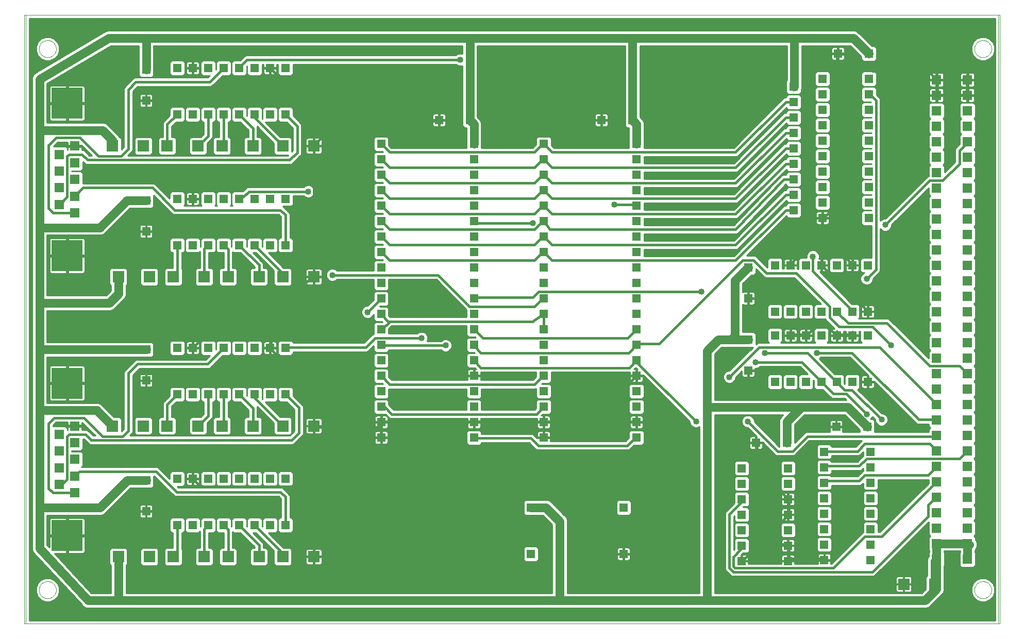
<source format=gtl>
G75*
G70*
%OFA0B0*%
%FSLAX24Y24*%
%IPPOS*%
%LPD*%
%AMOC8*
5,1,8,0,0,1.08239X$1,22.5*
%
%ADD10C,0.0000*%
%ADD11R,0.0560X0.0560*%
%ADD12R,0.0630X0.0630*%
%ADD13R,0.0750X0.0750*%
%ADD14R,0.0640X0.0640*%
%ADD15R,0.2000X0.2000*%
%ADD16C,0.0560*%
%ADD17C,0.0160*%
%ADD18C,0.0400*%
%ADD19C,0.0100*%
D10*
X004848Y007428D02*
X004848Y046798D01*
X067840Y046798D01*
X067840Y007428D01*
X004848Y007428D01*
X004948Y007423D02*
X004948Y046803D01*
X067948Y046803D01*
X067948Y007423D01*
X004948Y007423D01*
X005798Y009613D02*
X005800Y009660D01*
X005806Y009706D01*
X005816Y009752D01*
X005829Y009796D01*
X005847Y009840D01*
X005868Y009881D01*
X005892Y009921D01*
X005920Y009959D01*
X005951Y009994D01*
X005985Y010026D01*
X006021Y010055D01*
X006060Y010081D01*
X006100Y010104D01*
X006143Y010123D01*
X006187Y010139D01*
X006232Y010151D01*
X006278Y010159D01*
X006325Y010163D01*
X006371Y010163D01*
X006418Y010159D01*
X006464Y010151D01*
X006509Y010139D01*
X006553Y010123D01*
X006596Y010104D01*
X006636Y010081D01*
X006675Y010055D01*
X006711Y010026D01*
X006745Y009994D01*
X006776Y009959D01*
X006804Y009921D01*
X006828Y009881D01*
X006849Y009840D01*
X006867Y009796D01*
X006880Y009752D01*
X006890Y009706D01*
X006896Y009660D01*
X006898Y009613D01*
X006896Y009566D01*
X006890Y009520D01*
X006880Y009474D01*
X006867Y009430D01*
X006849Y009386D01*
X006828Y009345D01*
X006804Y009305D01*
X006776Y009267D01*
X006745Y009232D01*
X006711Y009200D01*
X006675Y009171D01*
X006636Y009145D01*
X006596Y009122D01*
X006553Y009103D01*
X006509Y009087D01*
X006464Y009075D01*
X006418Y009067D01*
X006371Y009063D01*
X006325Y009063D01*
X006278Y009067D01*
X006232Y009075D01*
X006187Y009087D01*
X006143Y009103D01*
X006100Y009122D01*
X006060Y009145D01*
X006021Y009171D01*
X005985Y009200D01*
X005951Y009232D01*
X005920Y009267D01*
X005892Y009305D01*
X005868Y009345D01*
X005847Y009386D01*
X005829Y009430D01*
X005816Y009474D01*
X005806Y009520D01*
X005800Y009566D01*
X005798Y009613D01*
X005798Y044613D02*
X005800Y044660D01*
X005806Y044706D01*
X005816Y044752D01*
X005829Y044796D01*
X005847Y044840D01*
X005868Y044881D01*
X005892Y044921D01*
X005920Y044959D01*
X005951Y044994D01*
X005985Y045026D01*
X006021Y045055D01*
X006060Y045081D01*
X006100Y045104D01*
X006143Y045123D01*
X006187Y045139D01*
X006232Y045151D01*
X006278Y045159D01*
X006325Y045163D01*
X006371Y045163D01*
X006418Y045159D01*
X006464Y045151D01*
X006509Y045139D01*
X006553Y045123D01*
X006596Y045104D01*
X006636Y045081D01*
X006675Y045055D01*
X006711Y045026D01*
X006745Y044994D01*
X006776Y044959D01*
X006804Y044921D01*
X006828Y044881D01*
X006849Y044840D01*
X006867Y044796D01*
X006880Y044752D01*
X006890Y044706D01*
X006896Y044660D01*
X006898Y044613D01*
X006896Y044566D01*
X006890Y044520D01*
X006880Y044474D01*
X006867Y044430D01*
X006849Y044386D01*
X006828Y044345D01*
X006804Y044305D01*
X006776Y044267D01*
X006745Y044232D01*
X006711Y044200D01*
X006675Y044171D01*
X006636Y044145D01*
X006596Y044122D01*
X006553Y044103D01*
X006509Y044087D01*
X006464Y044075D01*
X006418Y044067D01*
X006371Y044063D01*
X006325Y044063D01*
X006278Y044067D01*
X006232Y044075D01*
X006187Y044087D01*
X006143Y044103D01*
X006100Y044122D01*
X006060Y044145D01*
X006021Y044171D01*
X005985Y044200D01*
X005951Y044232D01*
X005920Y044267D01*
X005892Y044305D01*
X005868Y044345D01*
X005847Y044386D01*
X005829Y044430D01*
X005816Y044474D01*
X005806Y044520D01*
X005800Y044566D01*
X005798Y044613D01*
X066298Y044613D02*
X066300Y044660D01*
X066306Y044706D01*
X066316Y044752D01*
X066329Y044796D01*
X066347Y044840D01*
X066368Y044881D01*
X066392Y044921D01*
X066420Y044959D01*
X066451Y044994D01*
X066485Y045026D01*
X066521Y045055D01*
X066560Y045081D01*
X066600Y045104D01*
X066643Y045123D01*
X066687Y045139D01*
X066732Y045151D01*
X066778Y045159D01*
X066825Y045163D01*
X066871Y045163D01*
X066918Y045159D01*
X066964Y045151D01*
X067009Y045139D01*
X067053Y045123D01*
X067096Y045104D01*
X067136Y045081D01*
X067175Y045055D01*
X067211Y045026D01*
X067245Y044994D01*
X067276Y044959D01*
X067304Y044921D01*
X067328Y044881D01*
X067349Y044840D01*
X067367Y044796D01*
X067380Y044752D01*
X067390Y044706D01*
X067396Y044660D01*
X067398Y044613D01*
X067396Y044566D01*
X067390Y044520D01*
X067380Y044474D01*
X067367Y044430D01*
X067349Y044386D01*
X067328Y044345D01*
X067304Y044305D01*
X067276Y044267D01*
X067245Y044232D01*
X067211Y044200D01*
X067175Y044171D01*
X067136Y044145D01*
X067096Y044122D01*
X067053Y044103D01*
X067009Y044087D01*
X066964Y044075D01*
X066918Y044067D01*
X066871Y044063D01*
X066825Y044063D01*
X066778Y044067D01*
X066732Y044075D01*
X066687Y044087D01*
X066643Y044103D01*
X066600Y044122D01*
X066560Y044145D01*
X066521Y044171D01*
X066485Y044200D01*
X066451Y044232D01*
X066420Y044267D01*
X066392Y044305D01*
X066368Y044345D01*
X066347Y044386D01*
X066329Y044430D01*
X066316Y044474D01*
X066306Y044520D01*
X066300Y044566D01*
X066298Y044613D01*
X066298Y009613D02*
X066300Y009660D01*
X066306Y009706D01*
X066316Y009752D01*
X066329Y009796D01*
X066347Y009840D01*
X066368Y009881D01*
X066392Y009921D01*
X066420Y009959D01*
X066451Y009994D01*
X066485Y010026D01*
X066521Y010055D01*
X066560Y010081D01*
X066600Y010104D01*
X066643Y010123D01*
X066687Y010139D01*
X066732Y010151D01*
X066778Y010159D01*
X066825Y010163D01*
X066871Y010163D01*
X066918Y010159D01*
X066964Y010151D01*
X067009Y010139D01*
X067053Y010123D01*
X067096Y010104D01*
X067136Y010081D01*
X067175Y010055D01*
X067211Y010026D01*
X067245Y009994D01*
X067276Y009959D01*
X067304Y009921D01*
X067328Y009881D01*
X067349Y009840D01*
X067367Y009796D01*
X067380Y009752D01*
X067390Y009706D01*
X067396Y009660D01*
X067398Y009613D01*
X067396Y009566D01*
X067390Y009520D01*
X067380Y009474D01*
X067367Y009430D01*
X067349Y009386D01*
X067328Y009345D01*
X067304Y009305D01*
X067276Y009267D01*
X067245Y009232D01*
X067211Y009200D01*
X067175Y009171D01*
X067136Y009145D01*
X067096Y009122D01*
X067053Y009103D01*
X067009Y009087D01*
X066964Y009075D01*
X066918Y009067D01*
X066871Y009063D01*
X066825Y009063D01*
X066778Y009067D01*
X066732Y009075D01*
X066687Y009087D01*
X066643Y009103D01*
X066600Y009122D01*
X066560Y009145D01*
X066521Y009171D01*
X066485Y009200D01*
X066451Y009232D01*
X066420Y009267D01*
X066392Y009305D01*
X066368Y009345D01*
X066347Y009386D01*
X066329Y009430D01*
X066316Y009474D01*
X066306Y009520D01*
X066300Y009566D01*
X066298Y009613D01*
D11*
X059585Y011549D03*
X059585Y012549D03*
X059585Y013549D03*
X059585Y014549D03*
X059585Y015549D03*
X059585Y016549D03*
X059585Y017549D03*
X059585Y018549D03*
X059354Y020167D03*
X057354Y020167D03*
X056585Y018549D03*
X056585Y017549D03*
X056585Y016549D03*
X056585Y015549D03*
X056585Y014549D03*
X056585Y013549D03*
X056585Y012549D03*
X056585Y011549D03*
X054247Y011485D03*
X054247Y012485D03*
X054247Y013485D03*
X054247Y014485D03*
X054247Y015485D03*
X054247Y016485D03*
X054247Y017485D03*
X054174Y019127D03*
X052174Y019127D03*
X051247Y017485D03*
X051247Y016485D03*
X051247Y015485D03*
X051247Y014485D03*
X051247Y013485D03*
X051247Y012485D03*
X051247Y011485D03*
X043612Y011944D03*
X043612Y014944D03*
X044439Y019462D03*
X044439Y020462D03*
X044439Y021462D03*
X044439Y022462D03*
X044439Y023462D03*
X044439Y024462D03*
X044439Y025462D03*
X044439Y026462D03*
X044439Y027462D03*
X044439Y028462D03*
X044439Y029462D03*
X044439Y030462D03*
X044439Y031462D03*
X044439Y032462D03*
X044439Y033462D03*
X044439Y034462D03*
X044439Y035462D03*
X044439Y036462D03*
X044439Y037462D03*
X044439Y038462D03*
X044177Y040004D03*
X042177Y040004D03*
X038439Y038462D03*
X038439Y037462D03*
X038439Y036462D03*
X038439Y035462D03*
X038439Y034462D03*
X038439Y033462D03*
X038439Y032462D03*
X038439Y031462D03*
X038439Y030462D03*
X038439Y029462D03*
X038439Y028462D03*
X038439Y027462D03*
X038439Y026462D03*
X038439Y025462D03*
X038439Y024462D03*
X038439Y023462D03*
X038439Y022462D03*
X038439Y021462D03*
X038439Y020462D03*
X038439Y019462D03*
X033925Y019461D03*
X033925Y020461D03*
X033925Y021461D03*
X033925Y022461D03*
X033925Y023461D03*
X033925Y024461D03*
X033925Y025461D03*
X033925Y026461D03*
X033925Y027461D03*
X033925Y028461D03*
X033925Y029461D03*
X033925Y030461D03*
X033925Y031461D03*
X033925Y032461D03*
X033925Y033461D03*
X033925Y034461D03*
X033925Y035461D03*
X033925Y036461D03*
X033925Y037461D03*
X033925Y038461D03*
X033662Y040004D03*
X031662Y040004D03*
X027925Y038461D03*
X027925Y037461D03*
X027925Y036461D03*
X027925Y035461D03*
X027925Y034461D03*
X027925Y033461D03*
X027925Y032461D03*
X027925Y031461D03*
X027925Y030461D03*
X027925Y029461D03*
X027925Y028461D03*
X027925Y027461D03*
X027925Y026461D03*
X027925Y025461D03*
X027925Y024461D03*
X027925Y023461D03*
X027925Y022461D03*
X027925Y021461D03*
X027925Y020461D03*
X027925Y019461D03*
X021734Y016802D03*
X020734Y016802D03*
X019734Y016802D03*
X018734Y016802D03*
X017734Y016802D03*
X016734Y016802D03*
X015734Y016802D03*
X014734Y016802D03*
X012722Y016696D03*
X012722Y014696D03*
X014734Y013802D03*
X015734Y013802D03*
X016734Y013802D03*
X017734Y013802D03*
X018734Y013802D03*
X019734Y013802D03*
X020734Y013802D03*
X021734Y013802D03*
X021734Y022264D03*
X020734Y022264D03*
X019734Y022264D03*
X018734Y022264D03*
X017734Y022264D03*
X016734Y022264D03*
X015734Y022264D03*
X014734Y022264D03*
X012722Y023157D03*
X012722Y025157D03*
X014734Y025264D03*
X015734Y025264D03*
X016734Y025264D03*
X017734Y025264D03*
X018734Y025264D03*
X019734Y025264D03*
X020734Y025264D03*
X021734Y025264D03*
X021734Y031912D03*
X020734Y031912D03*
X019734Y031912D03*
X018734Y031912D03*
X017734Y031912D03*
X016734Y031912D03*
X015734Y031912D03*
X014734Y031912D03*
X012722Y032806D03*
X012722Y034806D03*
X014734Y034912D03*
X015734Y034912D03*
X016734Y034912D03*
X017734Y034912D03*
X018734Y034912D03*
X019734Y034912D03*
X020734Y034912D03*
X021734Y034912D03*
X021734Y040374D03*
X020734Y040374D03*
X019734Y040374D03*
X018734Y040374D03*
X017734Y040374D03*
X016734Y040374D03*
X015734Y040374D03*
X014734Y040374D03*
X012722Y041268D03*
X012722Y043268D03*
X014734Y043374D03*
X015734Y043374D03*
X016734Y043374D03*
X017734Y043374D03*
X018734Y043374D03*
X019734Y043374D03*
X020734Y043374D03*
X021734Y043374D03*
X051680Y030475D03*
X053395Y030621D03*
X054395Y030621D03*
X055395Y030621D03*
X056395Y030621D03*
X057395Y030621D03*
X058395Y030621D03*
X059395Y030621D03*
X059395Y027621D03*
X058395Y027621D03*
X057395Y027621D03*
X056395Y027621D03*
X055395Y027621D03*
X054395Y027621D03*
X053395Y027621D03*
X053395Y026075D03*
X054395Y026075D03*
X055395Y026075D03*
X056395Y026075D03*
X057395Y026075D03*
X058395Y026075D03*
X059395Y026075D03*
X059395Y023075D03*
X058395Y023075D03*
X057395Y023075D03*
X056395Y023075D03*
X055395Y023075D03*
X054395Y023075D03*
X053395Y023075D03*
X051668Y023804D03*
X051668Y025804D03*
X051680Y028475D03*
X056473Y033678D03*
X056473Y034678D03*
X056473Y035678D03*
X056473Y036678D03*
X056473Y037678D03*
X056473Y038678D03*
X056473Y039678D03*
X056473Y040678D03*
X056473Y041678D03*
X056473Y042678D03*
X057473Y044303D03*
X059473Y044303D03*
X059473Y042678D03*
X059473Y041678D03*
X059473Y040678D03*
X059473Y039678D03*
X059473Y038678D03*
X059473Y037678D03*
X059473Y036678D03*
X059473Y035678D03*
X059473Y034678D03*
X059473Y033678D03*
X054598Y034178D03*
X054598Y035178D03*
X054598Y036178D03*
X054598Y037178D03*
X054598Y038178D03*
X054598Y039178D03*
X054598Y040178D03*
X054598Y041178D03*
X054598Y042178D03*
X037612Y014944D03*
X037612Y011944D03*
D12*
X063848Y011613D03*
X063848Y012613D03*
X063848Y013613D03*
X063848Y014613D03*
X063848Y015613D03*
X063848Y016613D03*
X063848Y017613D03*
X063848Y018613D03*
X063848Y019613D03*
X063848Y020613D03*
X063848Y021613D03*
X063848Y022613D03*
X063848Y023613D03*
X063848Y024613D03*
X063848Y025613D03*
X063848Y026613D03*
X063848Y027613D03*
X063848Y028613D03*
X063848Y029613D03*
X063848Y030613D03*
X063848Y031613D03*
X063848Y032613D03*
X063848Y033613D03*
X063848Y034613D03*
X063848Y035613D03*
X063848Y036613D03*
X063848Y037613D03*
X063848Y038613D03*
X063848Y039613D03*
X063848Y040613D03*
X063848Y041613D03*
X063848Y042613D03*
X065848Y042613D03*
X065848Y041613D03*
X065848Y040613D03*
X065848Y039613D03*
X065848Y038613D03*
X065848Y037613D03*
X065848Y036613D03*
X065848Y035613D03*
X065848Y034613D03*
X065848Y033613D03*
X065848Y032613D03*
X065848Y031613D03*
X065848Y030613D03*
X065848Y029613D03*
X065848Y028613D03*
X065848Y027613D03*
X065848Y026613D03*
X065848Y025613D03*
X065848Y024613D03*
X065848Y023613D03*
X065848Y022613D03*
X065848Y021613D03*
X065848Y020613D03*
X065848Y019613D03*
X065848Y018613D03*
X065848Y017613D03*
X065848Y016613D03*
X065848Y015613D03*
X065848Y014613D03*
X065848Y013613D03*
X065848Y012613D03*
X065848Y011613D03*
D13*
X063722Y009987D03*
X061722Y009987D03*
X023564Y011759D03*
X021564Y011759D03*
X020021Y011759D03*
X018021Y011759D03*
X016478Y011759D03*
X014478Y011759D03*
X012934Y011759D03*
X010934Y011759D03*
X010541Y020220D03*
X012541Y020220D03*
X014084Y020220D03*
X016084Y020220D03*
X017627Y020220D03*
X019627Y020220D03*
X021564Y020220D03*
X023564Y020220D03*
X023564Y029869D03*
X021564Y029869D03*
X020021Y029869D03*
X018021Y029869D03*
X016478Y029869D03*
X014478Y029869D03*
X012934Y029869D03*
X010934Y029869D03*
X010541Y038331D03*
X012541Y038331D03*
X014084Y038331D03*
X016084Y038331D03*
X017627Y038331D03*
X019627Y038331D03*
X021564Y038331D03*
X023564Y038331D03*
D14*
X008104Y038328D03*
X007104Y037788D03*
X008104Y037248D03*
X007104Y036708D03*
X008104Y036168D03*
X007104Y035628D03*
X008104Y035088D03*
X007104Y034548D03*
X008104Y034008D03*
X008104Y020218D03*
X007104Y019678D03*
X008104Y019138D03*
X007104Y018598D03*
X008104Y018058D03*
X007104Y017518D03*
X008104Y016978D03*
X007104Y016438D03*
X008104Y015898D03*
D15*
X007604Y013128D03*
X007604Y022988D03*
X007604Y031238D03*
X007604Y041098D03*
D16*
X005881Y042680D02*
X005828Y042627D01*
X005828Y039228D01*
X005948Y039348D01*
X009888Y039348D01*
X010541Y038695D01*
X010541Y038331D01*
X010541Y038360D01*
X011476Y034806D02*
X009723Y033053D01*
X005828Y033053D01*
X005828Y028178D01*
X010348Y028178D01*
X010934Y028765D01*
X010934Y029869D01*
X005828Y028178D02*
X005828Y025188D01*
X005859Y025157D01*
X012722Y025157D01*
X009528Y021228D02*
X005948Y021228D01*
X005828Y021108D01*
X005828Y025188D01*
X009528Y021228D02*
X010536Y020220D01*
X010541Y020220D01*
X010541Y020235D01*
X005828Y021108D02*
X005828Y014868D01*
X005888Y014928D01*
X009723Y014928D01*
X011491Y016696D01*
X012722Y016696D01*
X010934Y011759D02*
X010934Y008966D01*
X010973Y008928D01*
X039598Y008928D01*
X039473Y009053D01*
X039473Y014053D01*
X038582Y014944D01*
X037612Y014944D01*
X039598Y008928D02*
X049128Y008928D01*
X049008Y009048D01*
X049008Y021588D01*
X049168Y021428D01*
X055098Y021428D01*
X058093Y021428D01*
X059354Y020167D01*
X055098Y021428D02*
X054174Y020504D01*
X054174Y019127D01*
X049008Y021588D02*
X049008Y025068D01*
X049744Y025804D01*
X050568Y025804D01*
X050808Y026044D01*
X050808Y029628D01*
X051655Y030475D01*
X051680Y030475D01*
X051668Y025804D02*
X050568Y025804D01*
X044439Y038462D02*
X044439Y039741D01*
X044177Y040004D01*
X044177Y045257D01*
X044223Y045303D01*
X054648Y045303D01*
X054648Y042178D01*
X054598Y042178D01*
X054648Y045303D02*
X058473Y045303D01*
X059473Y044303D01*
X044223Y045303D02*
X033723Y045303D01*
X033662Y045242D01*
X033662Y040004D01*
X033925Y039741D01*
X033925Y038461D01*
X033723Y045303D02*
X012723Y045303D01*
X012722Y045302D01*
X012722Y043268D01*
X012723Y045303D02*
X010293Y045303D01*
X005881Y042680D01*
X005828Y042638D01*
X005828Y039228D02*
X005828Y033053D01*
X011476Y034806D02*
X012722Y034806D01*
X005828Y014868D02*
X005828Y012313D01*
X008973Y008928D01*
X010973Y008928D01*
X049128Y008928D02*
X063098Y008928D01*
X063848Y009678D01*
X063848Y012613D01*
X065848Y012613D01*
X065908Y012553D01*
X065973Y012553D01*
X065848Y012428D01*
X065848Y011613D01*
X063848Y011613D02*
X063722Y011487D01*
X063722Y009987D01*
X063848Y011613D02*
X063848Y012613D01*
D17*
X063288Y014388D02*
X063288Y015108D01*
X063768Y015588D01*
X063848Y015613D01*
X063768Y016548D02*
X063848Y016613D01*
X063768Y016548D02*
X060288Y013068D01*
X059208Y013068D01*
X057168Y011028D01*
X050808Y011028D01*
X050688Y011148D01*
X050688Y011748D01*
X051168Y012228D01*
X051168Y012468D01*
X051247Y012485D01*
X051288Y011508D02*
X052368Y012588D01*
X054168Y012588D01*
X054247Y012485D01*
X054288Y012468D01*
X054288Y011628D01*
X054247Y011485D01*
X054288Y011508D01*
X054288Y011628D01*
X056568Y011628D01*
X056585Y011549D01*
X059688Y010788D02*
X063288Y014388D01*
X063288Y017028D02*
X063768Y017508D01*
X063848Y017613D01*
X063288Y017028D02*
X059208Y017028D01*
X058848Y016668D01*
X056688Y016668D01*
X056585Y016549D01*
X056585Y017549D02*
X056688Y017628D01*
X058848Y017628D01*
X059328Y018108D01*
X065328Y018108D01*
X065808Y018588D01*
X065848Y018613D01*
X063848Y018613D02*
X063768Y018708D01*
X063408Y019068D01*
X059208Y019068D01*
X058728Y018588D01*
X056688Y018588D01*
X056585Y018549D01*
X055488Y019548D02*
X054528Y018588D01*
X053568Y018588D01*
X051648Y020508D01*
X052174Y019127D02*
X052248Y019068D01*
X052248Y017508D01*
X054168Y015588D01*
X054247Y015485D01*
X054288Y015468D01*
X054288Y014508D01*
X054247Y014485D01*
X054168Y014388D01*
X052368Y012588D01*
X051288Y011508D02*
X051247Y011485D01*
X050688Y010788D02*
X050448Y011028D01*
X050448Y014508D01*
X051168Y015228D01*
X051168Y015468D01*
X051247Y015485D01*
X055488Y019548D02*
X063768Y019548D01*
X063848Y019613D01*
X063848Y020613D02*
X063768Y020628D01*
X062688Y020628D01*
X058368Y024948D01*
X056088Y024948D01*
X055488Y024948D02*
X057288Y023148D01*
X057395Y023075D01*
X057408Y023028D01*
X057888Y022548D01*
X058368Y022548D01*
X060288Y020628D01*
X059328Y020988D02*
X058008Y022308D01*
X057168Y022308D01*
X056448Y023028D01*
X056395Y023075D01*
X056328Y023148D01*
X055128Y024348D01*
X052128Y024348D01*
X052728Y024948D02*
X055488Y024948D01*
X055395Y026075D02*
X055488Y026148D01*
X055968Y026628D01*
X056808Y026628D01*
X057288Y026148D01*
X057395Y026075D01*
X057408Y026148D01*
X058368Y026148D01*
X058395Y026075D01*
X058128Y026868D02*
X060648Y026868D01*
X063408Y024108D01*
X065328Y024108D01*
X065808Y023628D01*
X065848Y023613D01*
X063768Y021708D02*
X063848Y021613D01*
X063768Y021708D02*
X060168Y025308D01*
X052368Y025308D01*
X050448Y023388D01*
X054395Y026075D02*
X054408Y026148D01*
X055368Y026148D01*
X055395Y026075D01*
X056928Y027228D02*
X056928Y027948D01*
X054768Y030108D01*
X052848Y030108D01*
X052008Y030948D01*
X051288Y030948D01*
X045888Y025548D01*
X044448Y025548D01*
X044439Y025462D01*
X043926Y024948D01*
X034368Y024948D01*
X033925Y025391D01*
X033925Y025461D01*
X034488Y025908D02*
X043886Y025908D01*
X044439Y026462D01*
X044439Y024462D02*
X044448Y024348D01*
X048288Y020508D01*
X044439Y020462D02*
X044328Y020508D01*
X041448Y020508D01*
X044328Y023388D01*
X044439Y023462D01*
X043966Y023988D02*
X044439Y024462D01*
X043966Y023988D02*
X034368Y023988D01*
X033925Y024431D01*
X033925Y024461D01*
X034488Y025908D02*
X033934Y026461D01*
X033925Y026461D01*
X032088Y025428D02*
X028008Y025428D01*
X027925Y025461D01*
X027528Y025908D02*
X030528Y025908D01*
X028488Y026988D02*
X028008Y026508D01*
X027925Y026461D01*
X027528Y025908D02*
X026928Y025308D01*
X021768Y025308D01*
X021734Y025264D01*
X020808Y025308D02*
X020808Y025788D01*
X016248Y025788D01*
X015768Y025308D01*
X015734Y025264D01*
X016698Y024228D02*
X017734Y025264D01*
X016698Y024228D02*
X012168Y024228D01*
X011568Y023628D01*
X011568Y019908D01*
X011208Y019548D01*
X009888Y019548D01*
X008688Y020748D01*
X006768Y020748D01*
X006408Y020388D01*
X006408Y016188D01*
X006698Y015898D01*
X008104Y015898D01*
X007258Y016438D02*
X007608Y016788D01*
X007608Y019548D01*
X007728Y019668D01*
X008808Y019668D01*
X009168Y019308D01*
X022128Y019308D01*
X022608Y019788D01*
X022608Y021389D01*
X021734Y022264D01*
X019734Y022264D02*
X019734Y022051D01*
X021564Y020220D01*
X019627Y020220D02*
X019627Y021370D01*
X018734Y022264D01*
X017734Y022264D02*
X017734Y020327D01*
X017627Y020220D01*
X016734Y020870D02*
X016734Y022264D01*
X016734Y020870D02*
X016084Y020220D01*
X014084Y020220D02*
X014084Y021614D01*
X014734Y022264D01*
X020734Y025264D02*
X020808Y025188D01*
X025848Y020148D01*
X027888Y020148D01*
X027888Y019548D01*
X027925Y019461D01*
X027888Y020148D02*
X027888Y020388D01*
X027925Y020461D01*
X028008Y020508D01*
X033888Y020508D01*
X033925Y020461D01*
X034008Y020508D01*
X038328Y020508D01*
X038439Y020462D01*
X038448Y020508D01*
X041448Y020508D01*
X043848Y018948D02*
X044328Y019428D01*
X044439Y019462D01*
X043848Y018948D02*
X038088Y018948D01*
X037608Y019428D01*
X034008Y019428D01*
X033925Y019461D01*
X037966Y020988D02*
X038439Y021462D01*
X037966Y020988D02*
X028608Y020988D01*
X028134Y021461D01*
X027925Y021461D01*
X028478Y022908D02*
X027925Y023461D01*
X028478Y022908D02*
X037848Y022908D01*
X038401Y023462D01*
X038439Y023462D01*
X038439Y026462D02*
X038439Y027462D01*
X037811Y027044D01*
X037726Y026988D01*
X028488Y026988D01*
X028368Y026988D01*
X027925Y027431D01*
X027925Y027461D01*
X027048Y027588D02*
X027888Y028428D01*
X027925Y028461D01*
X028458Y030928D02*
X037848Y030928D01*
X038381Y031462D01*
X038439Y031462D01*
X038973Y030928D01*
X050848Y030928D01*
X054098Y034178D01*
X054598Y034178D01*
X054598Y035178D02*
X054098Y035178D01*
X050848Y031928D01*
X038973Y031928D01*
X038439Y032462D01*
X038381Y032462D01*
X037848Y031928D01*
X028458Y031928D01*
X027925Y032461D01*
X028458Y032928D02*
X037848Y032928D01*
X038381Y033462D01*
X038439Y033462D01*
X038848Y032928D01*
X050848Y032928D01*
X053973Y036178D01*
X054598Y036178D01*
X054598Y037178D02*
X054098Y037178D01*
X050848Y033928D01*
X038973Y033928D01*
X038439Y034462D01*
X038381Y034462D01*
X037848Y033928D01*
X028458Y033928D01*
X027925Y034461D01*
X028458Y034928D02*
X037848Y034928D01*
X038381Y035462D01*
X038439Y035462D01*
X038973Y034928D01*
X050848Y034928D01*
X054098Y038178D01*
X054598Y038178D01*
X054598Y039178D02*
X054098Y039178D01*
X050848Y035928D01*
X038973Y035928D01*
X038439Y036462D01*
X038381Y036462D01*
X037848Y035928D01*
X028458Y035928D01*
X027925Y036461D01*
X028458Y036928D02*
X037848Y036928D01*
X038381Y037462D01*
X038439Y037462D01*
X038973Y036928D01*
X050848Y036928D01*
X054098Y040178D01*
X054598Y040178D01*
X054598Y041178D02*
X054098Y041178D01*
X050848Y037928D01*
X038973Y037928D01*
X038439Y038462D01*
X038381Y038462D01*
X037848Y037928D01*
X028458Y037928D01*
X027925Y038461D01*
X027925Y037461D02*
X028458Y036928D01*
X027925Y035461D02*
X028458Y034928D01*
X027925Y033461D02*
X028458Y032928D01*
X027925Y031461D02*
X028458Y030928D01*
X031608Y029988D02*
X033648Y027948D01*
X037848Y027948D01*
X038328Y028428D01*
X038439Y028462D01*
X038088Y028908D02*
X048648Y028908D01*
X054395Y030621D02*
X054408Y030708D01*
X056448Y032748D01*
X056448Y032628D01*
X058368Y030708D01*
X058395Y030621D01*
X059328Y029748D02*
X059928Y030348D01*
X059928Y041268D01*
X059568Y041628D01*
X059473Y041678D01*
X059688Y043188D02*
X063288Y043188D01*
X063768Y042708D01*
X063848Y042613D01*
X063888Y042588D01*
X063888Y041628D01*
X063848Y041613D01*
X063888Y041628D02*
X065808Y041628D01*
X065848Y041613D01*
X065808Y041628D02*
X065808Y042588D01*
X065848Y042613D01*
X065848Y038613D02*
X065808Y038508D01*
X065328Y038028D01*
X065328Y037188D01*
X064248Y036108D01*
X063408Y036108D01*
X060528Y033228D01*
X057408Y034548D02*
X056568Y033708D01*
X056473Y033678D01*
X056448Y033588D01*
X056448Y032748D01*
X056448Y032628D02*
X056448Y030708D01*
X056395Y030621D01*
X056448Y030588D01*
X059328Y027708D01*
X059395Y027621D01*
X058395Y027621D02*
X058368Y027708D01*
X055848Y030228D01*
X055848Y031188D01*
X057408Y034548D02*
X057408Y044268D01*
X057473Y044303D01*
X057528Y044268D01*
X058608Y044268D01*
X059688Y043188D01*
X044439Y034462D02*
X044328Y034548D01*
X043008Y034548D01*
X037728Y033348D02*
X034008Y033348D01*
X033925Y033461D01*
X031608Y029988D02*
X024768Y029988D01*
X023568Y029988D02*
X023564Y029869D01*
X023448Y029868D01*
X020808Y027228D01*
X020808Y025788D01*
X020808Y025308D02*
X020734Y025264D01*
X020021Y029869D02*
X020021Y030625D01*
X018734Y031912D01*
X018021Y031625D02*
X018021Y029869D01*
X016478Y029869D02*
X016478Y031656D01*
X016734Y031912D01*
X017734Y031912D02*
X018021Y031625D01*
X019734Y031912D02*
X021564Y030082D01*
X021564Y029869D01*
X023568Y029988D02*
X023568Y038268D01*
X023564Y038331D01*
X023568Y038388D01*
X024648Y039468D01*
X020808Y043308D01*
X020734Y043374D01*
X019248Y043908D02*
X033048Y043908D01*
X031662Y040004D02*
X031608Y039948D01*
X025128Y039948D01*
X024648Y039468D01*
X022488Y039620D02*
X022488Y037908D01*
X022008Y037428D01*
X008928Y037428D01*
X008568Y037788D01*
X007728Y037788D01*
X007608Y037668D01*
X007608Y035028D01*
X007128Y034548D01*
X007104Y034548D01*
X006708Y034008D02*
X006408Y034308D01*
X006408Y038388D01*
X006888Y038868D01*
X008448Y038868D01*
X009648Y037668D01*
X011088Y037668D01*
X011568Y038148D01*
X011568Y041988D01*
X012048Y042468D01*
X016828Y042468D01*
X017734Y043374D01*
X018734Y043374D02*
X018768Y043428D01*
X019248Y043908D01*
X019734Y040374D02*
X019734Y040161D01*
X021564Y038331D01*
X022488Y039620D02*
X021734Y040374D01*
X019627Y039480D02*
X019627Y038331D01*
X019627Y039480D02*
X018734Y040374D01*
X017734Y040374D02*
X017734Y038437D01*
X017627Y038331D01*
X016734Y038980D02*
X016084Y038331D01*
X016734Y038980D02*
X016734Y040374D01*
X014734Y040374D02*
X014084Y039724D01*
X014084Y038331D01*
X013128Y035628D02*
X008644Y035628D01*
X008104Y035088D01*
X008104Y034008D02*
X006708Y034008D01*
X013128Y035628D02*
X014568Y034188D01*
X021408Y034188D01*
X021734Y033862D01*
X021734Y031912D01*
X019008Y035028D02*
X019368Y035388D01*
X023208Y035388D01*
X019008Y035028D02*
X018768Y035028D01*
X018734Y034912D01*
X014734Y031912D02*
X014734Y030125D01*
X014478Y029869D01*
X023564Y020220D02*
X023568Y020148D01*
X023568Y016308D01*
X016248Y016308D01*
X015768Y016788D01*
X015734Y016802D01*
X014688Y015948D02*
X013368Y017268D01*
X008394Y017268D01*
X008104Y016978D01*
X007258Y016438D02*
X007104Y016438D01*
X014688Y015948D02*
X021408Y015948D01*
X021734Y015622D01*
X021734Y013802D01*
X020021Y012515D02*
X018734Y013802D01*
X018021Y013515D02*
X017734Y013802D01*
X018021Y013515D02*
X018021Y011759D01*
X016478Y011759D02*
X016478Y013546D01*
X016734Y013802D01*
X014734Y013802D02*
X014734Y012015D01*
X014478Y011759D01*
X019734Y013802D02*
X021564Y011971D01*
X021564Y011759D01*
X020021Y011759D02*
X020021Y012515D01*
X023568Y011868D02*
X023564Y011759D01*
X023568Y011868D02*
X023568Y016308D01*
X023568Y020148D02*
X025848Y020148D01*
X033925Y028461D02*
X034008Y028548D01*
X037728Y028548D01*
X038088Y028908D01*
X038439Y020462D02*
X038448Y020388D01*
X038448Y019548D01*
X038439Y019462D01*
X050688Y010788D02*
X059688Y010788D01*
X060888Y025428D02*
X059688Y026628D01*
X057528Y026628D01*
X056928Y027228D01*
X057408Y027588D02*
X057395Y027621D01*
X057408Y027588D02*
X058128Y026868D01*
D18*
X056088Y024948D03*
X052728Y024948D03*
X052128Y024348D03*
X050448Y023388D03*
X051648Y020508D03*
X048288Y020508D03*
X059328Y020988D03*
X060288Y020628D03*
X060888Y025428D03*
X059328Y029748D03*
X055848Y031188D03*
X060528Y033228D03*
X048648Y028908D03*
X043008Y034548D03*
X037728Y033348D03*
X030528Y025908D03*
X032088Y025428D03*
X027048Y027588D03*
X024768Y029988D03*
X023208Y035388D03*
X033048Y043908D03*
D19*
X032758Y043618D02*
X032816Y043560D01*
X032966Y043498D01*
X033129Y043498D01*
X033172Y043516D01*
X033172Y040101D01*
X033172Y039906D01*
X033172Y039637D01*
X033295Y039514D01*
X033435Y039514D01*
X033435Y038828D01*
X033435Y038218D01*
X028578Y038218D01*
X028415Y038382D01*
X028415Y038828D01*
X028292Y038951D01*
X027558Y038951D01*
X027435Y038828D01*
X027435Y038094D01*
X027558Y037971D01*
X028004Y037971D01*
X028025Y037951D01*
X027558Y037951D01*
X027435Y037828D01*
X027435Y037094D01*
X027558Y036971D01*
X028004Y036971D01*
X028025Y036951D01*
X027558Y036951D01*
X027435Y036828D01*
X027435Y036094D01*
X027558Y035971D01*
X028004Y035971D01*
X028025Y035951D01*
X027558Y035951D01*
X027435Y035828D01*
X027435Y035094D01*
X027558Y034971D01*
X028005Y034971D01*
X028025Y034951D01*
X027558Y034951D01*
X027435Y034828D01*
X027435Y034094D01*
X027558Y033971D01*
X028004Y033971D01*
X028025Y033951D01*
X027558Y033951D01*
X027435Y033828D01*
X027435Y033094D01*
X027558Y032971D01*
X028004Y032971D01*
X028025Y032951D01*
X027558Y032951D01*
X027435Y032828D01*
X027435Y032094D01*
X027558Y031971D01*
X028004Y031971D01*
X028025Y031951D01*
X027558Y031951D01*
X027435Y031828D01*
X027435Y031094D01*
X027558Y030971D01*
X028004Y030971D01*
X028025Y030951D01*
X027558Y030951D01*
X027435Y030828D01*
X027435Y030278D01*
X025058Y030278D01*
X025000Y030336D01*
X024849Y030398D01*
X024686Y030398D01*
X024536Y030336D01*
X024420Y030220D01*
X024358Y030070D01*
X024358Y029906D01*
X024420Y029756D01*
X024536Y029640D01*
X024686Y029578D01*
X024849Y029578D01*
X025000Y029640D01*
X025058Y029698D01*
X027435Y029698D01*
X027435Y029094D01*
X027558Y028971D01*
X028292Y028971D01*
X028415Y029094D01*
X028415Y029698D01*
X031488Y029698D01*
X033402Y027784D01*
X033402Y027784D01*
X033435Y027751D01*
X033435Y027278D01*
X028546Y027278D01*
X028488Y027278D01*
X028415Y027351D01*
X028415Y027828D01*
X028292Y027951D01*
X027821Y027951D01*
X027841Y027971D01*
X028292Y027971D01*
X028415Y028094D01*
X028415Y028828D01*
X028292Y028951D01*
X027558Y028951D01*
X027435Y028828D01*
X027435Y028385D01*
X027048Y027998D01*
X026966Y027998D01*
X026816Y027936D01*
X026700Y027820D01*
X026638Y027670D01*
X026638Y027506D01*
X026700Y027356D01*
X026816Y027240D01*
X026966Y027178D01*
X027129Y027178D01*
X027280Y027240D01*
X027395Y027356D01*
X027435Y027451D01*
X027435Y027094D01*
X027558Y026971D01*
X027974Y026971D01*
X027994Y026951D01*
X027558Y026951D01*
X027435Y026828D01*
X027435Y026183D01*
X027364Y026154D01*
X027282Y026072D01*
X026808Y025598D01*
X022224Y025598D01*
X022224Y025631D01*
X022101Y025754D01*
X021367Y025754D01*
X021244Y025631D01*
X021244Y024897D01*
X021367Y024774D01*
X022101Y024774D01*
X022224Y024897D01*
X022224Y025018D01*
X026870Y025018D01*
X026986Y025018D01*
X027092Y025062D01*
X027435Y025405D01*
X027435Y025094D01*
X027558Y024971D01*
X028292Y024971D01*
X028415Y025094D01*
X028415Y025138D01*
X031798Y025138D01*
X031856Y025080D01*
X032006Y025018D01*
X032169Y025018D01*
X032320Y025080D01*
X032435Y025196D01*
X032498Y025346D01*
X032498Y025510D01*
X032435Y025660D01*
X032320Y025776D01*
X032169Y025838D01*
X032006Y025838D01*
X031856Y025776D01*
X031798Y025718D01*
X030893Y025718D01*
X030938Y025826D01*
X030938Y025990D01*
X030875Y026140D01*
X030760Y026256D01*
X030609Y026318D01*
X030446Y026318D01*
X030296Y026256D01*
X030238Y026198D01*
X028415Y026198D01*
X028415Y026505D01*
X028608Y026698D01*
X033435Y026698D01*
X033435Y026094D01*
X033558Y025971D01*
X034014Y025971D01*
X034034Y025951D01*
X033558Y025951D01*
X033435Y025828D01*
X033435Y025094D01*
X033558Y024971D01*
X033934Y024971D01*
X033954Y024951D01*
X033558Y024951D01*
X033435Y024828D01*
X033435Y024094D01*
X033558Y023971D01*
X033974Y023971D01*
X034054Y023891D01*
X033955Y023891D01*
X033955Y023492D01*
X033895Y023492D01*
X033895Y023891D01*
X033625Y023891D01*
X033587Y023881D01*
X033553Y023861D01*
X033525Y023834D01*
X033505Y023799D01*
X033495Y023761D01*
X033495Y023491D01*
X033894Y023491D01*
X028415Y023491D01*
X028415Y023589D02*
X033495Y023589D01*
X033495Y023688D02*
X028415Y023688D01*
X028415Y023786D02*
X033501Y023786D01*
X033600Y023885D02*
X028358Y023885D01*
X028415Y023828D02*
X028292Y023951D01*
X027558Y023951D01*
X027435Y023828D01*
X027435Y023094D01*
X027558Y022971D01*
X028005Y022971D01*
X028025Y022951D01*
X027558Y022951D01*
X027435Y022828D01*
X027435Y022094D01*
X027558Y021971D01*
X028292Y021971D01*
X028415Y022094D01*
X028415Y022620D01*
X028420Y022618D01*
X028536Y022618D01*
X033435Y022618D01*
X033435Y022094D01*
X033558Y021971D01*
X034292Y021971D01*
X034415Y022094D01*
X034415Y022618D01*
X037906Y022618D01*
X037949Y022636D01*
X037949Y022095D01*
X038072Y021972D01*
X038806Y021972D01*
X038929Y022095D01*
X038929Y022829D01*
X038806Y022951D01*
X038301Y022951D01*
X038321Y022972D01*
X038806Y022972D01*
X038929Y023095D01*
X038929Y023698D01*
X043908Y023698D01*
X044009Y023698D01*
X044009Y023492D01*
X044409Y023492D01*
X044409Y023891D01*
X044279Y023891D01*
X044359Y023972D01*
X044414Y023972D01*
X044494Y023891D01*
X044469Y023891D01*
X044469Y023492D01*
X044409Y023492D01*
X044409Y023431D01*
X044469Y023431D01*
X044469Y023032D01*
X044739Y023032D01*
X044777Y023042D01*
X044811Y023061D01*
X044839Y023089D01*
X044859Y023124D01*
X044869Y023162D01*
X044869Y023431D01*
X044470Y023431D01*
X044470Y023492D01*
X044869Y023492D01*
X044869Y023516D01*
X047878Y020508D01*
X047878Y020426D01*
X047940Y020276D01*
X048056Y020160D01*
X048206Y020098D01*
X048369Y020098D01*
X048518Y020160D01*
X048518Y009418D01*
X039963Y009418D01*
X039963Y014150D01*
X039888Y014331D01*
X039750Y014468D01*
X038860Y015359D01*
X038680Y015434D01*
X038485Y015434D01*
X037979Y015434D01*
X037245Y015434D01*
X037122Y015311D01*
X037122Y014577D01*
X037245Y014454D01*
X037979Y014454D01*
X038379Y014454D01*
X038983Y013850D01*
X038983Y009418D01*
X011424Y009418D01*
X011424Y011202D01*
X011519Y011297D01*
X011519Y012221D01*
X011396Y012344D01*
X010472Y012344D01*
X010349Y012221D01*
X010349Y011297D01*
X010444Y011202D01*
X010444Y009418D01*
X009186Y009418D01*
X006808Y011978D01*
X007554Y011978D01*
X007554Y013078D01*
X007654Y013078D01*
X007654Y013178D01*
X008754Y013178D01*
X008754Y014148D01*
X008744Y014186D01*
X008724Y014220D01*
X008696Y014248D01*
X008662Y014268D01*
X008624Y014278D01*
X007654Y014278D01*
X007654Y013178D01*
X007554Y013178D01*
X007554Y014278D01*
X006584Y014278D01*
X006546Y014268D01*
X006512Y014248D01*
X006484Y014220D01*
X006464Y014186D01*
X006454Y014148D01*
X006454Y013178D01*
X007554Y013178D01*
X007554Y013078D01*
X006454Y013078D01*
X006454Y012359D01*
X006318Y012505D01*
X006318Y014438D01*
X009625Y014438D01*
X009820Y014438D01*
X010000Y014513D01*
X011694Y016206D01*
X012355Y016206D01*
X013089Y016206D01*
X013212Y016329D01*
X013212Y016978D01*
X013248Y016978D01*
X014524Y015702D01*
X014630Y015658D01*
X014746Y015658D01*
X021288Y015658D01*
X021444Y015502D01*
X021444Y014292D01*
X021367Y014292D01*
X021244Y014169D01*
X021244Y013435D01*
X021367Y013312D01*
X022101Y013312D01*
X022224Y013435D01*
X022224Y014169D01*
X022101Y014292D01*
X022024Y014292D01*
X022024Y015564D01*
X022024Y015680D01*
X021980Y015786D01*
X021654Y016112D01*
X021572Y016194D01*
X021466Y016238D01*
X014808Y016238D01*
X014734Y016312D01*
X015101Y016312D01*
X015224Y016435D01*
X015224Y017169D01*
X015101Y017292D01*
X014367Y017292D01*
X014244Y017169D01*
X014244Y016802D01*
X013614Y017432D01*
X013532Y017514D01*
X013426Y017558D01*
X008541Y017558D01*
X008634Y017651D01*
X008634Y018465D01*
X048518Y018465D01*
X048518Y018563D02*
X008535Y018563D01*
X008511Y018588D02*
X008634Y018465D01*
X008634Y018366D02*
X048518Y018366D01*
X048518Y018268D02*
X008634Y018268D01*
X008634Y018169D02*
X048518Y018169D01*
X048518Y018071D02*
X008634Y018071D01*
X008634Y017972D02*
X048518Y017972D01*
X048518Y017874D02*
X008634Y017874D01*
X008634Y017775D02*
X048518Y017775D01*
X048518Y017677D02*
X008634Y017677D01*
X008561Y017578D02*
X048518Y017578D01*
X048518Y017479D02*
X013567Y017479D01*
X013665Y017381D02*
X048518Y017381D01*
X048518Y017282D02*
X022110Y017282D01*
X022101Y017292D02*
X022224Y017169D01*
X022224Y016435D01*
X022101Y016312D01*
X021367Y016312D01*
X021244Y016435D01*
X021244Y017169D01*
X021367Y017292D01*
X022101Y017292D01*
X022209Y017184D02*
X048518Y017184D01*
X048518Y017085D02*
X022224Y017085D01*
X022224Y016987D02*
X048518Y016987D01*
X048518Y016888D02*
X022224Y016888D01*
X022224Y016790D02*
X048518Y016790D01*
X048518Y016691D02*
X022224Y016691D01*
X022224Y016593D02*
X048518Y016593D01*
X048518Y016494D02*
X022224Y016494D01*
X022184Y016395D02*
X048518Y016395D01*
X048518Y016297D02*
X014749Y016297D01*
X015184Y016395D02*
X015373Y016395D01*
X015362Y016402D02*
X015396Y016382D01*
X015434Y016372D01*
X015704Y016372D01*
X015704Y016772D01*
X015764Y016772D01*
X015764Y016832D01*
X016164Y016832D01*
X016164Y017102D01*
X016153Y017140D01*
X016134Y017174D01*
X016106Y017202D01*
X016072Y017222D01*
X016033Y017232D01*
X015764Y017232D01*
X015764Y016832D01*
X015704Y016832D01*
X015704Y017232D01*
X015434Y017232D01*
X015396Y017222D01*
X015362Y017202D01*
X015334Y017174D01*
X015314Y017140D01*
X015304Y017102D01*
X015304Y016832D01*
X015703Y016832D01*
X015703Y016772D01*
X015304Y016772D01*
X015304Y016502D01*
X015314Y016464D01*
X015334Y016430D01*
X015362Y016402D01*
X015306Y016494D02*
X015224Y016494D01*
X015224Y016593D02*
X015304Y016593D01*
X015304Y016691D02*
X015224Y016691D01*
X015224Y016790D02*
X015703Y016790D01*
X015764Y016790D02*
X016244Y016790D01*
X016164Y016772D02*
X015764Y016772D01*
X015764Y016372D01*
X016033Y016372D01*
X016072Y016382D01*
X016106Y016402D01*
X016134Y016430D01*
X016153Y016464D01*
X016164Y016502D01*
X016164Y016772D01*
X016164Y016691D02*
X016244Y016691D01*
X016244Y016593D02*
X016164Y016593D01*
X016161Y016494D02*
X016244Y016494D01*
X016244Y016435D02*
X016367Y016312D01*
X017101Y016312D01*
X017224Y016435D01*
X017224Y017169D01*
X017101Y017292D01*
X016367Y017292D01*
X016244Y017169D01*
X016244Y016435D01*
X016283Y016395D02*
X016094Y016395D01*
X015764Y016395D02*
X015704Y016395D01*
X015704Y016494D02*
X015764Y016494D01*
X015764Y016593D02*
X015704Y016593D01*
X015704Y016691D02*
X015764Y016691D01*
X015764Y016888D02*
X015704Y016888D01*
X015704Y016987D02*
X015764Y016987D01*
X015764Y017085D02*
X015704Y017085D01*
X015704Y017184D02*
X015764Y017184D01*
X016124Y017184D02*
X016259Y017184D01*
X016244Y017085D02*
X016164Y017085D01*
X016164Y016987D02*
X016244Y016987D01*
X016244Y016888D02*
X016164Y016888D01*
X016357Y017282D02*
X015110Y017282D01*
X015209Y017184D02*
X015343Y017184D01*
X015304Y017085D02*
X015224Y017085D01*
X015224Y016987D02*
X015304Y016987D01*
X015304Y016888D02*
X015224Y016888D01*
X014357Y017282D02*
X013764Y017282D01*
X013862Y017184D02*
X014259Y017184D01*
X014244Y017085D02*
X013961Y017085D01*
X014059Y016987D02*
X014244Y016987D01*
X014244Y016888D02*
X014158Y016888D01*
X013732Y016494D02*
X013212Y016494D01*
X013212Y016593D02*
X013633Y016593D01*
X013535Y016691D02*
X013212Y016691D01*
X013212Y016790D02*
X013436Y016790D01*
X013338Y016888D02*
X013212Y016888D01*
X013212Y016395D02*
X013830Y016395D01*
X013929Y016297D02*
X013180Y016297D01*
X014027Y016198D02*
X011686Y016198D01*
X011588Y016100D02*
X014126Y016100D01*
X014224Y016001D02*
X011489Y016001D01*
X011391Y015903D02*
X014323Y015903D01*
X014422Y015804D02*
X011292Y015804D01*
X011193Y015706D02*
X014520Y015706D01*
X014367Y014292D02*
X014244Y014169D01*
X014244Y013435D01*
X014367Y013312D01*
X014444Y013312D01*
X014444Y012344D01*
X014016Y012344D01*
X013893Y012221D01*
X013893Y011297D01*
X014016Y011174D01*
X014940Y011174D01*
X015063Y011297D01*
X015063Y012221D01*
X015024Y012260D01*
X015024Y013312D01*
X015101Y013312D01*
X015224Y013435D01*
X015224Y014169D01*
X015101Y014292D01*
X014367Y014292D01*
X014302Y014228D02*
X008716Y014228D01*
X008754Y014129D02*
X014244Y014129D01*
X014244Y014030D02*
X008754Y014030D01*
X008754Y013932D02*
X014244Y013932D01*
X014244Y013833D02*
X008754Y013833D01*
X008754Y013735D02*
X014244Y013735D01*
X014244Y013636D02*
X008754Y013636D01*
X008754Y013538D02*
X014244Y013538D01*
X014244Y013439D02*
X008754Y013439D01*
X008754Y013341D02*
X014338Y013341D01*
X014444Y013242D02*
X008754Y013242D01*
X008754Y013078D02*
X007654Y013078D01*
X007654Y011978D01*
X008624Y011978D01*
X008662Y011988D01*
X008696Y012008D01*
X008724Y012036D01*
X008744Y012070D01*
X008754Y012108D01*
X008754Y013078D01*
X008754Y013045D02*
X014444Y013045D01*
X014444Y013144D02*
X007654Y013144D01*
X007654Y013242D02*
X007554Y013242D01*
X007554Y013144D02*
X006318Y013144D01*
X006318Y013242D02*
X006454Y013242D01*
X006454Y013341D02*
X006318Y013341D01*
X006318Y013439D02*
X006454Y013439D01*
X006454Y013538D02*
X006318Y013538D01*
X006318Y013636D02*
X006454Y013636D01*
X006454Y013735D02*
X006318Y013735D01*
X006318Y013833D02*
X006454Y013833D01*
X006454Y013932D02*
X006318Y013932D01*
X006318Y014030D02*
X006454Y014030D01*
X006454Y014129D02*
X006318Y014129D01*
X006318Y014228D02*
X006491Y014228D01*
X006318Y014326D02*
X012320Y014326D01*
X012322Y014324D02*
X012350Y014296D01*
X012384Y014276D01*
X012422Y014266D01*
X012692Y014266D01*
X012692Y014665D01*
X012752Y014665D01*
X012752Y014266D01*
X013022Y014266D01*
X013060Y014276D01*
X013094Y014296D01*
X013122Y014324D01*
X013142Y014358D01*
X013152Y014396D01*
X013152Y014666D01*
X012752Y014666D01*
X012752Y014726D01*
X012692Y014726D01*
X012692Y015126D01*
X012422Y015126D01*
X012384Y015115D01*
X012350Y015096D01*
X012322Y015068D01*
X012302Y015034D01*
X012292Y014995D01*
X012292Y014726D01*
X012692Y014726D01*
X012692Y014666D01*
X012292Y014666D01*
X012292Y014396D01*
X012302Y014358D01*
X012322Y014324D01*
X012292Y014425D02*
X006318Y014425D01*
X005338Y014425D02*
X005158Y014425D01*
X005158Y014523D02*
X005338Y014523D01*
X005338Y014622D02*
X005158Y014622D01*
X005158Y014720D02*
X005338Y014720D01*
X005338Y014771D02*
X005338Y012322D01*
X005335Y012234D01*
X005338Y012225D01*
X005338Y012216D01*
X005372Y012134D01*
X005403Y012051D01*
X005409Y012044D01*
X005412Y012035D01*
X005475Y011973D01*
X008554Y008659D01*
X008557Y008650D01*
X008620Y008588D01*
X008680Y008523D01*
X008689Y008519D01*
X008695Y008513D01*
X008777Y008479D01*
X008857Y008442D01*
X008867Y008442D01*
X008875Y008438D01*
X008963Y008438D01*
X009052Y008435D01*
X009061Y008438D01*
X010875Y008438D01*
X039500Y008438D01*
X049030Y008438D01*
X049225Y008438D01*
X063195Y008438D01*
X063375Y008513D01*
X063513Y008650D01*
X064263Y009400D01*
X064338Y009581D01*
X064338Y009775D01*
X064338Y011176D01*
X064373Y011211D01*
X064373Y012015D01*
X064338Y012050D01*
X064338Y012123D01*
X065358Y012123D01*
X065358Y012050D01*
X065323Y012015D01*
X065323Y011211D01*
X065446Y011088D01*
X066250Y011088D01*
X066373Y011211D01*
X066373Y012015D01*
X066338Y012050D01*
X066338Y012176D01*
X066373Y012211D01*
X066373Y012260D01*
X066388Y012275D01*
X066463Y012456D01*
X066463Y012650D01*
X066388Y012831D01*
X066373Y012846D01*
X066373Y013015D01*
X066275Y013113D01*
X066373Y013211D01*
X066373Y014015D01*
X066275Y014113D01*
X066373Y014211D01*
X066373Y015015D01*
X066275Y015113D01*
X066373Y015211D01*
X066373Y016015D01*
X066275Y016113D01*
X066373Y016211D01*
X066373Y017015D01*
X066275Y017113D01*
X066373Y017211D01*
X066373Y018015D01*
X066275Y018113D01*
X066373Y018211D01*
X066373Y019015D01*
X066275Y019113D01*
X066373Y019211D01*
X066373Y020015D01*
X066275Y020113D01*
X066373Y020211D01*
X066373Y021015D01*
X066275Y021113D01*
X066373Y021211D01*
X066373Y022015D01*
X066275Y022113D01*
X066373Y022211D01*
X066373Y023015D01*
X066275Y023113D01*
X066373Y023211D01*
X066373Y024015D01*
X066275Y024113D01*
X066373Y024211D01*
X066373Y025015D01*
X066275Y025113D01*
X066373Y025211D01*
X066373Y026015D01*
X066275Y026113D01*
X066373Y026211D01*
X066373Y027015D01*
X066275Y027113D01*
X066373Y027211D01*
X066373Y028015D01*
X066275Y028113D01*
X066373Y028211D01*
X066373Y029015D01*
X066275Y029113D01*
X066373Y029211D01*
X066373Y030015D01*
X066275Y030113D01*
X066373Y030211D01*
X066373Y031015D01*
X066275Y031113D01*
X066373Y031211D01*
X066373Y032015D01*
X066275Y032113D01*
X066373Y032211D01*
X066373Y033015D01*
X066275Y033113D01*
X066373Y033211D01*
X066373Y034015D01*
X066275Y034113D01*
X066373Y034211D01*
X066373Y035015D01*
X066275Y035113D01*
X066373Y035211D01*
X066373Y036015D01*
X066275Y036113D01*
X066373Y036211D01*
X066373Y037015D01*
X066275Y037113D01*
X066373Y037211D01*
X066373Y038015D01*
X066275Y038113D01*
X066373Y038211D01*
X066373Y039015D01*
X066275Y039113D01*
X066373Y039211D01*
X066373Y040015D01*
X066275Y040113D01*
X066373Y040211D01*
X066373Y041015D01*
X066250Y041138D01*
X065446Y041138D01*
X065323Y041015D01*
X065323Y040211D01*
X065421Y040113D01*
X065323Y040015D01*
X065323Y039211D01*
X065421Y039113D01*
X065323Y039015D01*
X065323Y038433D01*
X065082Y038192D01*
X065038Y038086D01*
X065038Y037970D01*
X065038Y037308D01*
X064373Y036643D01*
X064373Y037015D01*
X064275Y037113D01*
X064373Y037211D01*
X064373Y038015D01*
X064275Y038113D01*
X064373Y038211D01*
X064373Y039015D01*
X064275Y039113D01*
X064373Y039211D01*
X064373Y040015D01*
X064275Y040113D01*
X064373Y040211D01*
X064373Y041015D01*
X064250Y041138D01*
X063446Y041138D01*
X063323Y041015D01*
X063323Y040211D01*
X063421Y040113D01*
X063323Y040015D01*
X063323Y039211D01*
X063421Y039113D01*
X063323Y039015D01*
X063323Y038211D01*
X063421Y038113D01*
X063323Y038015D01*
X063323Y037211D01*
X063421Y037113D01*
X063323Y037015D01*
X063323Y036387D01*
X063244Y036354D01*
X063162Y036272D01*
X060528Y033638D01*
X060446Y033638D01*
X060296Y033576D01*
X060218Y033498D01*
X060218Y041210D01*
X060218Y041326D01*
X060174Y041432D01*
X059963Y041643D01*
X059963Y042045D01*
X059840Y042168D01*
X059106Y042168D01*
X058983Y042045D01*
X058983Y041311D01*
X059106Y041188D01*
X059598Y041188D01*
X059618Y041168D01*
X059106Y041168D01*
X058983Y041045D01*
X058983Y040311D01*
X059106Y040188D01*
X059638Y040188D01*
X059638Y040168D01*
X059106Y040168D01*
X058983Y040045D01*
X058983Y039311D01*
X059106Y039188D01*
X059638Y039188D01*
X059638Y039168D01*
X059106Y039168D01*
X058983Y039045D01*
X058983Y038311D01*
X059106Y038188D01*
X059638Y038188D01*
X059638Y038168D01*
X059106Y038168D01*
X058983Y038045D01*
X058983Y037311D01*
X059106Y037188D01*
X059638Y037188D01*
X059638Y037168D01*
X059106Y037168D01*
X058983Y037045D01*
X058983Y036311D01*
X059106Y036188D01*
X059638Y036188D01*
X059638Y036168D01*
X059106Y036168D01*
X058983Y036045D01*
X058983Y035311D01*
X059106Y035188D01*
X059638Y035188D01*
X059638Y035168D01*
X059106Y035168D01*
X058983Y035045D01*
X058983Y034311D01*
X059106Y034188D01*
X059638Y034188D01*
X059638Y034168D01*
X059106Y034168D01*
X058983Y034045D01*
X058983Y033311D01*
X059106Y033188D01*
X059638Y033188D01*
X059638Y031111D01*
X059028Y031111D01*
X058905Y030988D01*
X058905Y030254D01*
X059028Y030131D01*
X059181Y030131D01*
X059096Y030096D01*
X058980Y029980D01*
X058918Y029830D01*
X058918Y029666D01*
X058980Y029516D01*
X059096Y029400D01*
X059246Y029338D01*
X059409Y029338D01*
X059560Y029400D01*
X059675Y029516D01*
X059738Y029666D01*
X059738Y029748D01*
X060092Y030102D01*
X060174Y030184D01*
X060218Y030290D01*
X063323Y030290D01*
X063323Y030211D02*
X063421Y030113D01*
X063323Y030015D01*
X063323Y029211D01*
X063421Y029113D01*
X063323Y029015D01*
X063323Y028211D01*
X063421Y028113D01*
X063323Y028015D01*
X063323Y027211D01*
X063421Y027113D01*
X063323Y027015D01*
X063323Y026211D01*
X063421Y026113D01*
X063323Y026015D01*
X063323Y025211D01*
X063421Y025113D01*
X063323Y025015D01*
X063323Y024603D01*
X060812Y027114D01*
X060706Y027158D01*
X060590Y027158D01*
X058789Y027158D01*
X058885Y027254D01*
X058885Y027988D01*
X058762Y028111D01*
X058375Y028111D01*
X056295Y030191D01*
X056365Y030191D01*
X056365Y030591D01*
X056425Y030591D01*
X056425Y030191D01*
X056695Y030191D01*
X056733Y030201D01*
X056767Y030221D01*
X056795Y030249D01*
X056815Y030283D01*
X056825Y030321D01*
X056825Y030591D01*
X056425Y030591D01*
X056425Y030651D01*
X056365Y030651D01*
X056365Y031051D01*
X056235Y031051D01*
X056258Y031106D01*
X056258Y031270D01*
X056195Y031420D01*
X056080Y031536D01*
X055929Y031598D01*
X055766Y031598D01*
X055616Y031536D01*
X055500Y031420D01*
X055438Y031270D01*
X055438Y031111D01*
X055028Y031111D01*
X054905Y030988D01*
X054905Y030365D01*
X054826Y030398D01*
X054825Y030398D01*
X054825Y030591D01*
X054425Y030591D01*
X054425Y030651D01*
X054365Y030651D01*
X054365Y030591D01*
X053965Y030591D01*
X053965Y030398D01*
X053885Y030398D01*
X053885Y030988D01*
X053762Y031111D01*
X053028Y031111D01*
X052905Y030988D01*
X052905Y030461D01*
X052254Y031112D01*
X052172Y031194D01*
X052066Y031238D01*
X051568Y031238D01*
X054124Y033794D01*
X054231Y033688D01*
X054965Y033688D01*
X055088Y033811D01*
X055088Y034545D01*
X054965Y034668D01*
X054231Y034668D01*
X054108Y034545D01*
X054108Y034468D01*
X054040Y034468D01*
X053934Y034424D01*
X053852Y034342D01*
X050728Y031218D01*
X044929Y031218D01*
X044929Y031638D01*
X050790Y031638D01*
X050906Y031638D01*
X051012Y031682D01*
X054124Y034794D01*
X054231Y034688D01*
X054965Y034688D01*
X055088Y034811D01*
X055088Y035545D01*
X054965Y035668D01*
X054231Y035668D01*
X054108Y035545D01*
X054108Y035468D01*
X054040Y035468D01*
X053934Y035424D01*
X053852Y035342D01*
X050728Y032218D01*
X044929Y032218D01*
X044929Y032638D01*
X050793Y032638D01*
X050796Y032637D01*
X050851Y032638D01*
X050906Y032638D01*
X050908Y032639D01*
X050911Y032639D01*
X050962Y032661D01*
X051012Y032682D01*
X051014Y032684D01*
X051017Y032685D01*
X051055Y032725D01*
X051094Y032764D01*
X051095Y032766D01*
X054096Y035888D01*
X054108Y035888D01*
X054108Y035811D01*
X054231Y035688D01*
X054965Y035688D01*
X055088Y035811D01*
X055088Y036545D01*
X054965Y036668D01*
X054231Y036668D01*
X054108Y036545D01*
X054108Y036468D01*
X054028Y036468D01*
X054025Y036469D01*
X053970Y036468D01*
X053915Y036468D01*
X053912Y036467D01*
X053909Y036467D01*
X053859Y036445D01*
X053809Y036424D01*
X053807Y036422D01*
X053804Y036421D01*
X053765Y036381D01*
X053727Y036342D01*
X053726Y036340D01*
X050724Y033218D01*
X044929Y033218D01*
X044929Y033638D01*
X050790Y033638D01*
X050906Y033638D01*
X051012Y033682D01*
X054124Y036794D01*
X054125Y036794D01*
X054124Y036794D02*
X054231Y036688D01*
X054965Y036688D01*
X055088Y036811D01*
X055088Y037545D01*
X054965Y037668D01*
X054231Y037668D01*
X054108Y037545D01*
X054108Y037468D01*
X054040Y037468D01*
X053934Y037424D01*
X053852Y037342D01*
X050728Y034218D01*
X044929Y034218D01*
X044929Y034638D01*
X050790Y034638D01*
X050906Y034638D01*
X051012Y034682D01*
X054124Y037794D01*
X054231Y037688D01*
X054965Y037688D01*
X055088Y037811D01*
X055088Y038545D01*
X054965Y038668D01*
X054231Y038668D01*
X054108Y038545D01*
X054108Y038468D01*
X054040Y038468D01*
X053934Y038424D01*
X053852Y038342D01*
X050728Y035218D01*
X044929Y035218D01*
X044929Y035638D01*
X050790Y035638D01*
X050906Y035638D01*
X051012Y035682D01*
X054124Y038794D01*
X054231Y038688D01*
X054965Y038688D01*
X055088Y038811D01*
X055088Y039545D01*
X054965Y039668D01*
X054231Y039668D01*
X054108Y039545D01*
X054108Y039468D01*
X054040Y039468D01*
X053934Y039424D01*
X053852Y039342D01*
X050728Y036218D01*
X044929Y036218D01*
X044929Y036638D01*
X050790Y036638D01*
X050906Y036638D01*
X051012Y036682D01*
X054124Y039794D01*
X054231Y039688D01*
X054965Y039688D01*
X055088Y039811D01*
X055088Y040545D01*
X054965Y040668D01*
X054231Y040668D01*
X054108Y040545D01*
X054108Y040468D01*
X054040Y040468D01*
X053934Y040424D01*
X053852Y040342D01*
X050728Y037218D01*
X044929Y037218D01*
X044929Y037638D01*
X050790Y037638D01*
X050906Y037638D01*
X051012Y037682D01*
X054124Y040794D01*
X054231Y040688D01*
X054965Y040688D01*
X055088Y040811D01*
X055088Y041545D01*
X054965Y041668D01*
X054231Y041668D01*
X054108Y041545D01*
X054108Y041468D01*
X054040Y041468D01*
X053934Y041424D01*
X053852Y041342D01*
X050728Y038218D01*
X044929Y038218D01*
X044929Y038364D01*
X044929Y039644D01*
X044929Y039839D01*
X044855Y040019D01*
X044667Y040207D01*
X044667Y044813D01*
X054158Y044813D01*
X054158Y042595D01*
X054108Y042545D01*
X054108Y041811D01*
X054231Y041688D01*
X054965Y041688D01*
X055088Y041811D01*
X055088Y041960D01*
X055138Y042081D01*
X055138Y044813D01*
X058270Y044813D01*
X058983Y044100D01*
X058983Y043936D01*
X059106Y043813D01*
X059840Y043813D01*
X059963Y043936D01*
X059963Y044670D01*
X059840Y044793D01*
X059676Y044793D01*
X058750Y045718D01*
X058570Y045793D01*
X058375Y045793D01*
X054550Y045793D01*
X044320Y045793D01*
X044125Y045793D01*
X033820Y045793D01*
X033625Y045793D01*
X012625Y045793D01*
X010354Y045793D01*
X010319Y045802D01*
X010258Y045793D01*
X010195Y045793D01*
X010162Y045779D01*
X010126Y045774D01*
X010073Y045742D01*
X010015Y045718D01*
X009990Y045693D01*
X005686Y043134D01*
X005654Y043125D01*
X005631Y043107D01*
X005603Y043095D01*
X005578Y043070D01*
X005547Y043051D01*
X005527Y043025D01*
X005448Y042963D01*
X005419Y042911D01*
X005412Y042904D01*
X005158Y042904D01*
X005158Y043002D02*
X005498Y043002D01*
X005412Y042904D02*
X005404Y042884D01*
X005353Y042793D01*
X005347Y042747D01*
X005338Y042724D01*
X005338Y042667D01*
X005330Y042599D01*
X005338Y042570D01*
X005338Y042529D01*
X005338Y039131D01*
X005338Y033150D01*
X005338Y028081D01*
X005338Y025285D01*
X005338Y025091D01*
X005338Y021011D01*
X005338Y014771D01*
X005338Y014819D02*
X005158Y014819D01*
X005158Y014917D02*
X005338Y014917D01*
X005338Y015016D02*
X005158Y015016D01*
X005158Y015114D02*
X005338Y015114D01*
X005338Y015213D02*
X005158Y015213D01*
X005158Y015311D02*
X005338Y015311D01*
X005338Y015410D02*
X005158Y015410D01*
X005158Y015509D02*
X005338Y015509D01*
X005338Y015607D02*
X005158Y015607D01*
X005158Y015706D02*
X005338Y015706D01*
X005338Y015804D02*
X005158Y015804D01*
X005158Y015903D02*
X005338Y015903D01*
X005338Y016001D02*
X005158Y016001D01*
X005158Y016100D02*
X005338Y016100D01*
X005338Y016198D02*
X005158Y016198D01*
X005158Y016297D02*
X005338Y016297D01*
X005338Y016395D02*
X005158Y016395D01*
X005158Y016494D02*
X005338Y016494D01*
X005338Y016593D02*
X005158Y016593D01*
X005158Y016691D02*
X005338Y016691D01*
X005338Y016790D02*
X005158Y016790D01*
X005158Y016888D02*
X005338Y016888D01*
X005338Y016987D02*
X005158Y016987D01*
X005158Y017085D02*
X005338Y017085D01*
X005338Y017184D02*
X005158Y017184D01*
X005158Y017282D02*
X005338Y017282D01*
X005338Y017381D02*
X005158Y017381D01*
X005158Y017479D02*
X005338Y017479D01*
X005338Y017578D02*
X005158Y017578D01*
X005158Y017677D02*
X005338Y017677D01*
X005338Y017775D02*
X005158Y017775D01*
X005158Y017874D02*
X005338Y017874D01*
X005338Y017972D02*
X005158Y017972D01*
X005158Y018071D02*
X005338Y018071D01*
X005338Y018169D02*
X005158Y018169D01*
X005158Y018268D02*
X005338Y018268D01*
X005338Y018366D02*
X005158Y018366D01*
X005158Y018465D02*
X005338Y018465D01*
X005338Y018563D02*
X005158Y018563D01*
X005158Y018662D02*
X005338Y018662D01*
X005338Y018761D02*
X005158Y018761D01*
X005158Y018859D02*
X005338Y018859D01*
X005338Y018958D02*
X005158Y018958D01*
X005158Y019056D02*
X005338Y019056D01*
X005338Y019155D02*
X005158Y019155D01*
X005158Y019253D02*
X005338Y019253D01*
X005338Y019352D02*
X005158Y019352D01*
X005158Y019450D02*
X005338Y019450D01*
X005338Y019549D02*
X005158Y019549D01*
X005158Y019647D02*
X005338Y019647D01*
X005338Y019746D02*
X005158Y019746D01*
X005158Y019844D02*
X005338Y019844D01*
X005338Y019943D02*
X005158Y019943D01*
X005158Y020042D02*
X005338Y020042D01*
X005338Y020140D02*
X005158Y020140D01*
X005158Y020239D02*
X005338Y020239D01*
X005338Y020337D02*
X005158Y020337D01*
X005158Y020436D02*
X005338Y020436D01*
X005338Y020534D02*
X005158Y020534D01*
X005158Y020633D02*
X005338Y020633D01*
X005338Y020731D02*
X005158Y020731D01*
X005158Y020830D02*
X005338Y020830D01*
X005338Y020928D02*
X005158Y020928D01*
X005158Y021027D02*
X005338Y021027D01*
X005338Y021126D02*
X005158Y021126D01*
X005158Y021224D02*
X005338Y021224D01*
X005338Y021323D02*
X005158Y021323D01*
X005158Y021421D02*
X005338Y021421D01*
X005338Y021520D02*
X005158Y021520D01*
X005158Y021618D02*
X005338Y021618D01*
X005338Y021717D02*
X005158Y021717D01*
X005158Y021815D02*
X005338Y021815D01*
X005338Y021914D02*
X005158Y021914D01*
X005158Y022012D02*
X005338Y022012D01*
X005338Y022111D02*
X005158Y022111D01*
X005158Y022210D02*
X005338Y022210D01*
X005338Y022308D02*
X005158Y022308D01*
X005158Y022407D02*
X005338Y022407D01*
X005338Y022505D02*
X005158Y022505D01*
X005158Y022604D02*
X005338Y022604D01*
X005338Y022702D02*
X005158Y022702D01*
X005158Y022801D02*
X005338Y022801D01*
X005338Y022899D02*
X005158Y022899D01*
X005158Y022998D02*
X005338Y022998D01*
X005338Y023096D02*
X005158Y023096D01*
X005158Y023195D02*
X005338Y023195D01*
X005338Y023294D02*
X005158Y023294D01*
X005158Y023392D02*
X005338Y023392D01*
X005338Y023491D02*
X005158Y023491D01*
X005158Y023589D02*
X005338Y023589D01*
X005338Y023688D02*
X005158Y023688D01*
X005158Y023786D02*
X005338Y023786D01*
X005338Y023885D02*
X005158Y023885D01*
X005158Y023983D02*
X005338Y023983D01*
X005338Y024082D02*
X005158Y024082D01*
X005158Y024180D02*
X005338Y024180D01*
X005338Y024279D02*
X005158Y024279D01*
X005158Y024377D02*
X005338Y024377D01*
X005338Y024476D02*
X005158Y024476D01*
X005158Y024575D02*
X005338Y024575D01*
X005338Y024673D02*
X005158Y024673D01*
X005158Y024772D02*
X005338Y024772D01*
X005338Y024870D02*
X005158Y024870D01*
X005158Y024969D02*
X005338Y024969D01*
X005338Y025067D02*
X005158Y025067D01*
X005158Y025166D02*
X005338Y025166D01*
X005338Y025264D02*
X005158Y025264D01*
X005158Y025363D02*
X005338Y025363D01*
X005338Y025461D02*
X005158Y025461D01*
X005158Y025560D02*
X005338Y025560D01*
X005338Y025659D02*
X005158Y025659D01*
X005158Y025757D02*
X005338Y025757D01*
X005338Y025856D02*
X005158Y025856D01*
X005158Y025954D02*
X005338Y025954D01*
X005338Y026053D02*
X005158Y026053D01*
X005158Y026151D02*
X005338Y026151D01*
X005338Y026250D02*
X005158Y026250D01*
X005158Y026348D02*
X005338Y026348D01*
X005338Y026447D02*
X005158Y026447D01*
X005158Y026545D02*
X005338Y026545D01*
X005338Y026644D02*
X005158Y026644D01*
X005158Y026743D02*
X005338Y026743D01*
X005338Y026841D02*
X005158Y026841D01*
X005158Y026940D02*
X005338Y026940D01*
X005338Y027038D02*
X005158Y027038D01*
X005158Y027137D02*
X005338Y027137D01*
X005338Y027235D02*
X005158Y027235D01*
X005158Y027334D02*
X005338Y027334D01*
X005338Y027432D02*
X005158Y027432D01*
X005158Y027531D02*
X005338Y027531D01*
X005338Y027629D02*
X005158Y027629D01*
X005158Y027728D02*
X005338Y027728D01*
X005338Y027826D02*
X005158Y027826D01*
X005158Y027925D02*
X005338Y027925D01*
X005338Y028024D02*
X005158Y028024D01*
X005158Y028122D02*
X005338Y028122D01*
X005338Y028221D02*
X005158Y028221D01*
X005158Y028319D02*
X005338Y028319D01*
X005338Y028418D02*
X005158Y028418D01*
X005158Y028516D02*
X005338Y028516D01*
X005338Y028615D02*
X005158Y028615D01*
X005158Y028713D02*
X005338Y028713D01*
X005338Y028812D02*
X005158Y028812D01*
X005158Y028910D02*
X005338Y028910D01*
X005338Y029009D02*
X005158Y029009D01*
X005158Y029108D02*
X005338Y029108D01*
X005338Y029206D02*
X005158Y029206D01*
X005158Y029305D02*
X005338Y029305D01*
X005338Y029403D02*
X005158Y029403D01*
X005158Y029502D02*
X005338Y029502D01*
X005338Y029600D02*
X005158Y029600D01*
X005158Y029699D02*
X005338Y029699D01*
X005338Y029797D02*
X005158Y029797D01*
X005158Y029896D02*
X005338Y029896D01*
X005338Y029994D02*
X005158Y029994D01*
X005158Y030093D02*
X005338Y030093D01*
X005338Y030192D02*
X005158Y030192D01*
X005158Y030290D02*
X005338Y030290D01*
X005338Y030389D02*
X005158Y030389D01*
X005158Y030487D02*
X005338Y030487D01*
X005338Y030586D02*
X005158Y030586D01*
X005158Y030684D02*
X005338Y030684D01*
X005338Y030783D02*
X005158Y030783D01*
X005158Y030881D02*
X005338Y030881D01*
X005338Y030980D02*
X005158Y030980D01*
X005158Y031078D02*
X005338Y031078D01*
X005338Y031177D02*
X005158Y031177D01*
X005158Y031276D02*
X005338Y031276D01*
X005338Y031374D02*
X005158Y031374D01*
X005158Y031473D02*
X005338Y031473D01*
X005338Y031571D02*
X005158Y031571D01*
X005158Y031670D02*
X005338Y031670D01*
X005338Y031768D02*
X005158Y031768D01*
X005158Y031867D02*
X005338Y031867D01*
X005338Y031965D02*
X005158Y031965D01*
X005158Y032064D02*
X005338Y032064D01*
X005338Y032162D02*
X005158Y032162D01*
X005158Y032261D02*
X005338Y032261D01*
X005338Y032359D02*
X005158Y032359D01*
X005158Y032458D02*
X005338Y032458D01*
X005338Y032557D02*
X005158Y032557D01*
X005158Y032655D02*
X005338Y032655D01*
X005338Y032754D02*
X005158Y032754D01*
X005158Y032852D02*
X005338Y032852D01*
X005338Y032951D02*
X005158Y032951D01*
X005158Y033049D02*
X005338Y033049D01*
X005338Y033148D02*
X005158Y033148D01*
X005158Y033246D02*
X005338Y033246D01*
X005338Y033345D02*
X005158Y033345D01*
X005158Y033443D02*
X005338Y033443D01*
X005338Y033542D02*
X005158Y033542D01*
X005158Y033641D02*
X005338Y033641D01*
X005338Y033739D02*
X005158Y033739D01*
X005158Y033838D02*
X005338Y033838D01*
X005338Y033936D02*
X005158Y033936D01*
X005158Y034035D02*
X005338Y034035D01*
X005338Y034133D02*
X005158Y034133D01*
X005158Y034232D02*
X005338Y034232D01*
X005338Y034330D02*
X005158Y034330D01*
X005158Y034429D02*
X005338Y034429D01*
X005338Y034527D02*
X005158Y034527D01*
X005158Y034626D02*
X005338Y034626D01*
X005338Y034725D02*
X005158Y034725D01*
X005158Y034823D02*
X005338Y034823D01*
X005338Y034922D02*
X005158Y034922D01*
X005158Y035020D02*
X005338Y035020D01*
X005338Y035119D02*
X005158Y035119D01*
X005158Y035217D02*
X005338Y035217D01*
X005338Y035316D02*
X005158Y035316D01*
X005158Y035414D02*
X005338Y035414D01*
X005338Y035513D02*
X005158Y035513D01*
X005158Y035611D02*
X005338Y035611D01*
X005338Y035710D02*
X005158Y035710D01*
X005158Y035809D02*
X005338Y035809D01*
X005338Y035907D02*
X005158Y035907D01*
X005158Y036006D02*
X005338Y036006D01*
X005338Y036104D02*
X005158Y036104D01*
X005158Y036203D02*
X005338Y036203D01*
X005338Y036301D02*
X005158Y036301D01*
X005158Y036400D02*
X005338Y036400D01*
X005338Y036498D02*
X005158Y036498D01*
X005158Y036597D02*
X005338Y036597D01*
X005338Y036695D02*
X005158Y036695D01*
X005158Y036794D02*
X005338Y036794D01*
X005338Y036892D02*
X005158Y036892D01*
X005158Y036991D02*
X005338Y036991D01*
X005338Y037090D02*
X005158Y037090D01*
X005158Y037188D02*
X005338Y037188D01*
X005338Y037287D02*
X005158Y037287D01*
X005158Y037385D02*
X005338Y037385D01*
X005338Y037484D02*
X005158Y037484D01*
X005158Y037582D02*
X005338Y037582D01*
X005338Y037681D02*
X005158Y037681D01*
X005158Y037779D02*
X005338Y037779D01*
X005338Y037878D02*
X005158Y037878D01*
X005158Y037976D02*
X005338Y037976D01*
X005338Y038075D02*
X005158Y038075D01*
X005158Y038174D02*
X005338Y038174D01*
X005338Y038272D02*
X005158Y038272D01*
X005158Y038371D02*
X005338Y038371D01*
X005338Y038469D02*
X005158Y038469D01*
X005158Y038568D02*
X005338Y038568D01*
X005338Y038666D02*
X005158Y038666D01*
X005158Y038765D02*
X005338Y038765D01*
X005338Y038863D02*
X005158Y038863D01*
X005158Y038962D02*
X005338Y038962D01*
X005338Y039060D02*
X005158Y039060D01*
X005158Y039159D02*
X005338Y039159D01*
X005338Y039258D02*
X005158Y039258D01*
X005158Y039356D02*
X005338Y039356D01*
X005338Y039455D02*
X005158Y039455D01*
X005158Y039553D02*
X005338Y039553D01*
X005338Y039652D02*
X005158Y039652D01*
X005158Y039750D02*
X005338Y039750D01*
X005338Y039849D02*
X005158Y039849D01*
X005158Y039947D02*
X005338Y039947D01*
X005338Y040046D02*
X005158Y040046D01*
X005158Y040144D02*
X005338Y040144D01*
X005338Y040243D02*
X005158Y040243D01*
X005158Y040341D02*
X005338Y040341D01*
X005338Y040440D02*
X005158Y040440D01*
X005158Y040539D02*
X005338Y040539D01*
X005338Y040637D02*
X005158Y040637D01*
X005158Y040736D02*
X005338Y040736D01*
X005338Y040834D02*
X005158Y040834D01*
X005158Y040933D02*
X005338Y040933D01*
X005338Y041031D02*
X005158Y041031D01*
X005158Y041130D02*
X005338Y041130D01*
X005338Y041228D02*
X005158Y041228D01*
X005158Y041327D02*
X005338Y041327D01*
X005338Y041425D02*
X005158Y041425D01*
X005158Y041524D02*
X005338Y041524D01*
X005338Y041623D02*
X005158Y041623D01*
X005158Y041721D02*
X005338Y041721D01*
X005338Y041820D02*
X005158Y041820D01*
X005158Y041918D02*
X005338Y041918D01*
X005338Y042017D02*
X005158Y042017D01*
X005158Y042115D02*
X005338Y042115D01*
X005338Y042214D02*
X005158Y042214D01*
X005158Y042312D02*
X005338Y042312D01*
X005338Y042411D02*
X005158Y042411D01*
X005158Y042509D02*
X005338Y042509D01*
X005331Y042608D02*
X005158Y042608D01*
X005158Y042707D02*
X005338Y042707D01*
X005360Y042805D02*
X005158Y042805D01*
X005158Y043101D02*
X005617Y043101D01*
X005796Y043199D02*
X005158Y043199D01*
X005158Y043298D02*
X005962Y043298D01*
X006127Y043396D02*
X005158Y043396D01*
X005158Y043495D02*
X006293Y043495D01*
X006459Y043593D02*
X005158Y043593D01*
X005158Y043692D02*
X006625Y043692D01*
X006790Y043791D02*
X005158Y043791D01*
X005158Y043889D02*
X006110Y043889D01*
X006197Y043853D02*
X006499Y043853D01*
X006778Y043969D01*
X006992Y044183D01*
X007108Y044462D01*
X007108Y044764D01*
X006992Y045044D01*
X006778Y045257D01*
X006499Y045373D01*
X006197Y045373D01*
X005917Y045257D01*
X005704Y045044D01*
X005588Y044764D01*
X005588Y044462D01*
X005704Y044183D01*
X005917Y043969D01*
X006197Y043853D01*
X005899Y043988D02*
X005158Y043988D01*
X005158Y044086D02*
X005800Y044086D01*
X005703Y044185D02*
X005158Y044185D01*
X005158Y044283D02*
X005662Y044283D01*
X005621Y044382D02*
X005158Y044382D01*
X005158Y044480D02*
X005588Y044480D01*
X005588Y044579D02*
X005158Y044579D01*
X005158Y044677D02*
X005588Y044677D01*
X005593Y044776D02*
X005158Y044776D01*
X005158Y044874D02*
X005634Y044874D01*
X005674Y044973D02*
X005158Y044973D01*
X005158Y045072D02*
X005732Y045072D01*
X005830Y045170D02*
X005158Y045170D01*
X005158Y045269D02*
X005945Y045269D01*
X006183Y045367D02*
X005158Y045367D01*
X005158Y045466D02*
X009608Y045466D01*
X009774Y045564D02*
X005158Y045564D01*
X005158Y045663D02*
X009939Y045663D01*
X010105Y045761D02*
X005158Y045761D01*
X005158Y045860D02*
X067630Y045860D01*
X067630Y045958D02*
X005158Y045958D01*
X005158Y046057D02*
X067630Y046057D01*
X067630Y046156D02*
X005158Y046156D01*
X005158Y046254D02*
X067630Y046254D01*
X067630Y046353D02*
X005158Y046353D01*
X005158Y046451D02*
X067630Y046451D01*
X067630Y046550D02*
X005158Y046550D01*
X005158Y046588D02*
X067630Y046588D01*
X067630Y007638D01*
X005158Y007638D01*
X005158Y046588D01*
X006513Y045367D02*
X009442Y045367D01*
X009276Y045269D02*
X006751Y045269D01*
X006866Y045170D02*
X009111Y045170D01*
X008945Y045072D02*
X006964Y045072D01*
X007021Y044973D02*
X008779Y044973D01*
X008613Y044874D02*
X007062Y044874D01*
X007103Y044776D02*
X008448Y044776D01*
X008282Y044677D02*
X007108Y044677D01*
X007108Y044579D02*
X008116Y044579D01*
X007950Y044480D02*
X007108Y044480D01*
X007075Y044382D02*
X007785Y044382D01*
X007619Y044283D02*
X007034Y044283D01*
X006993Y044185D02*
X007453Y044185D01*
X007287Y044086D02*
X006896Y044086D01*
X006797Y043988D02*
X007122Y043988D01*
X006956Y043889D02*
X006586Y043889D01*
X007216Y042904D02*
X012232Y042904D01*
X012232Y042901D02*
X012355Y042778D01*
X013089Y042778D01*
X013212Y042901D01*
X013212Y043635D01*
X013212Y044813D01*
X033172Y044813D01*
X033172Y044300D01*
X033129Y044318D01*
X032966Y044318D01*
X032816Y044256D01*
X032758Y044198D01*
X019190Y044198D01*
X019084Y044154D01*
X019002Y044072D01*
X018794Y043864D01*
X018367Y043864D01*
X018244Y043741D01*
X018244Y043007D01*
X018367Y042884D01*
X019101Y042884D01*
X019224Y043007D01*
X019224Y043474D01*
X019244Y043494D01*
X019244Y043007D01*
X019367Y042884D01*
X020101Y042884D01*
X020224Y043007D01*
X020224Y043618D01*
X020304Y043618D01*
X020304Y043404D01*
X020703Y043404D01*
X020703Y043344D01*
X020304Y043344D01*
X020304Y043074D01*
X020314Y043036D01*
X020334Y043002D01*
X020362Y042974D01*
X020396Y042954D01*
X020434Y042944D01*
X020704Y042944D01*
X020704Y043344D01*
X020764Y043344D01*
X020764Y043404D01*
X021164Y043404D01*
X021164Y043618D01*
X021244Y043618D01*
X021244Y043007D01*
X021367Y042884D01*
X022101Y042884D01*
X022224Y043007D01*
X022224Y043618D01*
X032758Y043618D01*
X032783Y043593D02*
X022224Y043593D01*
X022224Y043495D02*
X033172Y043495D01*
X033172Y043396D02*
X022224Y043396D01*
X022224Y043298D02*
X033172Y043298D01*
X033172Y043199D02*
X022224Y043199D01*
X022224Y043101D02*
X033172Y043101D01*
X033172Y043002D02*
X022219Y043002D01*
X022120Y042904D02*
X033172Y042904D01*
X033172Y042805D02*
X017575Y042805D01*
X017654Y042884D02*
X016992Y042222D01*
X016886Y042178D01*
X016770Y042178D01*
X012168Y042178D01*
X011858Y041868D01*
X011858Y038090D01*
X011814Y037984D01*
X011732Y037902D01*
X011548Y037718D01*
X021888Y037718D01*
X021915Y037746D01*
X021102Y037746D01*
X020979Y037869D01*
X020979Y038505D01*
X019896Y039589D01*
X019917Y039538D01*
X019917Y038916D01*
X020089Y038916D01*
X020212Y038793D01*
X020212Y037869D01*
X020089Y037746D01*
X019165Y037746D01*
X019042Y037869D01*
X019042Y038793D01*
X019165Y038916D01*
X019337Y038916D01*
X019337Y039360D01*
X018814Y039884D01*
X018367Y039884D01*
X018244Y040007D01*
X018244Y040741D01*
X018367Y040864D01*
X019101Y040864D01*
X019224Y040741D01*
X019224Y040294D01*
X019244Y040274D01*
X019244Y040741D01*
X019367Y040864D01*
X020101Y040864D01*
X020224Y040741D01*
X020224Y040081D01*
X020244Y040061D01*
X020244Y040741D01*
X020367Y040864D01*
X021101Y040864D01*
X021224Y040741D01*
X021224Y040007D01*
X021101Y039884D01*
X020421Y039884D01*
X021389Y038916D01*
X022026Y038916D01*
X022149Y038793D01*
X022149Y037980D01*
X022198Y038028D01*
X022198Y039500D01*
X021814Y039884D01*
X021367Y039884D01*
X021244Y040007D01*
X021244Y040741D01*
X021367Y040864D01*
X022101Y040864D01*
X022224Y040741D01*
X022224Y040294D01*
X022734Y039784D01*
X022778Y039677D01*
X022778Y039562D01*
X022778Y037850D01*
X022734Y037744D01*
X022652Y037662D01*
X022172Y037182D01*
X022066Y037138D01*
X021950Y037138D01*
X008870Y037138D01*
X008764Y037182D01*
X008682Y037264D01*
X008634Y037312D01*
X008634Y036841D01*
X008511Y036718D01*
X007898Y036718D01*
X007898Y036698D01*
X008511Y036698D01*
X008634Y036575D01*
X008634Y035918D01*
X008701Y035918D01*
X013186Y035918D01*
X013292Y035874D01*
X013374Y035792D01*
X014244Y034922D01*
X014244Y035279D01*
X014367Y035402D01*
X015101Y035402D01*
X015224Y035279D01*
X015224Y034545D01*
X015156Y034478D01*
X016311Y034478D01*
X016244Y034545D01*
X016244Y035279D01*
X016367Y035402D01*
X017101Y035402D01*
X017224Y035279D01*
X017224Y034545D01*
X017156Y034478D01*
X017311Y034478D01*
X017244Y034545D01*
X017244Y035279D01*
X017367Y035402D01*
X018101Y035402D01*
X018224Y035279D01*
X018224Y034545D01*
X018156Y034478D01*
X018311Y034478D01*
X018244Y034545D01*
X018244Y035279D01*
X018367Y035402D01*
X018972Y035402D01*
X019122Y035552D01*
X019204Y035634D01*
X019310Y035678D01*
X022918Y035678D01*
X022976Y035736D01*
X023126Y035798D01*
X023289Y035798D01*
X023440Y035736D01*
X023555Y035620D01*
X023618Y035470D01*
X023618Y035306D01*
X023555Y035156D01*
X023440Y035040D01*
X023289Y034978D01*
X023126Y034978D01*
X022976Y035040D01*
X022918Y035098D01*
X022224Y035098D01*
X022224Y034545D01*
X022101Y034422D01*
X021584Y034422D01*
X021654Y034352D01*
X021980Y034026D01*
X022024Y033920D01*
X022024Y033804D01*
X022024Y032402D01*
X022101Y032402D01*
X022224Y032279D01*
X022224Y031545D01*
X022101Y031422D01*
X021367Y031422D01*
X021244Y031545D01*
X021244Y032279D01*
X021367Y032402D01*
X021444Y032402D01*
X021444Y033742D01*
X021288Y033898D01*
X014626Y033898D01*
X014510Y033898D01*
X014404Y033942D01*
X013212Y035134D01*
X013212Y034903D01*
X013212Y034709D01*
X013212Y034439D01*
X013089Y034316D01*
X012819Y034316D01*
X011679Y034316D01*
X010138Y032775D01*
X010138Y032775D01*
X010000Y032638D01*
X009820Y032563D01*
X006318Y032563D01*
X006318Y028668D01*
X010145Y028668D01*
X010444Y028968D01*
X010444Y029312D01*
X010349Y029407D01*
X010349Y030331D01*
X010472Y030454D01*
X011396Y030454D01*
X011519Y030331D01*
X011519Y029407D01*
X011424Y029312D01*
X011424Y028862D01*
X011424Y028667D01*
X011350Y028487D01*
X010763Y027900D01*
X010763Y027900D01*
X010625Y027763D01*
X010445Y027688D01*
X006318Y027688D01*
X006318Y025647D01*
X012819Y025647D01*
X013089Y025647D01*
X013212Y025524D01*
X013212Y025255D01*
X013212Y025060D01*
X013212Y024790D01*
X013089Y024667D01*
X012819Y024667D01*
X006318Y024667D01*
X006318Y021718D01*
X009625Y021718D01*
X009805Y021643D01*
X009943Y021506D01*
X009943Y021506D01*
X010643Y020805D01*
X011003Y020805D01*
X011126Y020682D01*
X011126Y019876D01*
X011278Y020028D01*
X011278Y023570D01*
X011278Y023686D01*
X011322Y023792D01*
X011922Y024392D01*
X012004Y024474D01*
X012110Y024518D01*
X016578Y024518D01*
X016834Y024774D01*
X016367Y024774D01*
X016244Y024897D01*
X016244Y025631D01*
X016367Y025754D01*
X017101Y025754D01*
X017224Y025631D01*
X017224Y025164D01*
X017244Y025184D01*
X017244Y025631D01*
X017367Y025754D01*
X018101Y025754D01*
X018224Y025631D01*
X018224Y024897D01*
X018101Y024774D01*
X017654Y024774D01*
X016862Y023982D01*
X016756Y023938D01*
X016640Y023938D01*
X012288Y023938D01*
X011858Y023508D01*
X011858Y019850D01*
X011814Y019744D01*
X011732Y019662D01*
X011668Y019598D01*
X022008Y019598D01*
X022318Y019908D01*
X022318Y021269D01*
X021814Y021774D01*
X021367Y021774D01*
X021244Y021897D01*
X021244Y022631D01*
X021367Y022754D01*
X022101Y022754D01*
X022224Y022631D01*
X022224Y022184D01*
X022854Y021554D01*
X022898Y021447D01*
X022898Y021332D01*
X022898Y019730D01*
X022854Y019624D01*
X022772Y019542D01*
X022292Y019062D01*
X022186Y019018D01*
X022070Y019018D01*
X009110Y019018D01*
X009004Y019062D01*
X008922Y019144D01*
X008688Y019378D01*
X008634Y019378D01*
X008634Y018731D01*
X008511Y018608D01*
X007898Y018608D01*
X007898Y018588D01*
X008511Y018588D01*
X008565Y018662D02*
X038021Y018662D01*
X038030Y018658D02*
X043790Y018658D01*
X043906Y018658D01*
X044012Y018702D01*
X044281Y018972D01*
X044806Y018972D01*
X044929Y019095D01*
X044929Y019829D01*
X044806Y019951D01*
X044072Y019951D01*
X043949Y019829D01*
X043949Y019460D01*
X043728Y019238D01*
X038869Y019238D01*
X038869Y019431D01*
X038470Y019431D01*
X038470Y019492D01*
X038869Y019492D01*
X038869Y019761D01*
X038859Y019799D01*
X038839Y019834D01*
X038811Y019862D01*
X038777Y019881D01*
X038739Y019891D01*
X038469Y019891D01*
X038469Y019492D01*
X038409Y019492D01*
X038409Y019891D01*
X038140Y019891D01*
X038101Y019881D01*
X038067Y019862D01*
X038039Y019834D01*
X038020Y019799D01*
X038009Y019761D01*
X038009Y019492D01*
X038409Y019492D01*
X038409Y019431D01*
X038015Y019431D01*
X037772Y019674D01*
X037666Y019718D01*
X037550Y019718D01*
X034415Y019718D01*
X034415Y019828D01*
X034292Y019951D01*
X033558Y019951D01*
X033435Y019828D01*
X033435Y019094D01*
X033558Y018971D01*
X034292Y018971D01*
X034415Y019094D01*
X034415Y019138D01*
X037488Y019138D01*
X037842Y018784D01*
X037924Y018702D01*
X038030Y018658D01*
X037865Y018761D02*
X008634Y018761D01*
X008634Y018859D02*
X037767Y018859D01*
X037668Y018958D02*
X008634Y018958D01*
X008634Y019056D02*
X009018Y019056D01*
X008911Y019155D02*
X008634Y019155D01*
X008634Y019253D02*
X008813Y019253D01*
X008714Y019352D02*
X008634Y019352D01*
X008574Y019958D02*
X008574Y020168D01*
X008154Y020168D01*
X008154Y020268D01*
X008574Y020268D01*
X008574Y020452D01*
X009428Y019598D01*
X009288Y019598D01*
X008972Y019914D01*
X008866Y019958D01*
X008750Y019958D01*
X008574Y019958D01*
X008574Y020042D02*
X008984Y020042D01*
X008902Y019943D02*
X009083Y019943D01*
X009041Y019844D02*
X009181Y019844D01*
X009140Y019746D02*
X009280Y019746D01*
X009239Y019647D02*
X009378Y019647D01*
X008886Y020140D02*
X008574Y020140D01*
X008574Y020337D02*
X008689Y020337D01*
X008787Y020239D02*
X008154Y020239D01*
X008054Y020239D02*
X006698Y020239D01*
X006698Y020268D02*
X006888Y020458D01*
X007634Y020458D01*
X007634Y020268D01*
X008054Y020268D01*
X008054Y020168D01*
X007634Y020168D01*
X007634Y019943D01*
X007634Y019943D01*
X007634Y019943D01*
X007634Y020085D01*
X007511Y020208D01*
X006698Y020208D01*
X006698Y020268D01*
X006767Y020337D02*
X007634Y020337D01*
X007634Y020436D02*
X006866Y020436D01*
X007579Y020140D02*
X007634Y020140D01*
X007634Y020042D02*
X007634Y020042D01*
X008574Y020436D02*
X008590Y020436D01*
X009831Y021618D02*
X011278Y021618D01*
X011278Y021520D02*
X009929Y021520D01*
X010028Y021421D02*
X011278Y021421D01*
X011278Y021323D02*
X010126Y021323D01*
X010225Y021224D02*
X011278Y021224D01*
X011278Y021126D02*
X010323Y021126D01*
X010422Y021027D02*
X011278Y021027D01*
X011278Y020928D02*
X010520Y020928D01*
X010619Y020830D02*
X011278Y020830D01*
X011278Y020731D02*
X011077Y020731D01*
X011126Y020633D02*
X011278Y020633D01*
X011278Y020534D02*
X011126Y020534D01*
X011126Y020436D02*
X011278Y020436D01*
X011278Y020337D02*
X011126Y020337D01*
X011126Y020239D02*
X011278Y020239D01*
X011278Y020140D02*
X011126Y020140D01*
X011126Y020042D02*
X011278Y020042D01*
X011193Y019943D02*
X011126Y019943D01*
X011717Y019647D02*
X012067Y019647D01*
X012079Y019635D02*
X011956Y019758D01*
X011956Y020682D01*
X012079Y020805D01*
X013003Y020805D01*
X013126Y020682D01*
X013126Y019758D01*
X013003Y019635D01*
X012079Y019635D01*
X011968Y019746D02*
X011815Y019746D01*
X011855Y019844D02*
X011956Y019844D01*
X011956Y019943D02*
X011858Y019943D01*
X011858Y020042D02*
X011956Y020042D01*
X011956Y020140D02*
X011858Y020140D01*
X011858Y020239D02*
X011956Y020239D01*
X011956Y020337D02*
X011858Y020337D01*
X011858Y020436D02*
X011956Y020436D01*
X011956Y020534D02*
X011858Y020534D01*
X011858Y020633D02*
X011956Y020633D01*
X012005Y020731D02*
X011858Y020731D01*
X011858Y020830D02*
X013794Y020830D01*
X013794Y020805D02*
X013622Y020805D01*
X013499Y020682D01*
X013499Y019758D01*
X013622Y019635D01*
X014546Y019635D01*
X014669Y019758D01*
X014669Y020682D01*
X014546Y020805D01*
X014374Y020805D01*
X014374Y021494D01*
X014654Y021774D01*
X015101Y021774D01*
X015224Y021897D01*
X015224Y022631D01*
X015101Y022754D01*
X014367Y022754D01*
X014244Y022631D01*
X014244Y022184D01*
X013838Y021778D01*
X013794Y021672D01*
X013794Y021556D01*
X013794Y020805D01*
X013794Y020928D02*
X011858Y020928D01*
X011858Y021027D02*
X013794Y021027D01*
X013794Y021126D02*
X011858Y021126D01*
X011858Y021224D02*
X013794Y021224D01*
X013794Y021323D02*
X011858Y021323D01*
X011858Y021421D02*
X013794Y021421D01*
X013794Y021520D02*
X011858Y021520D01*
X011858Y021618D02*
X013794Y021618D01*
X013813Y021717D02*
X011858Y021717D01*
X011858Y021815D02*
X013875Y021815D01*
X013974Y021914D02*
X011858Y021914D01*
X011858Y022012D02*
X014072Y022012D01*
X014171Y022111D02*
X011858Y022111D01*
X011858Y022210D02*
X014244Y022210D01*
X014244Y022308D02*
X011858Y022308D01*
X011858Y022407D02*
X014244Y022407D01*
X014244Y022505D02*
X011858Y022505D01*
X011858Y022604D02*
X014244Y022604D01*
X014315Y022702D02*
X011858Y022702D01*
X011858Y022801D02*
X012313Y022801D01*
X012322Y022785D02*
X012350Y022757D01*
X012384Y022738D01*
X012422Y022727D01*
X012692Y022727D01*
X012692Y023127D01*
X012752Y023127D01*
X012752Y022727D01*
X013022Y022727D01*
X013060Y022738D01*
X013094Y022757D01*
X013122Y022785D01*
X013142Y022819D01*
X013152Y022858D01*
X013152Y023127D01*
X012752Y023127D01*
X012752Y023187D01*
X013152Y023187D01*
X013152Y023457D01*
X013142Y023495D01*
X013122Y023529D01*
X013094Y023557D01*
X013060Y023577D01*
X013022Y023587D01*
X012752Y023587D01*
X012752Y023188D01*
X012692Y023188D01*
X012692Y023587D01*
X012422Y023587D01*
X012384Y023577D01*
X012350Y023557D01*
X012322Y023529D01*
X012302Y023495D01*
X012292Y023457D01*
X012292Y023187D01*
X012692Y023187D01*
X012692Y023127D01*
X012292Y023127D01*
X012292Y022858D01*
X012302Y022819D01*
X012322Y022785D01*
X012292Y022899D02*
X011858Y022899D01*
X011858Y022998D02*
X012292Y022998D01*
X012292Y023096D02*
X011858Y023096D01*
X011858Y023195D02*
X012292Y023195D01*
X012292Y023294D02*
X011858Y023294D01*
X011858Y023392D02*
X012292Y023392D01*
X012301Y023491D02*
X011858Y023491D01*
X011939Y023589D02*
X027435Y023589D01*
X027435Y023491D02*
X013143Y023491D01*
X013152Y023392D02*
X027435Y023392D01*
X027435Y023294D02*
X013152Y023294D01*
X013152Y023195D02*
X027435Y023195D01*
X027435Y023096D02*
X013152Y023096D01*
X013152Y022998D02*
X027531Y022998D01*
X027506Y022899D02*
X013152Y022899D01*
X013131Y022801D02*
X027435Y022801D01*
X027435Y022702D02*
X022152Y022702D01*
X022224Y022604D02*
X027435Y022604D01*
X027435Y022505D02*
X022224Y022505D01*
X022224Y022407D02*
X027435Y022407D01*
X027435Y022308D02*
X022224Y022308D01*
X022224Y022210D02*
X027435Y022210D01*
X027435Y022111D02*
X022296Y022111D01*
X022395Y022012D02*
X027517Y022012D01*
X027558Y021951D02*
X027435Y021828D01*
X027435Y021094D01*
X027558Y020971D01*
X028214Y020971D01*
X028444Y020742D01*
X028550Y020698D01*
X028666Y020698D01*
X033495Y020698D01*
X033495Y020491D01*
X033894Y020491D01*
X033894Y020431D01*
X033495Y020431D01*
X033495Y020162D01*
X033505Y020124D01*
X033525Y020089D01*
X033553Y020061D01*
X033587Y020042D01*
X033625Y020031D01*
X033895Y020031D01*
X033895Y020431D01*
X033955Y020431D01*
X033955Y020031D01*
X034224Y020031D01*
X034263Y020042D01*
X034297Y020061D01*
X034325Y020089D01*
X034344Y020124D01*
X034355Y020162D01*
X034355Y020431D01*
X033955Y020431D01*
X033955Y020491D01*
X034355Y020491D01*
X034355Y020698D01*
X037908Y020698D01*
X038009Y020698D01*
X038009Y020492D01*
X038409Y020492D01*
X038409Y020891D01*
X038279Y020891D01*
X038359Y020972D01*
X038806Y020972D01*
X038929Y021095D01*
X038929Y021829D01*
X038806Y021951D01*
X038072Y021951D01*
X037949Y021829D01*
X037949Y021382D01*
X037846Y021278D01*
X034415Y021278D01*
X034415Y021828D01*
X034292Y021951D01*
X033558Y021951D01*
X033435Y021828D01*
X033435Y021278D01*
X028728Y021278D01*
X028415Y021591D01*
X028415Y021828D01*
X028292Y021951D01*
X027558Y021951D01*
X027520Y021914D02*
X022494Y021914D01*
X022592Y021815D02*
X027435Y021815D01*
X027435Y021717D02*
X022691Y021717D01*
X022789Y021618D02*
X027435Y021618D01*
X027435Y021520D02*
X022868Y021520D01*
X022898Y021421D02*
X027435Y021421D01*
X027435Y021323D02*
X022898Y021323D01*
X022898Y021224D02*
X027435Y021224D01*
X027435Y021126D02*
X022898Y021126D01*
X022898Y021027D02*
X027502Y021027D01*
X027587Y020881D02*
X027553Y020861D01*
X027525Y020834D01*
X027505Y020799D01*
X027495Y020761D01*
X027495Y020491D01*
X027894Y020491D01*
X027894Y020431D01*
X027495Y020431D01*
X027495Y020162D01*
X027505Y020124D01*
X027525Y020089D01*
X027553Y020061D01*
X027587Y020042D01*
X027625Y020031D01*
X027895Y020031D01*
X027895Y020431D01*
X027955Y020431D01*
X027955Y020031D01*
X028224Y020031D01*
X028263Y020042D01*
X028297Y020061D01*
X028325Y020089D01*
X028344Y020124D01*
X028355Y020162D01*
X028355Y020431D01*
X027955Y020431D01*
X027955Y020491D01*
X028355Y020491D01*
X028355Y020761D01*
X028344Y020799D01*
X028325Y020834D01*
X028297Y020861D01*
X028263Y020881D01*
X028224Y020891D01*
X027955Y020891D01*
X027955Y020492D01*
X027895Y020492D01*
X027895Y020891D01*
X027625Y020891D01*
X027587Y020881D01*
X027523Y020830D02*
X022898Y020830D01*
X022898Y020928D02*
X028257Y020928D01*
X028327Y020830D02*
X028356Y020830D01*
X028355Y020731D02*
X028470Y020731D01*
X028355Y020633D02*
X033495Y020633D01*
X033495Y020534D02*
X028355Y020534D01*
X028355Y020337D02*
X033495Y020337D01*
X033495Y020239D02*
X028355Y020239D01*
X028349Y020140D02*
X033500Y020140D01*
X033587Y020042D02*
X028262Y020042D01*
X028224Y019891D02*
X027955Y019891D01*
X027955Y019492D01*
X027895Y019492D01*
X027895Y019891D01*
X027625Y019891D01*
X027587Y019881D01*
X027553Y019861D01*
X027525Y019834D01*
X027505Y019799D01*
X027495Y019761D01*
X027495Y019491D01*
X027894Y019491D01*
X027894Y019431D01*
X027495Y019431D01*
X027495Y019162D01*
X027505Y019124D01*
X027525Y019089D01*
X027553Y019061D01*
X027587Y019042D01*
X027625Y019031D01*
X027895Y019031D01*
X027895Y019431D01*
X027955Y019431D01*
X027955Y019031D01*
X028224Y019031D01*
X028263Y019042D01*
X028297Y019061D01*
X028325Y019089D01*
X028344Y019124D01*
X028355Y019162D01*
X028355Y019431D01*
X027955Y019431D01*
X027955Y019491D01*
X028355Y019491D01*
X028355Y019761D01*
X028344Y019799D01*
X028325Y019834D01*
X028297Y019861D01*
X028263Y019881D01*
X028224Y019891D01*
X028314Y019844D02*
X033451Y019844D01*
X033435Y019746D02*
X028355Y019746D01*
X028355Y019647D02*
X033435Y019647D01*
X033435Y019549D02*
X028355Y019549D01*
X028355Y019352D02*
X033435Y019352D01*
X033435Y019450D02*
X027955Y019450D01*
X027894Y019450D02*
X022680Y019450D01*
X022582Y019352D02*
X027495Y019352D01*
X027495Y019253D02*
X022483Y019253D01*
X022385Y019155D02*
X027497Y019155D01*
X027562Y019056D02*
X022278Y019056D01*
X022057Y019647D02*
X022038Y019647D01*
X022026Y019635D02*
X022149Y019758D01*
X022149Y020682D01*
X022026Y020805D01*
X021390Y020805D01*
X020421Y021774D01*
X021101Y021774D01*
X021224Y021897D01*
X021224Y022631D01*
X021101Y022754D01*
X020367Y022754D01*
X020244Y022631D01*
X020244Y021951D01*
X020224Y021971D01*
X020224Y022631D01*
X020101Y022754D01*
X019367Y022754D01*
X019244Y022631D01*
X019244Y022164D01*
X019224Y022184D01*
X019224Y022631D01*
X019101Y022754D01*
X018367Y022754D01*
X018244Y022631D01*
X018244Y021897D01*
X018367Y021774D01*
X018814Y021774D01*
X019337Y021250D01*
X019337Y020805D01*
X019165Y020805D01*
X019042Y020682D01*
X019042Y019758D01*
X019165Y019635D01*
X020089Y019635D01*
X020212Y019758D01*
X020212Y020682D01*
X020089Y020805D01*
X019917Y020805D01*
X019917Y021428D01*
X019896Y021478D01*
X020979Y020395D01*
X020979Y019758D01*
X021102Y019635D01*
X022026Y019635D01*
X022137Y019746D02*
X022156Y019746D01*
X022149Y019844D02*
X022254Y019844D01*
X022318Y019943D02*
X022149Y019943D01*
X022149Y020042D02*
X022318Y020042D01*
X022318Y020140D02*
X022149Y020140D01*
X022149Y020239D02*
X022318Y020239D01*
X022318Y020337D02*
X022149Y020337D01*
X022149Y020436D02*
X022318Y020436D01*
X022318Y020534D02*
X022149Y020534D01*
X022149Y020633D02*
X022318Y020633D01*
X022318Y020731D02*
X022100Y020731D01*
X022318Y020830D02*
X021365Y020830D01*
X021266Y020928D02*
X022318Y020928D01*
X022318Y021027D02*
X021168Y021027D01*
X021069Y021126D02*
X022318Y021126D01*
X022318Y021224D02*
X020971Y021224D01*
X020872Y021323D02*
X022265Y021323D01*
X022166Y021421D02*
X020774Y021421D01*
X020675Y021520D02*
X022067Y021520D01*
X021969Y021618D02*
X020577Y021618D01*
X020478Y021717D02*
X021870Y021717D01*
X021325Y021815D02*
X021142Y021815D01*
X021224Y021914D02*
X021244Y021914D01*
X021244Y022012D02*
X021224Y022012D01*
X021224Y022111D02*
X021244Y022111D01*
X021244Y022210D02*
X021224Y022210D01*
X021224Y022308D02*
X021244Y022308D01*
X021244Y022407D02*
X021224Y022407D01*
X021224Y022505D02*
X021244Y022505D01*
X021244Y022604D02*
X021224Y022604D01*
X021152Y022702D02*
X021315Y022702D01*
X020315Y022702D02*
X020152Y022702D01*
X020224Y022604D02*
X020244Y022604D01*
X020244Y022505D02*
X020224Y022505D01*
X020224Y022407D02*
X020244Y022407D01*
X020244Y022308D02*
X020224Y022308D01*
X020224Y022210D02*
X020244Y022210D01*
X020244Y022111D02*
X020224Y022111D01*
X020224Y022012D02*
X020244Y022012D01*
X019953Y021421D02*
X019917Y021421D01*
X019917Y021323D02*
X020052Y021323D01*
X020151Y021224D02*
X019917Y021224D01*
X019917Y021126D02*
X020249Y021126D01*
X020348Y021027D02*
X019917Y021027D01*
X019917Y020928D02*
X020446Y020928D01*
X020545Y020830D02*
X019917Y020830D01*
X020163Y020731D02*
X020643Y020731D01*
X020742Y020633D02*
X020212Y020633D01*
X020212Y020534D02*
X020840Y020534D01*
X020939Y020436D02*
X020212Y020436D01*
X020212Y020337D02*
X020979Y020337D01*
X020979Y020239D02*
X020212Y020239D01*
X020212Y020140D02*
X020979Y020140D01*
X020979Y020042D02*
X020212Y020042D01*
X020212Y019943D02*
X020979Y019943D01*
X020979Y019844D02*
X020212Y019844D01*
X020200Y019746D02*
X020992Y019746D01*
X021090Y019647D02*
X020101Y019647D01*
X019153Y019647D02*
X018101Y019647D01*
X018089Y019635D02*
X018212Y019758D01*
X018212Y020682D01*
X018089Y020805D01*
X018024Y020805D01*
X018024Y021774D01*
X018101Y021774D01*
X018224Y021897D01*
X018224Y022631D01*
X018101Y022754D01*
X017367Y022754D01*
X017244Y022631D01*
X017244Y021897D01*
X017367Y021774D01*
X017444Y021774D01*
X017444Y020805D01*
X017165Y020805D01*
X017042Y020682D01*
X017042Y019758D01*
X017165Y019635D01*
X018089Y019635D01*
X018200Y019746D02*
X019055Y019746D01*
X019042Y019844D02*
X018212Y019844D01*
X018212Y019943D02*
X019042Y019943D01*
X019042Y020042D02*
X018212Y020042D01*
X018212Y020140D02*
X019042Y020140D01*
X019042Y020239D02*
X018212Y020239D01*
X018212Y020337D02*
X019042Y020337D01*
X019042Y020436D02*
X018212Y020436D01*
X018212Y020534D02*
X019042Y020534D01*
X019042Y020633D02*
X018212Y020633D01*
X018163Y020731D02*
X019091Y020731D01*
X019337Y020830D02*
X018024Y020830D01*
X018024Y020928D02*
X019337Y020928D01*
X019337Y021027D02*
X018024Y021027D01*
X018024Y021126D02*
X019337Y021126D01*
X019337Y021224D02*
X018024Y021224D01*
X018024Y021323D02*
X019265Y021323D01*
X019166Y021421D02*
X018024Y021421D01*
X018024Y021520D02*
X019067Y021520D01*
X018969Y021618D02*
X018024Y021618D01*
X018024Y021717D02*
X018870Y021717D01*
X018325Y021815D02*
X018142Y021815D01*
X018224Y021914D02*
X018244Y021914D01*
X018244Y022012D02*
X018224Y022012D01*
X018224Y022111D02*
X018244Y022111D01*
X018244Y022210D02*
X018224Y022210D01*
X018224Y022308D02*
X018244Y022308D01*
X018244Y022407D02*
X018224Y022407D01*
X018224Y022505D02*
X018244Y022505D01*
X018244Y022604D02*
X018224Y022604D01*
X018152Y022702D02*
X018315Y022702D01*
X019152Y022702D02*
X019315Y022702D01*
X019244Y022604D02*
X019224Y022604D01*
X019224Y022505D02*
X019244Y022505D01*
X019244Y022407D02*
X019224Y022407D01*
X019224Y022308D02*
X019244Y022308D01*
X019244Y022210D02*
X019224Y022210D01*
X017444Y021717D02*
X017024Y021717D01*
X017024Y021774D02*
X017101Y021774D01*
X017224Y021897D01*
X017224Y022631D01*
X017101Y022754D01*
X016367Y022754D01*
X016244Y022631D01*
X016244Y021897D01*
X016367Y021774D01*
X016444Y021774D01*
X016444Y020990D01*
X016259Y020805D01*
X015622Y020805D01*
X015499Y020682D01*
X015499Y019758D01*
X015622Y019635D01*
X016546Y019635D01*
X016669Y019758D01*
X016669Y020395D01*
X016980Y020706D01*
X017024Y020812D01*
X017024Y020928D01*
X017024Y021774D01*
X017142Y021815D02*
X017325Y021815D01*
X017244Y021914D02*
X017224Y021914D01*
X017224Y022012D02*
X017244Y022012D01*
X017244Y022111D02*
X017224Y022111D01*
X017224Y022210D02*
X017244Y022210D01*
X017244Y022308D02*
X017224Y022308D01*
X017224Y022407D02*
X017244Y022407D01*
X017244Y022505D02*
X017224Y022505D01*
X017224Y022604D02*
X017244Y022604D01*
X017315Y022702D02*
X017152Y022702D01*
X016444Y021717D02*
X014597Y021717D01*
X014498Y021618D02*
X016444Y021618D01*
X016444Y021520D02*
X014400Y021520D01*
X014374Y021421D02*
X016444Y021421D01*
X016444Y021323D02*
X014374Y021323D01*
X014374Y021224D02*
X016444Y021224D01*
X016444Y021126D02*
X014374Y021126D01*
X014374Y021027D02*
X016444Y021027D01*
X016382Y020928D02*
X014374Y020928D01*
X014374Y020830D02*
X016284Y020830D01*
X016710Y020436D02*
X017042Y020436D01*
X017042Y020534D02*
X016808Y020534D01*
X016907Y020633D02*
X017042Y020633D01*
X017091Y020731D02*
X016990Y020731D01*
X017024Y020830D02*
X017444Y020830D01*
X017444Y020928D02*
X017024Y020928D01*
X017024Y021027D02*
X017444Y021027D01*
X017444Y021126D02*
X017024Y021126D01*
X017024Y021224D02*
X017444Y021224D01*
X017444Y021323D02*
X017024Y021323D01*
X017024Y021421D02*
X017444Y021421D01*
X017444Y021520D02*
X017024Y021520D01*
X017024Y021618D02*
X017444Y021618D01*
X016325Y021815D02*
X016142Y021815D01*
X016101Y021774D02*
X016224Y021897D01*
X016224Y022631D01*
X016101Y022754D01*
X015367Y022754D01*
X015244Y022631D01*
X015244Y021897D01*
X015367Y021774D01*
X016101Y021774D01*
X016224Y021914D02*
X016244Y021914D01*
X016244Y022012D02*
X016224Y022012D01*
X016224Y022111D02*
X016244Y022111D01*
X016244Y022210D02*
X016224Y022210D01*
X016224Y022308D02*
X016244Y022308D01*
X016244Y022407D02*
X016224Y022407D01*
X016224Y022505D02*
X016244Y022505D01*
X016244Y022604D02*
X016224Y022604D01*
X016152Y022702D02*
X016315Y022702D01*
X015315Y022702D02*
X015152Y022702D01*
X015224Y022604D02*
X015244Y022604D01*
X015244Y022505D02*
X015224Y022505D01*
X015224Y022407D02*
X015244Y022407D01*
X015244Y022308D02*
X015224Y022308D01*
X015224Y022210D02*
X015244Y022210D01*
X015244Y022111D02*
X015224Y022111D01*
X015224Y022012D02*
X015244Y022012D01*
X015244Y021914D02*
X015224Y021914D01*
X015142Y021815D02*
X015325Y021815D01*
X015548Y020731D02*
X014620Y020731D01*
X014669Y020633D02*
X015499Y020633D01*
X015499Y020534D02*
X014669Y020534D01*
X014669Y020436D02*
X015499Y020436D01*
X015499Y020337D02*
X014669Y020337D01*
X014669Y020239D02*
X015499Y020239D01*
X015499Y020140D02*
X014669Y020140D01*
X014669Y020042D02*
X015499Y020042D01*
X015499Y019943D02*
X014669Y019943D01*
X014669Y019844D02*
X015499Y019844D01*
X015511Y019746D02*
X014657Y019746D01*
X014558Y019647D02*
X015610Y019647D01*
X016558Y019647D02*
X017153Y019647D01*
X017055Y019746D02*
X016657Y019746D01*
X016669Y019844D02*
X017042Y019844D01*
X017042Y019943D02*
X016669Y019943D01*
X016669Y020042D02*
X017042Y020042D01*
X017042Y020140D02*
X016669Y020140D01*
X016669Y020239D02*
X017042Y020239D01*
X017042Y020337D02*
X016669Y020337D01*
X013610Y019647D02*
X013015Y019647D01*
X013113Y019746D02*
X013511Y019746D01*
X013499Y019844D02*
X013126Y019844D01*
X013126Y019943D02*
X013499Y019943D01*
X013499Y020042D02*
X013126Y020042D01*
X013126Y020140D02*
X013499Y020140D01*
X013499Y020239D02*
X013126Y020239D01*
X013126Y020337D02*
X013499Y020337D01*
X013499Y020436D02*
X013126Y020436D01*
X013126Y020534D02*
X013499Y020534D01*
X013499Y020633D02*
X013126Y020633D01*
X013077Y020731D02*
X013548Y020731D01*
X012752Y022801D02*
X012692Y022801D01*
X012692Y022899D02*
X012752Y022899D01*
X012752Y022998D02*
X012692Y022998D01*
X012692Y023096D02*
X012752Y023096D01*
X012752Y023195D02*
X012692Y023195D01*
X012692Y023294D02*
X012752Y023294D01*
X012752Y023392D02*
X012692Y023392D01*
X012692Y023491D02*
X012752Y023491D01*
X012235Y023885D02*
X027491Y023885D01*
X027558Y023971D02*
X028292Y023971D01*
X028415Y024094D01*
X028415Y024828D01*
X028292Y024951D01*
X027558Y024951D01*
X027435Y024828D01*
X027435Y024094D01*
X027558Y023971D01*
X027546Y023983D02*
X016863Y023983D01*
X016962Y024082D02*
X027447Y024082D01*
X027435Y024180D02*
X017061Y024180D01*
X017159Y024279D02*
X027435Y024279D01*
X027435Y024377D02*
X017258Y024377D01*
X017356Y024476D02*
X027435Y024476D01*
X027435Y024575D02*
X017455Y024575D01*
X017553Y024673D02*
X027435Y024673D01*
X027435Y024772D02*
X017652Y024772D01*
X018197Y024870D02*
X018270Y024870D01*
X018244Y024897D02*
X018367Y024774D01*
X019101Y024774D01*
X019224Y024897D01*
X019224Y025631D01*
X019101Y025754D01*
X018367Y025754D01*
X018244Y025631D01*
X018244Y024897D01*
X018244Y024969D02*
X018224Y024969D01*
X018224Y025067D02*
X018244Y025067D01*
X018244Y025166D02*
X018224Y025166D01*
X018224Y025264D02*
X018244Y025264D01*
X018244Y025363D02*
X018224Y025363D01*
X018224Y025461D02*
X018244Y025461D01*
X018244Y025560D02*
X018224Y025560D01*
X018196Y025659D02*
X018272Y025659D01*
X017272Y025659D02*
X017196Y025659D01*
X017224Y025560D02*
X017244Y025560D01*
X017244Y025461D02*
X017224Y025461D01*
X017224Y025363D02*
X017244Y025363D01*
X017244Y025264D02*
X017224Y025264D01*
X017224Y025166D02*
X017226Y025166D01*
X016832Y024772D02*
X013193Y024772D01*
X013212Y024870D02*
X014270Y024870D01*
X014244Y024897D02*
X014367Y024774D01*
X015101Y024774D01*
X015224Y024897D01*
X015224Y025631D01*
X015101Y025754D01*
X014367Y025754D01*
X014244Y025631D01*
X014244Y024897D01*
X014244Y024969D02*
X013212Y024969D01*
X013212Y025067D02*
X014244Y025067D01*
X014244Y025166D02*
X013212Y025166D01*
X013212Y025264D02*
X014244Y025264D01*
X014244Y025363D02*
X013212Y025363D01*
X013212Y025461D02*
X014244Y025461D01*
X014244Y025560D02*
X013176Y025560D01*
X013095Y024673D02*
X016733Y024673D01*
X016635Y024575D02*
X006318Y024575D01*
X006318Y024476D02*
X012009Y024476D01*
X011907Y024377D02*
X006318Y024377D01*
X006318Y024279D02*
X011809Y024279D01*
X011710Y024180D02*
X006318Y024180D01*
X006318Y024082D02*
X006486Y024082D01*
X006484Y024080D02*
X006464Y024046D01*
X006454Y024008D01*
X006454Y023038D01*
X007554Y023038D01*
X007554Y024138D01*
X006584Y024138D01*
X006546Y024128D01*
X006512Y024108D01*
X006484Y024080D01*
X006454Y023983D02*
X006318Y023983D01*
X006318Y023885D02*
X006454Y023885D01*
X006454Y023786D02*
X006318Y023786D01*
X006318Y023688D02*
X006454Y023688D01*
X006454Y023589D02*
X006318Y023589D01*
X006318Y023491D02*
X006454Y023491D01*
X006454Y023392D02*
X006318Y023392D01*
X006318Y023294D02*
X006454Y023294D01*
X006454Y023195D02*
X006318Y023195D01*
X006318Y023096D02*
X006454Y023096D01*
X006454Y022938D02*
X006454Y021968D01*
X006464Y021930D01*
X006484Y021896D01*
X006512Y021868D01*
X006546Y021848D01*
X006584Y021838D01*
X007554Y021838D01*
X007554Y022938D01*
X007654Y022938D01*
X007654Y023038D01*
X008754Y023038D01*
X008754Y024008D01*
X008744Y024046D01*
X008724Y024080D01*
X008696Y024108D01*
X008662Y024128D01*
X008624Y024138D01*
X007654Y024138D01*
X007654Y023038D01*
X007554Y023038D01*
X007554Y022938D01*
X006454Y022938D01*
X006454Y022899D02*
X006318Y022899D01*
X006318Y022801D02*
X006454Y022801D01*
X006454Y022702D02*
X006318Y022702D01*
X006318Y022604D02*
X006454Y022604D01*
X006454Y022505D02*
X006318Y022505D01*
X006318Y022407D02*
X006454Y022407D01*
X006454Y022308D02*
X006318Y022308D01*
X006318Y022210D02*
X006454Y022210D01*
X006454Y022111D02*
X006318Y022111D01*
X006318Y022012D02*
X006454Y022012D01*
X006473Y021914D02*
X006318Y021914D01*
X006318Y021815D02*
X011278Y021815D01*
X011278Y021717D02*
X009628Y021717D01*
X008754Y021968D02*
X008754Y022938D01*
X007654Y022938D01*
X007654Y021838D01*
X008624Y021838D01*
X008662Y021848D01*
X008696Y021868D01*
X008724Y021896D01*
X008744Y021930D01*
X008754Y021968D01*
X008754Y022012D02*
X011278Y022012D01*
X011278Y021914D02*
X008734Y021914D01*
X008754Y022111D02*
X011278Y022111D01*
X011278Y022210D02*
X008754Y022210D01*
X008754Y022308D02*
X011278Y022308D01*
X011278Y022407D02*
X008754Y022407D01*
X008754Y022505D02*
X011278Y022505D01*
X011278Y022604D02*
X008754Y022604D01*
X008754Y022702D02*
X011278Y022702D01*
X011278Y022801D02*
X008754Y022801D01*
X008754Y022899D02*
X011278Y022899D01*
X011278Y022998D02*
X007654Y022998D01*
X007654Y023096D02*
X007554Y023096D01*
X007554Y022998D02*
X006318Y022998D01*
X007554Y022899D02*
X007654Y022899D01*
X007654Y022801D02*
X007554Y022801D01*
X007554Y022702D02*
X007654Y022702D01*
X007654Y022604D02*
X007554Y022604D01*
X007554Y022505D02*
X007654Y022505D01*
X007654Y022407D02*
X007554Y022407D01*
X007554Y022308D02*
X007654Y022308D01*
X007654Y022210D02*
X007554Y022210D01*
X007554Y022111D02*
X007654Y022111D01*
X007654Y022012D02*
X007554Y022012D01*
X007554Y021914D02*
X007654Y021914D01*
X007654Y023195D02*
X007554Y023195D01*
X007554Y023294D02*
X007654Y023294D01*
X007654Y023392D02*
X007554Y023392D01*
X007554Y023491D02*
X007654Y023491D01*
X007654Y023589D02*
X007554Y023589D01*
X007554Y023688D02*
X007654Y023688D01*
X007654Y023786D02*
X007554Y023786D01*
X007554Y023885D02*
X007654Y023885D01*
X007654Y023983D02*
X007554Y023983D01*
X007554Y024082D02*
X007654Y024082D01*
X008722Y024082D02*
X011612Y024082D01*
X011513Y023983D02*
X008754Y023983D01*
X008754Y023885D02*
X011414Y023885D01*
X011320Y023786D02*
X008754Y023786D01*
X008754Y023688D02*
X011279Y023688D01*
X011278Y023589D02*
X008754Y023589D01*
X008754Y023491D02*
X011278Y023491D01*
X011278Y023392D02*
X008754Y023392D01*
X008754Y023294D02*
X011278Y023294D01*
X011278Y023195D02*
X008754Y023195D01*
X008754Y023096D02*
X011278Y023096D01*
X012038Y023688D02*
X027435Y023688D01*
X027435Y023786D02*
X012136Y023786D01*
X014272Y025659D02*
X006318Y025659D01*
X006318Y025757D02*
X026967Y025757D01*
X027065Y025856D02*
X006318Y025856D01*
X006318Y025954D02*
X027164Y025954D01*
X027262Y026053D02*
X006318Y026053D01*
X006318Y026151D02*
X027361Y026151D01*
X027435Y026250D02*
X006318Y026250D01*
X006318Y026348D02*
X027435Y026348D01*
X027435Y026447D02*
X006318Y026447D01*
X006318Y026545D02*
X027435Y026545D01*
X027435Y026644D02*
X006318Y026644D01*
X006318Y026743D02*
X027435Y026743D01*
X027447Y026841D02*
X006318Y026841D01*
X006318Y026940D02*
X027546Y026940D01*
X027491Y027038D02*
X006318Y027038D01*
X006318Y027137D02*
X027435Y027137D01*
X027435Y027235D02*
X027268Y027235D01*
X027373Y027334D02*
X027435Y027334D01*
X027427Y027432D02*
X027435Y027432D01*
X026828Y027235D02*
X006318Y027235D01*
X006318Y027334D02*
X026722Y027334D01*
X026669Y027432D02*
X006318Y027432D01*
X006318Y027531D02*
X026638Y027531D01*
X026638Y027629D02*
X006318Y027629D01*
X006318Y028713D02*
X010190Y028713D01*
X010289Y028812D02*
X006318Y028812D01*
X006318Y028910D02*
X010387Y028910D01*
X010444Y029009D02*
X006318Y029009D01*
X006318Y029108D02*
X010444Y029108D01*
X010444Y029206D02*
X006318Y029206D01*
X006318Y029305D02*
X010444Y029305D01*
X010353Y029403D02*
X006318Y029403D01*
X006318Y029502D02*
X010349Y029502D01*
X010349Y029600D02*
X006318Y029600D01*
X006318Y029699D02*
X010349Y029699D01*
X010349Y029797D02*
X006318Y029797D01*
X006318Y029896D02*
X010349Y029896D01*
X010349Y029994D02*
X006318Y029994D01*
X006318Y030093D02*
X006566Y030093D01*
X006584Y030088D02*
X007554Y030088D01*
X007554Y031188D01*
X007654Y031188D01*
X007654Y031288D01*
X008754Y031288D01*
X008754Y032258D01*
X008744Y032296D01*
X008724Y032330D01*
X008696Y032358D01*
X008662Y032378D01*
X008624Y032388D01*
X007654Y032388D01*
X007654Y031288D01*
X007554Y031288D01*
X007554Y032388D01*
X006584Y032388D01*
X006546Y032378D01*
X006512Y032358D01*
X006484Y032330D01*
X006464Y032296D01*
X006454Y032258D01*
X006454Y031288D01*
X007554Y031288D01*
X007554Y031188D01*
X006454Y031188D01*
X006454Y030218D01*
X006464Y030180D01*
X006484Y030146D01*
X006512Y030118D01*
X006546Y030098D01*
X006584Y030088D01*
X006461Y030192D02*
X006318Y030192D01*
X006318Y030290D02*
X006454Y030290D01*
X006454Y030389D02*
X006318Y030389D01*
X006318Y030487D02*
X006454Y030487D01*
X006454Y030586D02*
X006318Y030586D01*
X006318Y030684D02*
X006454Y030684D01*
X006454Y030783D02*
X006318Y030783D01*
X006318Y030881D02*
X006454Y030881D01*
X006454Y030980D02*
X006318Y030980D01*
X006318Y031078D02*
X006454Y031078D01*
X006454Y031177D02*
X006318Y031177D01*
X006318Y031276D02*
X007554Y031276D01*
X007554Y031374D02*
X007654Y031374D01*
X007654Y031276D02*
X014444Y031276D01*
X014444Y031374D02*
X008754Y031374D01*
X008754Y031473D02*
X014316Y031473D01*
X014367Y031422D02*
X014244Y031545D01*
X014244Y032279D01*
X014367Y032402D01*
X015101Y032402D01*
X015224Y032279D01*
X015224Y031545D01*
X015101Y031422D01*
X015024Y031422D01*
X015024Y030370D01*
X015063Y030331D01*
X015063Y029407D01*
X014940Y029284D01*
X014016Y029284D01*
X013893Y029407D01*
X013893Y030331D01*
X014016Y030454D01*
X014444Y030454D01*
X014444Y031422D01*
X014367Y031422D01*
X014244Y031571D02*
X008754Y031571D01*
X008754Y031670D02*
X014244Y031670D01*
X014244Y031768D02*
X008754Y031768D01*
X008754Y031867D02*
X014244Y031867D01*
X014244Y031965D02*
X008754Y031965D01*
X008754Y032064D02*
X014244Y032064D01*
X014244Y032162D02*
X008754Y032162D01*
X008753Y032261D02*
X014244Y032261D01*
X014324Y032359D02*
X008694Y032359D01*
X007654Y032359D02*
X007554Y032359D01*
X007554Y032261D02*
X007654Y032261D01*
X007654Y032162D02*
X007554Y032162D01*
X007554Y032064D02*
X007654Y032064D01*
X007654Y031965D02*
X007554Y031965D01*
X007554Y031867D02*
X007654Y031867D01*
X007654Y031768D02*
X007554Y031768D01*
X007554Y031670D02*
X007654Y031670D01*
X007654Y031571D02*
X007554Y031571D01*
X007554Y031473D02*
X007654Y031473D01*
X007654Y031188D02*
X008754Y031188D01*
X008754Y030218D01*
X008744Y030180D01*
X008724Y030146D01*
X008696Y030118D01*
X008662Y030098D01*
X008624Y030088D01*
X007654Y030088D01*
X007654Y031188D01*
X007654Y031177D02*
X007554Y031177D01*
X007554Y031078D02*
X007654Y031078D01*
X007654Y030980D02*
X007554Y030980D01*
X007554Y030881D02*
X007654Y030881D01*
X007654Y030783D02*
X007554Y030783D01*
X007554Y030684D02*
X007654Y030684D01*
X007654Y030586D02*
X007554Y030586D01*
X007554Y030487D02*
X007654Y030487D01*
X007654Y030389D02*
X007554Y030389D01*
X007554Y030290D02*
X007654Y030290D01*
X007654Y030192D02*
X007554Y030192D01*
X007554Y030093D02*
X007654Y030093D01*
X008641Y030093D02*
X010349Y030093D01*
X010349Y030192D02*
X008746Y030192D01*
X008754Y030290D02*
X010349Y030290D01*
X010407Y030389D02*
X008754Y030389D01*
X008754Y030487D02*
X014444Y030487D01*
X014444Y030586D02*
X008754Y030586D01*
X008754Y030684D02*
X014444Y030684D01*
X014444Y030783D02*
X008754Y030783D01*
X008754Y030881D02*
X014444Y030881D01*
X014444Y030980D02*
X008754Y030980D01*
X008754Y031078D02*
X014444Y031078D01*
X014444Y031177D02*
X008754Y031177D01*
X010018Y032655D02*
X012292Y032655D01*
X012292Y032557D02*
X006318Y032557D01*
X006318Y032458D02*
X012308Y032458D01*
X012302Y032468D02*
X012322Y032434D01*
X012350Y032406D01*
X012384Y032386D01*
X012422Y032376D01*
X012692Y032376D01*
X012692Y032776D01*
X012752Y032776D01*
X012752Y032836D01*
X013152Y032836D01*
X013152Y033106D01*
X013142Y033144D01*
X013122Y033178D01*
X013094Y033206D01*
X013060Y033226D01*
X013022Y033236D01*
X012752Y033236D01*
X012752Y032836D01*
X012692Y032836D01*
X012692Y033236D01*
X012422Y033236D01*
X012384Y033226D01*
X012350Y033206D01*
X012322Y033178D01*
X012302Y033144D01*
X012292Y033106D01*
X012292Y032836D01*
X012692Y032836D01*
X012692Y032776D01*
X012292Y032776D01*
X012292Y032506D01*
X012302Y032468D01*
X012292Y032754D02*
X010116Y032754D01*
X010215Y032852D02*
X012292Y032852D01*
X012292Y032951D02*
X010314Y032951D01*
X010412Y033049D02*
X012292Y033049D01*
X012304Y033148D02*
X010511Y033148D01*
X010609Y033246D02*
X021444Y033246D01*
X021444Y033148D02*
X013139Y033148D01*
X013152Y033049D02*
X021444Y033049D01*
X021444Y032951D02*
X013152Y032951D01*
X013152Y032852D02*
X021444Y032852D01*
X021444Y032754D02*
X013152Y032754D01*
X013152Y032776D02*
X013152Y032506D01*
X013142Y032468D01*
X013122Y032434D01*
X013094Y032406D01*
X013060Y032386D01*
X013022Y032376D01*
X012752Y032376D01*
X012752Y032776D01*
X013152Y032776D01*
X013152Y032655D02*
X021444Y032655D01*
X021444Y032557D02*
X013152Y032557D01*
X013136Y032458D02*
X021444Y032458D01*
X021324Y032359D02*
X021143Y032359D01*
X021101Y032402D02*
X020367Y032402D01*
X020244Y032279D01*
X020244Y031812D01*
X020224Y031832D01*
X020224Y032279D01*
X020101Y032402D01*
X019367Y032402D01*
X019244Y032279D01*
X019244Y031812D01*
X019224Y031832D01*
X019224Y032279D01*
X019101Y032402D01*
X018367Y032402D01*
X018244Y032279D01*
X018244Y031812D01*
X018224Y031832D01*
X018224Y032279D01*
X018101Y032402D01*
X017367Y032402D01*
X017244Y032279D01*
X017244Y031545D01*
X017367Y031422D01*
X017731Y031422D01*
X017731Y030454D01*
X017559Y030454D01*
X017436Y030331D01*
X017436Y029407D01*
X017559Y029284D01*
X018483Y029284D01*
X018606Y029407D01*
X018606Y030331D01*
X018483Y030454D01*
X018311Y030454D01*
X018311Y031478D01*
X018367Y031422D01*
X018814Y031422D01*
X019731Y030505D01*
X019731Y030454D01*
X019559Y030454D01*
X019436Y030331D01*
X019436Y029407D01*
X019559Y029284D01*
X020483Y029284D01*
X020606Y029407D01*
X020606Y030331D01*
X020483Y030454D01*
X020311Y030454D01*
X020311Y030683D01*
X020267Y030789D01*
X020185Y030871D01*
X019634Y031422D01*
X019814Y031422D01*
X020979Y030256D01*
X020979Y029407D01*
X021102Y029284D01*
X022026Y029284D01*
X022149Y029407D01*
X022149Y030331D01*
X022026Y030454D01*
X021602Y030454D01*
X020634Y031422D01*
X021101Y031422D01*
X021224Y031545D01*
X021224Y032279D01*
X021101Y032402D01*
X021224Y032261D02*
X021244Y032261D01*
X021244Y032162D02*
X021224Y032162D01*
X021224Y032064D02*
X021244Y032064D01*
X021244Y031965D02*
X021224Y031965D01*
X021224Y031867D02*
X021244Y031867D01*
X021244Y031768D02*
X021224Y031768D01*
X021224Y031670D02*
X021244Y031670D01*
X021244Y031571D02*
X021224Y031571D01*
X021151Y031473D02*
X021316Y031473D01*
X020978Y031078D02*
X027451Y031078D01*
X027435Y031177D02*
X020879Y031177D01*
X020781Y031276D02*
X027435Y031276D01*
X027435Y031374D02*
X020682Y031374D01*
X021076Y030980D02*
X027549Y030980D01*
X027488Y030881D02*
X021175Y030881D01*
X021273Y030783D02*
X027435Y030783D01*
X027435Y030684D02*
X021372Y030684D01*
X021470Y030586D02*
X027435Y030586D01*
X027435Y030487D02*
X021569Y030487D01*
X022092Y030389D02*
X023150Y030389D01*
X023131Y030384D02*
X023097Y030364D01*
X023069Y030336D01*
X023050Y030302D01*
X023039Y030264D01*
X023039Y029899D01*
X023534Y029899D01*
X023534Y029839D01*
X023039Y029839D01*
X023039Y029474D01*
X023050Y029436D01*
X023069Y029402D01*
X023097Y029374D01*
X023131Y029354D01*
X023170Y029344D01*
X023534Y029344D01*
X023534Y029839D01*
X023594Y029839D01*
X023594Y029344D01*
X023959Y029344D01*
X023997Y029354D01*
X024031Y029374D01*
X024059Y029402D01*
X024079Y029436D01*
X024089Y029474D01*
X024089Y029839D01*
X023595Y029839D01*
X023595Y029899D01*
X024089Y029899D01*
X024089Y030264D01*
X024079Y030302D01*
X024059Y030336D01*
X024031Y030364D01*
X023997Y030384D01*
X023959Y030394D01*
X023594Y030394D01*
X023594Y029899D01*
X023534Y029899D01*
X023534Y030394D01*
X023170Y030394D01*
X023131Y030384D01*
X023046Y030290D02*
X022149Y030290D01*
X022149Y030192D02*
X023039Y030192D01*
X023039Y030093D02*
X022149Y030093D01*
X022149Y029994D02*
X023039Y029994D01*
X023039Y029797D02*
X022149Y029797D01*
X022149Y029699D02*
X023039Y029699D01*
X023039Y029600D02*
X022149Y029600D01*
X022149Y029502D02*
X023039Y029502D01*
X023069Y029403D02*
X022146Y029403D01*
X022047Y029305D02*
X027435Y029305D01*
X027435Y029403D02*
X024060Y029403D01*
X024089Y029502D02*
X027435Y029502D01*
X027435Y029600D02*
X024903Y029600D01*
X024633Y029600D02*
X024089Y029600D01*
X024089Y029699D02*
X024477Y029699D01*
X024403Y029797D02*
X024089Y029797D01*
X024089Y029994D02*
X024358Y029994D01*
X024362Y029896D02*
X023595Y029896D01*
X023534Y029896D02*
X022149Y029896D01*
X020979Y029896D02*
X020606Y029896D01*
X020606Y029994D02*
X020979Y029994D01*
X020979Y030093D02*
X020606Y030093D01*
X020606Y030192D02*
X020979Y030192D01*
X020946Y030290D02*
X020606Y030290D01*
X020548Y030389D02*
X020847Y030389D01*
X020749Y030487D02*
X020311Y030487D01*
X020311Y030586D02*
X020650Y030586D01*
X020552Y030684D02*
X020310Y030684D01*
X020270Y030783D02*
X020453Y030783D01*
X020354Y030881D02*
X020175Y030881D01*
X020256Y030980D02*
X020076Y030980D01*
X020157Y031078D02*
X019978Y031078D01*
X020059Y031177D02*
X019879Y031177D01*
X019960Y031276D02*
X019781Y031276D01*
X019862Y031374D02*
X019682Y031374D01*
X019256Y030980D02*
X018311Y030980D01*
X018311Y031078D02*
X019157Y031078D01*
X019059Y031177D02*
X018311Y031177D01*
X018311Y031276D02*
X018960Y031276D01*
X018862Y031374D02*
X018311Y031374D01*
X018311Y031473D02*
X018316Y031473D01*
X018244Y031867D02*
X018224Y031867D01*
X018224Y031965D02*
X018244Y031965D01*
X018244Y032064D02*
X018224Y032064D01*
X018224Y032162D02*
X018244Y032162D01*
X018244Y032261D02*
X018224Y032261D01*
X018143Y032359D02*
X018324Y032359D01*
X019143Y032359D02*
X019324Y032359D01*
X019244Y032261D02*
X019224Y032261D01*
X019224Y032162D02*
X019244Y032162D01*
X019244Y032064D02*
X019224Y032064D01*
X019224Y031965D02*
X019244Y031965D01*
X019244Y031867D02*
X019224Y031867D01*
X020224Y031867D02*
X020244Y031867D01*
X020244Y031965D02*
X020224Y031965D01*
X020224Y032064D02*
X020244Y032064D01*
X020244Y032162D02*
X020224Y032162D01*
X020224Y032261D02*
X020244Y032261D01*
X020324Y032359D02*
X020143Y032359D01*
X021444Y033345D02*
X010708Y033345D01*
X010806Y033443D02*
X021444Y033443D01*
X021444Y033542D02*
X010905Y033542D01*
X011003Y033641D02*
X021444Y033641D01*
X021444Y033739D02*
X011102Y033739D01*
X011200Y033838D02*
X021348Y033838D01*
X021774Y034232D02*
X027435Y034232D01*
X027435Y034330D02*
X021676Y034330D01*
X021873Y034133D02*
X027435Y034133D01*
X027494Y034035D02*
X021971Y034035D01*
X022017Y033936D02*
X027542Y033936D01*
X027444Y033838D02*
X022024Y033838D01*
X022024Y033739D02*
X027435Y033739D01*
X027435Y033641D02*
X022024Y033641D01*
X022024Y033542D02*
X027435Y033542D01*
X027435Y033443D02*
X022024Y033443D01*
X022024Y033345D02*
X027435Y033345D01*
X027435Y033246D02*
X022024Y033246D01*
X022024Y033148D02*
X027435Y033148D01*
X027480Y033049D02*
X022024Y033049D01*
X022024Y032951D02*
X027557Y032951D01*
X027458Y032852D02*
X022024Y032852D01*
X022024Y032754D02*
X027435Y032754D01*
X027435Y032655D02*
X022024Y032655D01*
X022024Y032557D02*
X027435Y032557D01*
X027435Y032458D02*
X022024Y032458D01*
X022143Y032359D02*
X027435Y032359D01*
X027435Y032261D02*
X022224Y032261D01*
X022224Y032162D02*
X027435Y032162D01*
X027465Y032064D02*
X022224Y032064D01*
X022224Y031965D02*
X028011Y031965D01*
X027473Y031867D02*
X022224Y031867D01*
X022224Y031768D02*
X027435Y031768D01*
X027435Y031670D02*
X022224Y031670D01*
X022224Y031571D02*
X027435Y031571D01*
X027435Y031473D02*
X022151Y031473D01*
X023534Y030389D02*
X023594Y030389D01*
X023594Y030290D02*
X023534Y030290D01*
X023534Y030192D02*
X023594Y030192D01*
X023594Y030093D02*
X023534Y030093D01*
X023534Y029994D02*
X023594Y029994D01*
X023594Y029797D02*
X023534Y029797D01*
X023534Y029699D02*
X023594Y029699D01*
X023594Y029600D02*
X023534Y029600D01*
X023534Y029502D02*
X023594Y029502D01*
X023594Y029403D02*
X023534Y029403D01*
X024089Y030093D02*
X024368Y030093D01*
X024408Y030192D02*
X024089Y030192D01*
X024082Y030290D02*
X024490Y030290D01*
X024664Y030389D02*
X023979Y030389D01*
X024872Y030389D02*
X027435Y030389D01*
X027435Y030290D02*
X025046Y030290D01*
X027435Y029206D02*
X011424Y029206D01*
X011424Y029108D02*
X027435Y029108D01*
X027520Y029009D02*
X011424Y029009D01*
X011424Y028910D02*
X027517Y028910D01*
X027435Y028812D02*
X011424Y028812D01*
X011424Y028713D02*
X027435Y028713D01*
X027435Y028615D02*
X011403Y028615D01*
X011362Y028516D02*
X027435Y028516D01*
X027435Y028418D02*
X011281Y028418D01*
X011182Y028319D02*
X027369Y028319D01*
X027270Y028221D02*
X011083Y028221D01*
X010985Y028122D02*
X027172Y028122D01*
X027073Y028024D02*
X010886Y028024D01*
X010788Y027925D02*
X026805Y027925D01*
X026707Y027826D02*
X010689Y027826D01*
X010542Y027728D02*
X026662Y027728D01*
X028318Y027925D02*
X033261Y027925D01*
X033359Y027826D02*
X028415Y027826D01*
X028415Y027728D02*
X033435Y027728D01*
X033435Y027629D02*
X028415Y027629D01*
X028415Y027531D02*
X033435Y027531D01*
X033435Y027432D02*
X028415Y027432D01*
X028432Y027334D02*
X033435Y027334D01*
X033435Y026644D02*
X028554Y026644D01*
X028455Y026545D02*
X033435Y026545D01*
X033435Y026447D02*
X028415Y026447D01*
X028415Y026348D02*
X033435Y026348D01*
X033435Y026250D02*
X030766Y026250D01*
X030864Y026151D02*
X033435Y026151D01*
X033476Y026053D02*
X030912Y026053D01*
X030938Y025954D02*
X034032Y025954D01*
X033462Y025856D02*
X030938Y025856D01*
X030909Y025757D02*
X031837Y025757D01*
X032339Y025757D02*
X033435Y025757D01*
X033435Y025659D02*
X032436Y025659D01*
X032477Y025560D02*
X033435Y025560D01*
X033435Y025461D02*
X032498Y025461D01*
X032498Y025363D02*
X033435Y025363D01*
X033435Y025264D02*
X032464Y025264D01*
X032405Y025166D02*
X033435Y025166D01*
X033462Y025067D02*
X032288Y025067D01*
X031887Y025067D02*
X028387Y025067D01*
X028373Y024870D02*
X033476Y024870D01*
X033435Y024772D02*
X028415Y024772D01*
X028415Y024673D02*
X033435Y024673D01*
X033435Y024575D02*
X028415Y024575D01*
X028415Y024476D02*
X033435Y024476D01*
X033435Y024377D02*
X028415Y024377D01*
X028415Y024279D02*
X033435Y024279D01*
X033435Y024180D02*
X028415Y024180D01*
X028402Y024082D02*
X033447Y024082D01*
X033546Y023983D02*
X028303Y023983D01*
X028415Y023828D02*
X028415Y023382D01*
X028598Y023198D01*
X033495Y023198D01*
X033495Y023431D01*
X033894Y023431D01*
X033894Y023491D01*
X033955Y023491D02*
X037949Y023491D01*
X037949Y023420D02*
X037728Y023198D01*
X034355Y023198D01*
X034355Y023431D01*
X033955Y023431D01*
X033955Y023491D01*
X034355Y023491D01*
X034355Y023698D01*
X037949Y023698D01*
X037949Y023420D01*
X037922Y023392D02*
X034355Y023392D01*
X034355Y023294D02*
X037823Y023294D01*
X037949Y023589D02*
X034355Y023589D01*
X034355Y023688D02*
X037949Y023688D01*
X038929Y023688D02*
X044009Y023688D01*
X044009Y023589D02*
X038929Y023589D01*
X038929Y023491D02*
X044409Y023491D01*
X044409Y023431D02*
X044009Y023431D01*
X044009Y023162D01*
X044020Y023124D01*
X044039Y023089D01*
X044067Y023061D01*
X044101Y023042D01*
X044140Y023032D01*
X044409Y023032D01*
X044409Y023431D01*
X044409Y023392D02*
X044469Y023392D01*
X044469Y023294D02*
X044409Y023294D01*
X044409Y023195D02*
X044469Y023195D01*
X044469Y023096D02*
X044409Y023096D01*
X044072Y022951D02*
X043949Y022829D01*
X043949Y022095D01*
X044072Y021972D01*
X044806Y021972D01*
X044929Y022095D01*
X044929Y022829D01*
X044806Y022951D01*
X044072Y022951D01*
X044020Y022899D02*
X038859Y022899D01*
X038833Y022998D02*
X045388Y022998D01*
X045289Y023096D02*
X044843Y023096D01*
X044869Y023195D02*
X045191Y023195D01*
X045092Y023294D02*
X044869Y023294D01*
X044869Y023392D02*
X044994Y023392D01*
X044895Y023491D02*
X044470Y023491D01*
X044469Y023589D02*
X044409Y023589D01*
X044409Y023688D02*
X044469Y023688D01*
X044469Y023786D02*
X044409Y023786D01*
X044409Y023885D02*
X044469Y023885D01*
X044009Y023392D02*
X038929Y023392D01*
X038929Y023294D02*
X044009Y023294D01*
X044009Y023195D02*
X038929Y023195D01*
X038929Y023096D02*
X044035Y023096D01*
X043949Y022801D02*
X038929Y022801D01*
X038929Y022702D02*
X043949Y022702D01*
X043949Y022604D02*
X038929Y022604D01*
X038929Y022505D02*
X043949Y022505D01*
X043949Y022407D02*
X038929Y022407D01*
X038929Y022308D02*
X043949Y022308D01*
X043949Y022210D02*
X038929Y022210D01*
X038929Y022111D02*
X043949Y022111D01*
X044031Y022012D02*
X038847Y022012D01*
X038844Y021914D02*
X044035Y021914D01*
X044072Y021951D02*
X043949Y021829D01*
X043949Y021095D01*
X044072Y020972D01*
X044806Y020972D01*
X044929Y021095D01*
X044929Y021829D01*
X044806Y021951D01*
X044072Y021951D01*
X043949Y021815D02*
X038929Y021815D01*
X038929Y021717D02*
X043949Y021717D01*
X043949Y021618D02*
X038929Y021618D01*
X038929Y021520D02*
X043949Y021520D01*
X043949Y021421D02*
X038929Y021421D01*
X038929Y021323D02*
X043949Y021323D01*
X043949Y021224D02*
X038929Y021224D01*
X038929Y021126D02*
X043949Y021126D01*
X044017Y021027D02*
X038862Y021027D01*
X038777Y020881D02*
X038739Y020891D01*
X038469Y020891D01*
X038469Y020492D01*
X038409Y020492D01*
X038409Y020431D01*
X038469Y020431D01*
X038469Y020032D01*
X038739Y020032D01*
X038777Y020042D01*
X038811Y020061D01*
X038839Y020089D01*
X038859Y020124D01*
X038869Y020162D01*
X038869Y020431D01*
X038470Y020431D01*
X038470Y020492D01*
X038869Y020492D01*
X038869Y020761D01*
X038859Y020799D01*
X038839Y020834D01*
X038811Y020862D01*
X038777Y020881D01*
X038842Y020830D02*
X044037Y020830D01*
X044039Y020834D02*
X044020Y020799D01*
X044009Y020761D01*
X044009Y020492D01*
X044409Y020492D01*
X044409Y020891D01*
X044140Y020891D01*
X044101Y020881D01*
X044067Y020862D01*
X044039Y020834D01*
X044009Y020731D02*
X038869Y020731D01*
X038869Y020633D02*
X044009Y020633D01*
X044009Y020534D02*
X038869Y020534D01*
X038869Y020337D02*
X044009Y020337D01*
X044009Y020431D02*
X044009Y020162D01*
X044020Y020124D01*
X044039Y020089D01*
X044067Y020061D01*
X044101Y020042D01*
X044140Y020032D01*
X044409Y020032D01*
X044409Y020431D01*
X044469Y020431D01*
X044469Y020032D01*
X044739Y020032D01*
X044777Y020042D01*
X044811Y020061D01*
X044839Y020089D01*
X044859Y020124D01*
X044869Y020162D01*
X044869Y020431D01*
X044470Y020431D01*
X044470Y020492D01*
X044869Y020492D01*
X044869Y020761D01*
X044859Y020799D01*
X044839Y020834D01*
X044811Y020862D01*
X044777Y020881D01*
X044739Y020891D01*
X044469Y020891D01*
X044469Y020492D01*
X044409Y020492D01*
X044409Y020431D01*
X044009Y020431D01*
X044009Y020239D02*
X038869Y020239D01*
X038864Y020140D02*
X044015Y020140D01*
X044102Y020042D02*
X038777Y020042D01*
X038829Y019844D02*
X043965Y019844D01*
X043949Y019746D02*
X038869Y019746D01*
X038869Y019647D02*
X043949Y019647D01*
X043949Y019549D02*
X038869Y019549D01*
X038869Y019352D02*
X043841Y019352D01*
X043743Y019253D02*
X038869Y019253D01*
X038470Y019450D02*
X043940Y019450D01*
X044064Y019943D02*
X034300Y019943D01*
X034262Y020042D02*
X038102Y020042D01*
X038101Y020042D02*
X038140Y020032D01*
X038409Y020032D01*
X038409Y020431D01*
X038009Y020431D01*
X038009Y020162D01*
X038020Y020124D01*
X038039Y020089D01*
X038067Y020061D01*
X038101Y020042D01*
X038015Y020140D02*
X034349Y020140D01*
X034355Y020239D02*
X038009Y020239D01*
X038009Y020337D02*
X034355Y020337D01*
X034355Y020534D02*
X038009Y020534D01*
X038009Y020633D02*
X034355Y020633D01*
X033955Y020436D02*
X038409Y020436D01*
X038470Y020436D02*
X044409Y020436D01*
X044470Y020436D02*
X047878Y020436D01*
X047851Y020534D02*
X044869Y020534D01*
X044869Y020633D02*
X047753Y020633D01*
X047654Y020731D02*
X044869Y020731D01*
X044842Y020830D02*
X047556Y020830D01*
X047457Y020928D02*
X038316Y020928D01*
X038409Y020830D02*
X038469Y020830D01*
X038469Y020731D02*
X038409Y020731D01*
X038409Y020633D02*
X038469Y020633D01*
X038469Y020534D02*
X038409Y020534D01*
X038409Y020337D02*
X038469Y020337D01*
X038469Y020239D02*
X038409Y020239D01*
X038409Y020140D02*
X038469Y020140D01*
X038469Y020042D02*
X038409Y020042D01*
X038409Y019844D02*
X038469Y019844D01*
X038469Y019746D02*
X038409Y019746D01*
X038409Y019647D02*
X038469Y019647D01*
X038469Y019549D02*
X038409Y019549D01*
X038409Y019450D02*
X037996Y019450D01*
X038009Y019549D02*
X037897Y019549D01*
X037799Y019647D02*
X038009Y019647D01*
X038009Y019746D02*
X034415Y019746D01*
X034399Y019844D02*
X038050Y019844D01*
X037570Y019056D02*
X034376Y019056D01*
X033473Y019056D02*
X028287Y019056D01*
X028353Y019155D02*
X033435Y019155D01*
X033435Y019253D02*
X028355Y019253D01*
X027955Y019253D02*
X027895Y019253D01*
X027895Y019155D02*
X027955Y019155D01*
X027955Y019056D02*
X027895Y019056D01*
X027895Y019352D02*
X027955Y019352D01*
X027955Y019549D02*
X027895Y019549D01*
X027895Y019647D02*
X027955Y019647D01*
X027955Y019746D02*
X027895Y019746D01*
X027895Y019844D02*
X027955Y019844D01*
X027955Y020042D02*
X027895Y020042D01*
X027895Y020140D02*
X027955Y020140D01*
X027955Y020239D02*
X027895Y020239D01*
X027895Y020337D02*
X027955Y020337D01*
X027955Y020436D02*
X033894Y020436D01*
X033895Y020337D02*
X033955Y020337D01*
X033955Y020239D02*
X033895Y020239D01*
X033895Y020140D02*
X033955Y020140D01*
X033955Y020042D02*
X033895Y020042D01*
X033549Y019943D02*
X024089Y019943D01*
X024089Y019844D02*
X027536Y019844D01*
X027495Y019746D02*
X024052Y019746D01*
X024059Y019753D02*
X024079Y019787D01*
X024089Y019826D01*
X024089Y020190D01*
X023595Y020190D01*
X023595Y020250D01*
X024089Y020250D01*
X024089Y020615D01*
X024079Y020653D01*
X024059Y020687D01*
X024031Y020715D01*
X023997Y020735D01*
X023959Y020745D01*
X023594Y020745D01*
X023594Y020251D01*
X023534Y020251D01*
X023534Y020745D01*
X023170Y020745D01*
X023131Y020735D01*
X023097Y020715D01*
X023069Y020687D01*
X023050Y020653D01*
X023039Y020615D01*
X023039Y020250D01*
X023534Y020250D01*
X023534Y020190D01*
X023039Y020190D01*
X023039Y019826D01*
X023050Y019787D01*
X023069Y019753D01*
X023097Y019725D01*
X023131Y019706D01*
X023170Y019695D01*
X023534Y019695D01*
X023534Y020190D01*
X023594Y020190D01*
X023594Y019695D01*
X023959Y019695D01*
X023997Y019706D01*
X024031Y019725D01*
X024059Y019753D01*
X024089Y020042D02*
X027587Y020042D01*
X027500Y020140D02*
X024089Y020140D01*
X024089Y020337D02*
X027495Y020337D01*
X027495Y020239D02*
X023595Y020239D01*
X023534Y020239D02*
X022898Y020239D01*
X022898Y020337D02*
X023039Y020337D01*
X023039Y020436D02*
X022898Y020436D01*
X022898Y020534D02*
X023039Y020534D01*
X023044Y020633D02*
X022898Y020633D01*
X022898Y020731D02*
X023125Y020731D01*
X023534Y020731D02*
X023594Y020731D01*
X023594Y020633D02*
X023534Y020633D01*
X023534Y020534D02*
X023594Y020534D01*
X023594Y020436D02*
X023534Y020436D01*
X023534Y020337D02*
X023594Y020337D01*
X023594Y020140D02*
X023534Y020140D01*
X023534Y020042D02*
X023594Y020042D01*
X023594Y019943D02*
X023534Y019943D01*
X023534Y019844D02*
X023594Y019844D01*
X023594Y019746D02*
X023534Y019746D01*
X023077Y019746D02*
X022898Y019746D01*
X022898Y019844D02*
X023039Y019844D01*
X023039Y019943D02*
X022898Y019943D01*
X022898Y020042D02*
X023039Y020042D01*
X023039Y020140D02*
X022898Y020140D01*
X022863Y019647D02*
X027495Y019647D01*
X027495Y019549D02*
X022779Y019549D01*
X024089Y020436D02*
X027894Y020436D01*
X027895Y020534D02*
X027955Y020534D01*
X027955Y020633D02*
X027895Y020633D01*
X027895Y020731D02*
X027955Y020731D01*
X027955Y020830D02*
X027895Y020830D01*
X027495Y020731D02*
X024004Y020731D01*
X024085Y020633D02*
X027495Y020633D01*
X027495Y020534D02*
X024089Y020534D01*
X021357Y017282D02*
X021110Y017282D01*
X021101Y017292D02*
X021224Y017169D01*
X021224Y016435D01*
X021101Y016312D01*
X020367Y016312D01*
X020244Y016435D01*
X020244Y017169D01*
X020367Y017292D01*
X021101Y017292D01*
X021209Y017184D02*
X021259Y017184D01*
X021244Y017085D02*
X021224Y017085D01*
X021224Y016987D02*
X021244Y016987D01*
X021244Y016888D02*
X021224Y016888D01*
X021224Y016790D02*
X021244Y016790D01*
X021244Y016691D02*
X021224Y016691D01*
X021224Y016593D02*
X021244Y016593D01*
X021244Y016494D02*
X021224Y016494D01*
X021184Y016395D02*
X021283Y016395D01*
X021561Y016198D02*
X048518Y016198D01*
X048518Y016100D02*
X021666Y016100D01*
X021765Y016001D02*
X048518Y016001D01*
X048518Y015903D02*
X021863Y015903D01*
X021962Y015804D02*
X048518Y015804D01*
X048518Y015706D02*
X022013Y015706D01*
X022024Y015607D02*
X048518Y015607D01*
X048518Y015509D02*
X022024Y015509D01*
X022024Y015410D02*
X037221Y015410D01*
X037122Y015311D02*
X022024Y015311D01*
X022024Y015213D02*
X037122Y015213D01*
X037122Y015114D02*
X022024Y015114D01*
X022024Y015016D02*
X037122Y015016D01*
X037122Y014917D02*
X022024Y014917D01*
X022024Y014819D02*
X037122Y014819D01*
X037122Y014720D02*
X022024Y014720D01*
X022024Y014622D02*
X037122Y014622D01*
X037175Y014523D02*
X022024Y014523D01*
X022024Y014425D02*
X038408Y014425D01*
X038507Y014326D02*
X022024Y014326D01*
X022165Y014228D02*
X038605Y014228D01*
X038704Y014129D02*
X022224Y014129D01*
X022224Y014030D02*
X038802Y014030D01*
X038901Y013932D02*
X022224Y013932D01*
X022224Y013833D02*
X038983Y013833D01*
X038983Y013735D02*
X022224Y013735D01*
X022224Y013636D02*
X038983Y013636D01*
X038983Y013538D02*
X022224Y013538D01*
X022224Y013439D02*
X038983Y013439D01*
X038983Y013341D02*
X022129Y013341D01*
X021338Y013341D02*
X021129Y013341D01*
X021101Y013312D02*
X021224Y013435D01*
X021224Y014169D01*
X021101Y014292D01*
X020367Y014292D01*
X020244Y014169D01*
X020244Y013702D01*
X020224Y013722D01*
X020224Y014169D01*
X020101Y014292D01*
X019367Y014292D01*
X019244Y014169D01*
X019244Y013702D01*
X019224Y013722D01*
X019224Y014169D01*
X019101Y014292D01*
X018367Y014292D01*
X018244Y014169D01*
X018244Y013702D01*
X018224Y013722D01*
X018224Y014169D01*
X018101Y014292D01*
X017367Y014292D01*
X017244Y014169D01*
X017244Y013435D01*
X017367Y013312D01*
X017731Y013312D01*
X017731Y012344D01*
X017559Y012344D01*
X017436Y012221D01*
X017436Y011297D01*
X017559Y011174D01*
X018483Y011174D01*
X018606Y011297D01*
X018606Y012221D01*
X018483Y012344D01*
X018311Y012344D01*
X018311Y013368D01*
X018367Y013312D01*
X018814Y013312D01*
X019731Y012394D01*
X019731Y012344D01*
X019559Y012344D01*
X019436Y012221D01*
X019436Y011297D01*
X019559Y011174D01*
X020483Y011174D01*
X020606Y011297D01*
X020606Y012221D01*
X020483Y012344D01*
X020311Y012344D01*
X020311Y012457D01*
X020311Y012572D01*
X020267Y012679D01*
X019634Y013312D01*
X019814Y013312D01*
X020979Y012146D01*
X020979Y011297D01*
X021102Y011174D01*
X022026Y011174D01*
X022149Y011297D01*
X022149Y012221D01*
X022026Y012344D01*
X021602Y012344D01*
X020634Y013312D01*
X021101Y013312D01*
X021224Y013439D02*
X021244Y013439D01*
X021244Y013538D02*
X021224Y013538D01*
X021224Y013636D02*
X021244Y013636D01*
X021244Y013735D02*
X021224Y013735D01*
X021224Y013833D02*
X021244Y013833D01*
X021244Y013932D02*
X021224Y013932D01*
X021224Y014030D02*
X021244Y014030D01*
X021244Y014129D02*
X021224Y014129D01*
X021165Y014228D02*
X021302Y014228D01*
X021444Y014326D02*
X013123Y014326D01*
X013152Y014425D02*
X021444Y014425D01*
X021444Y014523D02*
X013152Y014523D01*
X013152Y014622D02*
X021444Y014622D01*
X021444Y014720D02*
X012752Y014720D01*
X012752Y014726D02*
X013152Y014726D01*
X013152Y014995D01*
X013142Y015034D01*
X013122Y015068D01*
X013094Y015096D01*
X013060Y015115D01*
X013022Y015126D01*
X012752Y015126D01*
X012752Y014726D01*
X012692Y014720D02*
X010208Y014720D01*
X010109Y014622D02*
X012292Y014622D01*
X012292Y014523D02*
X010011Y014523D01*
X010307Y014819D02*
X012292Y014819D01*
X012292Y014917D02*
X010405Y014917D01*
X010504Y015016D02*
X012297Y015016D01*
X012382Y015114D02*
X010602Y015114D01*
X010701Y015213D02*
X021444Y015213D01*
X021444Y015311D02*
X010799Y015311D01*
X010898Y015410D02*
X021444Y015410D01*
X021437Y015509D02*
X010996Y015509D01*
X011095Y015607D02*
X021339Y015607D01*
X021444Y015114D02*
X013062Y015114D01*
X013146Y015016D02*
X021444Y015016D01*
X021444Y014917D02*
X013152Y014917D01*
X013152Y014819D02*
X021444Y014819D01*
X020302Y014228D02*
X020165Y014228D01*
X020224Y014129D02*
X020244Y014129D01*
X020244Y014030D02*
X020224Y014030D01*
X020224Y013932D02*
X020244Y013932D01*
X020244Y013833D02*
X020224Y013833D01*
X020224Y013735D02*
X020244Y013735D01*
X019884Y013242D02*
X019704Y013242D01*
X019802Y013144D02*
X019982Y013144D01*
X019901Y013045D02*
X020081Y013045D01*
X019999Y012946D02*
X020179Y012946D01*
X020098Y012848D02*
X020278Y012848D01*
X020196Y012749D02*
X020376Y012749D01*
X020279Y012651D02*
X020475Y012651D01*
X020573Y012552D02*
X020311Y012552D01*
X020311Y012454D02*
X020672Y012454D01*
X020770Y012355D02*
X020311Y012355D01*
X020570Y012257D02*
X020869Y012257D01*
X020967Y012158D02*
X020606Y012158D01*
X020606Y012060D02*
X020979Y012060D01*
X020979Y011961D02*
X020606Y011961D01*
X020606Y011862D02*
X020979Y011862D01*
X020979Y011764D02*
X020606Y011764D01*
X020606Y011665D02*
X020979Y011665D01*
X020979Y011567D02*
X020606Y011567D01*
X020606Y011468D02*
X020979Y011468D01*
X020979Y011370D02*
X020606Y011370D01*
X020581Y011271D02*
X021005Y011271D01*
X022124Y011271D02*
X023090Y011271D01*
X023097Y011264D02*
X023131Y011244D01*
X023170Y011234D01*
X023534Y011234D01*
X023534Y011728D01*
X023594Y011728D01*
X023594Y011234D01*
X023959Y011234D01*
X023997Y011244D01*
X024031Y011264D01*
X024059Y011292D01*
X024079Y011326D01*
X024089Y011364D01*
X024089Y011729D01*
X023595Y011729D01*
X023595Y011789D01*
X024089Y011789D01*
X024089Y012153D01*
X024079Y012192D01*
X024059Y012226D01*
X024031Y012254D01*
X023997Y012273D01*
X023959Y012284D01*
X023594Y012284D01*
X023594Y011789D01*
X023534Y011789D01*
X023534Y011729D01*
X023039Y011729D01*
X023039Y011364D01*
X023050Y011326D01*
X023069Y011292D01*
X023097Y011264D01*
X023039Y011370D02*
X022149Y011370D01*
X022149Y011468D02*
X023039Y011468D01*
X023039Y011567D02*
X022149Y011567D01*
X022149Y011665D02*
X023039Y011665D01*
X023039Y011789D02*
X023534Y011789D01*
X023534Y012284D01*
X023170Y012284D01*
X023131Y012273D01*
X023097Y012254D01*
X023069Y012226D01*
X023050Y012192D01*
X023039Y012153D01*
X023039Y011789D01*
X023039Y011862D02*
X022149Y011862D01*
X022149Y011764D02*
X023534Y011764D01*
X023595Y011764D02*
X037122Y011764D01*
X037122Y011862D02*
X024089Y011862D01*
X024089Y011961D02*
X037122Y011961D01*
X037122Y012060D02*
X024089Y012060D01*
X024088Y012158D02*
X037122Y012158D01*
X037122Y012257D02*
X024026Y012257D01*
X023594Y012257D02*
X023534Y012257D01*
X023534Y012158D02*
X023594Y012158D01*
X023594Y012060D02*
X023534Y012060D01*
X023534Y011961D02*
X023594Y011961D01*
X023594Y011862D02*
X023534Y011862D01*
X023534Y011665D02*
X023594Y011665D01*
X023594Y011567D02*
X023534Y011567D01*
X023534Y011468D02*
X023594Y011468D01*
X023594Y011370D02*
X023534Y011370D01*
X023534Y011271D02*
X023594Y011271D01*
X024039Y011271D02*
X038983Y011271D01*
X038983Y011173D02*
X011424Y011173D01*
X011424Y011074D02*
X038983Y011074D01*
X038983Y010976D02*
X011424Y010976D01*
X011424Y010877D02*
X038983Y010877D01*
X038983Y010779D02*
X011424Y010779D01*
X011424Y010680D02*
X038983Y010680D01*
X038983Y010581D02*
X011424Y010581D01*
X011424Y010483D02*
X038983Y010483D01*
X038983Y010384D02*
X011424Y010384D01*
X011424Y010286D02*
X038983Y010286D01*
X038983Y010187D02*
X011424Y010187D01*
X011424Y010089D02*
X038983Y010089D01*
X038983Y009990D02*
X011424Y009990D01*
X011424Y009892D02*
X038983Y009892D01*
X038983Y009793D02*
X011424Y009793D01*
X011424Y009695D02*
X038983Y009695D01*
X038983Y009596D02*
X011424Y009596D01*
X011424Y009497D02*
X038983Y009497D01*
X039963Y009497D02*
X048518Y009497D01*
X048518Y009596D02*
X039963Y009596D01*
X039963Y009695D02*
X048518Y009695D01*
X048518Y009793D02*
X039963Y009793D01*
X039963Y009892D02*
X048518Y009892D01*
X048518Y009990D02*
X039963Y009990D01*
X039963Y010089D02*
X048518Y010089D01*
X048518Y010187D02*
X039963Y010187D01*
X039963Y010286D02*
X048518Y010286D01*
X048518Y010384D02*
X039963Y010384D01*
X039963Y010483D02*
X048518Y010483D01*
X048518Y010581D02*
X039963Y010581D01*
X039963Y010680D02*
X048518Y010680D01*
X048518Y010779D02*
X039963Y010779D01*
X039963Y010877D02*
X048518Y010877D01*
X048518Y010976D02*
X039963Y010976D01*
X039963Y011074D02*
X048518Y011074D01*
X048518Y011173D02*
X039963Y011173D01*
X039963Y011271D02*
X048518Y011271D01*
X048518Y011370D02*
X039963Y011370D01*
X039963Y011468D02*
X048518Y011468D01*
X048518Y011567D02*
X044007Y011567D01*
X044012Y011572D02*
X043984Y011544D01*
X043950Y011524D01*
X043911Y011514D01*
X043642Y011514D01*
X043642Y011914D01*
X043642Y011974D01*
X044042Y011974D01*
X044042Y012244D01*
X044031Y012282D01*
X044012Y012316D01*
X043984Y012344D01*
X043950Y012364D01*
X043911Y012374D01*
X043642Y012374D01*
X043642Y011974D01*
X043582Y011974D01*
X043582Y012374D01*
X043312Y012374D01*
X043274Y012364D01*
X043240Y012344D01*
X043212Y012316D01*
X043192Y012282D01*
X043182Y012244D01*
X043182Y011974D01*
X043581Y011974D01*
X043581Y011914D01*
X043182Y011914D01*
X043182Y011644D01*
X043192Y011606D01*
X043212Y011572D01*
X043240Y011544D01*
X043274Y011524D01*
X043312Y011514D01*
X043582Y011514D01*
X043582Y011914D01*
X043642Y011914D01*
X044042Y011914D01*
X044042Y011644D01*
X044031Y011606D01*
X044012Y011572D01*
X044042Y011665D02*
X048518Y011665D01*
X048518Y011764D02*
X044042Y011764D01*
X044042Y011862D02*
X048518Y011862D01*
X048518Y011961D02*
X043642Y011961D01*
X043581Y011961D02*
X039963Y011961D01*
X039963Y011862D02*
X043182Y011862D01*
X043182Y011764D02*
X039963Y011764D01*
X039963Y011665D02*
X043182Y011665D01*
X043216Y011567D02*
X039963Y011567D01*
X039963Y012060D02*
X043182Y012060D01*
X043182Y012158D02*
X039963Y012158D01*
X039963Y012257D02*
X043185Y012257D01*
X043259Y012355D02*
X039963Y012355D01*
X039963Y012454D02*
X048518Y012454D01*
X048518Y012552D02*
X039963Y012552D01*
X039963Y012651D02*
X048518Y012651D01*
X048518Y012749D02*
X039963Y012749D01*
X039963Y012848D02*
X048518Y012848D01*
X048518Y012946D02*
X039963Y012946D01*
X039963Y013045D02*
X048518Y013045D01*
X048518Y013144D02*
X039963Y013144D01*
X039963Y013242D02*
X048518Y013242D01*
X048518Y013341D02*
X039963Y013341D01*
X039963Y013439D02*
X048518Y013439D01*
X048518Y013538D02*
X039963Y013538D01*
X039963Y013636D02*
X048518Y013636D01*
X048518Y013735D02*
X039963Y013735D01*
X039963Y013833D02*
X048518Y013833D01*
X048518Y013932D02*
X039963Y013932D01*
X039963Y014030D02*
X048518Y014030D01*
X048518Y014129D02*
X039963Y014129D01*
X039931Y014228D02*
X048518Y014228D01*
X048518Y014326D02*
X039890Y014326D01*
X039794Y014425D02*
X048518Y014425D01*
X048518Y014523D02*
X044048Y014523D01*
X044102Y014577D02*
X043979Y014454D01*
X043245Y014454D01*
X043122Y014577D01*
X043122Y015311D01*
X043245Y015434D01*
X043979Y015434D01*
X044102Y015311D01*
X044102Y014577D01*
X044102Y014622D02*
X048518Y014622D01*
X048518Y014720D02*
X044102Y014720D01*
X044102Y014819D02*
X048518Y014819D01*
X048518Y014917D02*
X044102Y014917D01*
X044102Y015016D02*
X048518Y015016D01*
X048518Y015114D02*
X044102Y015114D01*
X044102Y015213D02*
X048518Y015213D01*
X048518Y015311D02*
X044101Y015311D01*
X044002Y015410D02*
X048518Y015410D01*
X049498Y015410D02*
X050757Y015410D01*
X050757Y015311D02*
X049498Y015311D01*
X049498Y015213D02*
X050743Y015213D01*
X050757Y015228D02*
X050284Y014754D01*
X050202Y014672D01*
X050158Y014566D01*
X050158Y011086D01*
X050158Y010970D01*
X050202Y010864D01*
X050442Y010624D01*
X050524Y010542D01*
X050630Y010498D01*
X059630Y010498D01*
X059746Y010498D01*
X059852Y010542D01*
X063323Y014013D01*
X063323Y013211D01*
X063421Y013113D01*
X063323Y013015D01*
X063323Y012211D01*
X063358Y012176D01*
X063358Y012050D01*
X063323Y012015D01*
X063323Y011781D01*
X063306Y011765D01*
X063232Y011585D01*
X063232Y010544D01*
X063137Y010449D01*
X063137Y009660D01*
X062895Y009418D01*
X049498Y009418D01*
X049498Y020938D01*
X053915Y020938D01*
X053758Y020781D01*
X053684Y020601D01*
X053684Y020406D01*
X053684Y019029D01*
X053684Y018882D01*
X052058Y020508D01*
X052058Y020590D01*
X051995Y020740D01*
X051880Y020856D01*
X051729Y020918D01*
X051566Y020918D01*
X051416Y020856D01*
X051300Y020740D01*
X051238Y020590D01*
X051238Y020426D01*
X051300Y020276D01*
X051416Y020160D01*
X051566Y020098D01*
X051648Y020098D01*
X052204Y019542D01*
X052204Y019157D01*
X052589Y019157D01*
X053404Y018342D01*
X053510Y018298D01*
X053626Y018298D01*
X054586Y018298D01*
X054692Y018342D01*
X054774Y018424D01*
X055608Y019258D01*
X058988Y019258D01*
X058962Y019232D01*
X058608Y018878D01*
X057075Y018878D01*
X057075Y018916D01*
X056952Y019039D01*
X056218Y019039D01*
X056095Y018916D01*
X056095Y018182D01*
X056218Y018059D01*
X056952Y018059D01*
X057075Y018182D01*
X057075Y018298D01*
X058670Y018298D01*
X058786Y018298D01*
X058892Y018342D01*
X059095Y018545D01*
X059095Y018285D01*
X059082Y018272D01*
X058728Y017918D01*
X057073Y017918D01*
X056952Y018039D01*
X056218Y018039D01*
X056095Y017916D01*
X056095Y017182D01*
X056218Y017059D01*
X056952Y017059D01*
X057075Y017182D01*
X057075Y017338D01*
X058790Y017338D01*
X058906Y017338D01*
X059012Y017382D01*
X059095Y017465D01*
X059095Y017295D01*
X059044Y017274D01*
X058962Y017192D01*
X058728Y016958D01*
X057033Y016958D01*
X056952Y017039D01*
X056218Y017039D01*
X056095Y016916D01*
X056095Y016182D01*
X056218Y016059D01*
X056952Y016059D01*
X057075Y016182D01*
X057075Y016378D01*
X058790Y016378D01*
X058906Y016378D01*
X059012Y016422D01*
X059095Y016505D01*
X059095Y016182D01*
X059218Y016059D01*
X059952Y016059D01*
X060075Y016182D01*
X060075Y016738D01*
X063230Y016738D01*
X063323Y016738D01*
X063323Y016513D01*
X060168Y013358D01*
X060075Y013358D01*
X060075Y013916D01*
X059952Y014039D01*
X059218Y014039D01*
X059095Y013916D01*
X059095Y013335D01*
X059044Y013314D01*
X058962Y013232D01*
X057048Y011318D01*
X057015Y011318D01*
X057015Y011519D01*
X056615Y011519D01*
X056615Y011579D01*
X056555Y011579D01*
X056555Y011519D01*
X056155Y011519D01*
X056155Y011318D01*
X054677Y011318D01*
X054677Y011455D01*
X054278Y011455D01*
X054278Y011515D01*
X054677Y011515D01*
X054677Y011785D01*
X054667Y011823D01*
X054647Y011857D01*
X054620Y011885D01*
X054585Y011905D01*
X054547Y011915D01*
X054277Y011915D01*
X054277Y011515D01*
X054217Y011515D01*
X054217Y011455D01*
X053817Y011455D01*
X053817Y011318D01*
X051677Y011318D01*
X051677Y011455D01*
X051278Y011455D01*
X051278Y011515D01*
X051677Y011515D01*
X051677Y011785D01*
X051667Y011823D01*
X051647Y011857D01*
X051620Y011885D01*
X051585Y011905D01*
X051547Y011915D01*
X051277Y011915D01*
X051277Y011515D01*
X051217Y011515D01*
X051217Y011867D01*
X051345Y011995D01*
X051614Y011995D01*
X051737Y012118D01*
X051737Y012852D01*
X051614Y012975D01*
X050880Y012975D01*
X050757Y012852D01*
X050757Y012228D01*
X050738Y012208D01*
X050738Y014388D01*
X050757Y014408D01*
X050757Y014118D01*
X050880Y013995D01*
X051614Y013995D01*
X051737Y014118D01*
X051737Y014852D01*
X051614Y014975D01*
X051325Y014975D01*
X051345Y014995D01*
X051614Y014995D01*
X051737Y015118D01*
X051737Y015852D01*
X051614Y015975D01*
X050880Y015975D01*
X050757Y015852D01*
X050757Y015228D01*
X050644Y015114D02*
X049498Y015114D01*
X049498Y015016D02*
X050546Y015016D01*
X050447Y014917D02*
X049498Y014917D01*
X049498Y014819D02*
X050349Y014819D01*
X050250Y014720D02*
X049498Y014720D01*
X049498Y014622D02*
X050181Y014622D01*
X050158Y014523D02*
X049498Y014523D01*
X049498Y014425D02*
X050158Y014425D01*
X050158Y014326D02*
X049498Y014326D01*
X049498Y014228D02*
X050158Y014228D01*
X050158Y014129D02*
X049498Y014129D01*
X049498Y014030D02*
X050158Y014030D01*
X050158Y013932D02*
X049498Y013932D01*
X049498Y013833D02*
X050158Y013833D01*
X050158Y013735D02*
X049498Y013735D01*
X049498Y013636D02*
X050158Y013636D01*
X050158Y013538D02*
X049498Y013538D01*
X049498Y013439D02*
X050158Y013439D01*
X050158Y013341D02*
X049498Y013341D01*
X049498Y013242D02*
X050158Y013242D01*
X050158Y013144D02*
X049498Y013144D01*
X049498Y013045D02*
X050158Y013045D01*
X050158Y012946D02*
X049498Y012946D01*
X049498Y012848D02*
X050158Y012848D01*
X050158Y012749D02*
X049498Y012749D01*
X049498Y012651D02*
X050158Y012651D01*
X050158Y012552D02*
X049498Y012552D01*
X049498Y012454D02*
X050158Y012454D01*
X050158Y012355D02*
X049498Y012355D01*
X049498Y012257D02*
X050158Y012257D01*
X050158Y012158D02*
X049498Y012158D01*
X049498Y012060D02*
X050158Y012060D01*
X050158Y011961D02*
X049498Y011961D01*
X049498Y011862D02*
X050158Y011862D01*
X050158Y011764D02*
X049498Y011764D01*
X049498Y011665D02*
X050158Y011665D01*
X050158Y011567D02*
X049498Y011567D01*
X049498Y011468D02*
X050158Y011468D01*
X050158Y011370D02*
X049498Y011370D01*
X049498Y011271D02*
X050158Y011271D01*
X050158Y011173D02*
X049498Y011173D01*
X049498Y011074D02*
X050158Y011074D01*
X050158Y010976D02*
X049498Y010976D01*
X049498Y010877D02*
X050196Y010877D01*
X050287Y010779D02*
X049498Y010779D01*
X049498Y010680D02*
X050386Y010680D01*
X050484Y010581D02*
X049498Y010581D01*
X049498Y010483D02*
X061256Y010483D01*
X061255Y010482D02*
X061227Y010454D01*
X061207Y010420D01*
X061197Y010382D01*
X061197Y010017D01*
X061692Y010017D01*
X061692Y010512D01*
X061327Y010512D01*
X061289Y010502D01*
X061255Y010482D01*
X061198Y010384D02*
X049498Y010384D01*
X049498Y010286D02*
X061197Y010286D01*
X061197Y010187D02*
X049498Y010187D01*
X049498Y010089D02*
X061197Y010089D01*
X061197Y009957D02*
X061197Y009592D01*
X061207Y009554D01*
X061227Y009520D01*
X061255Y009492D01*
X061289Y009472D01*
X061327Y009462D01*
X061692Y009462D01*
X061692Y009957D01*
X061752Y009957D01*
X061752Y010017D01*
X062247Y010017D01*
X062247Y010382D01*
X062237Y010420D01*
X062217Y010454D01*
X062189Y010482D01*
X062155Y010502D01*
X062117Y010512D01*
X061752Y010512D01*
X061752Y010017D01*
X061692Y010017D01*
X061692Y009957D01*
X061197Y009957D01*
X061197Y009892D02*
X049498Y009892D01*
X049498Y009990D02*
X061692Y009990D01*
X061752Y009990D02*
X063137Y009990D01*
X063137Y009892D02*
X062247Y009892D01*
X062247Y009957D02*
X061752Y009957D01*
X061752Y009462D01*
X062117Y009462D01*
X062155Y009472D01*
X062189Y009492D01*
X062217Y009520D01*
X062237Y009554D01*
X062247Y009592D01*
X062247Y009957D01*
X062247Y010089D02*
X063137Y010089D01*
X063137Y010187D02*
X062247Y010187D01*
X062247Y010286D02*
X063137Y010286D01*
X063137Y010384D02*
X062246Y010384D01*
X062188Y010483D02*
X063171Y010483D01*
X063232Y010581D02*
X059891Y010581D01*
X059990Y010680D02*
X063232Y010680D01*
X063232Y010779D02*
X060088Y010779D01*
X060187Y010877D02*
X063232Y010877D01*
X063232Y010976D02*
X060286Y010976D01*
X060384Y011074D02*
X063232Y011074D01*
X063232Y011173D02*
X060483Y011173D01*
X060581Y011271D02*
X063232Y011271D01*
X063232Y011370D02*
X060680Y011370D01*
X060778Y011468D02*
X063232Y011468D01*
X063232Y011567D02*
X060877Y011567D01*
X060975Y011665D02*
X063265Y011665D01*
X063306Y011764D02*
X061074Y011764D01*
X061172Y011862D02*
X063323Y011862D01*
X063323Y011961D02*
X061271Y011961D01*
X061369Y012060D02*
X063358Y012060D01*
X063358Y012158D02*
X061468Y012158D01*
X061567Y012257D02*
X063323Y012257D01*
X063323Y012355D02*
X061665Y012355D01*
X061764Y012454D02*
X063323Y012454D01*
X063323Y012552D02*
X061862Y012552D01*
X061961Y012651D02*
X063323Y012651D01*
X063323Y012749D02*
X062059Y012749D01*
X062158Y012848D02*
X063323Y012848D01*
X063323Y012946D02*
X062256Y012946D01*
X062355Y013045D02*
X063353Y013045D01*
X063390Y013144D02*
X062453Y013144D01*
X062552Y013242D02*
X063323Y013242D01*
X063323Y013341D02*
X062651Y013341D01*
X062749Y013439D02*
X063323Y013439D01*
X063323Y013538D02*
X062848Y013538D01*
X062946Y013636D02*
X063323Y013636D01*
X063323Y013735D02*
X063045Y013735D01*
X063143Y013833D02*
X063323Y013833D01*
X063323Y013932D02*
X063242Y013932D01*
X061924Y015114D02*
X060007Y015114D01*
X059952Y015059D02*
X060075Y015182D01*
X060075Y015916D01*
X059952Y016039D01*
X059218Y016039D01*
X059095Y015916D01*
X059095Y015182D01*
X059218Y015059D01*
X059952Y015059D01*
X059952Y015039D02*
X059218Y015039D01*
X059095Y014916D01*
X059095Y014182D01*
X059218Y014059D01*
X059952Y014059D01*
X060075Y014182D01*
X060075Y014916D01*
X059952Y015039D01*
X059975Y015016D02*
X061826Y015016D01*
X061727Y014917D02*
X060074Y014917D01*
X060075Y014819D02*
X061629Y014819D01*
X061530Y014720D02*
X060075Y014720D01*
X060075Y014622D02*
X061431Y014622D01*
X061333Y014523D02*
X060075Y014523D01*
X060075Y014425D02*
X061234Y014425D01*
X061136Y014326D02*
X060075Y014326D01*
X060075Y014228D02*
X061037Y014228D01*
X060939Y014129D02*
X060022Y014129D01*
X059961Y014030D02*
X060840Y014030D01*
X060742Y013932D02*
X060059Y013932D01*
X060075Y013833D02*
X060643Y013833D01*
X060545Y013735D02*
X060075Y013735D01*
X060075Y013636D02*
X060446Y013636D01*
X060347Y013538D02*
X060075Y013538D01*
X060075Y013439D02*
X060249Y013439D01*
X059095Y013439D02*
X057075Y013439D01*
X057075Y013341D02*
X059095Y013341D01*
X058972Y013242D02*
X057075Y013242D01*
X057075Y013182D02*
X056952Y013059D01*
X056218Y013059D01*
X056095Y013182D01*
X056095Y013916D01*
X056218Y014039D01*
X056952Y014039D01*
X057075Y013916D01*
X057075Y013182D01*
X057036Y013144D02*
X058873Y013144D01*
X058962Y013232D02*
X058962Y013232D01*
X058775Y013045D02*
X054664Y013045D01*
X054614Y012995D02*
X054737Y013118D01*
X054737Y013852D01*
X054614Y013975D01*
X053880Y013975D01*
X053757Y013852D01*
X053757Y013118D01*
X053880Y012995D01*
X054614Y012995D01*
X054585Y012905D02*
X054547Y012915D01*
X054277Y012915D01*
X054277Y012515D01*
X054217Y012515D01*
X054217Y012455D01*
X053817Y012455D01*
X053817Y012185D01*
X053828Y012147D01*
X053847Y012113D01*
X053875Y012085D01*
X053910Y012065D01*
X053948Y012055D01*
X054217Y012055D01*
X054217Y012455D01*
X054277Y012455D01*
X054277Y012055D01*
X054547Y012055D01*
X054585Y012065D01*
X054620Y012085D01*
X054647Y012113D01*
X054667Y012147D01*
X054677Y012185D01*
X054677Y012455D01*
X054278Y012455D01*
X054278Y012515D01*
X054677Y012515D01*
X054677Y012785D01*
X054667Y012823D01*
X054647Y012857D01*
X054620Y012885D01*
X054585Y012905D01*
X054653Y012848D02*
X056095Y012848D01*
X056095Y012916D02*
X056095Y012182D01*
X056218Y012059D01*
X056952Y012059D01*
X057075Y012182D01*
X057075Y012916D01*
X056952Y013039D01*
X056218Y013039D01*
X056095Y012916D01*
X056125Y012946D02*
X051643Y012946D01*
X051614Y012995D02*
X051737Y013118D01*
X051737Y013852D01*
X051614Y013975D01*
X050880Y013975D01*
X050757Y013852D01*
X050757Y013118D01*
X050880Y012995D01*
X051614Y012995D01*
X051664Y013045D02*
X053831Y013045D01*
X053757Y013144D02*
X051737Y013144D01*
X051737Y013242D02*
X053757Y013242D01*
X053757Y013341D02*
X051737Y013341D01*
X051737Y013439D02*
X053757Y013439D01*
X053757Y013538D02*
X051737Y013538D01*
X051737Y013636D02*
X053757Y013636D01*
X053757Y013735D02*
X051737Y013735D01*
X051737Y013833D02*
X053757Y013833D01*
X053837Y013932D02*
X051658Y013932D01*
X051650Y014030D02*
X056209Y014030D01*
X056218Y014059D02*
X056952Y014059D01*
X057075Y014182D01*
X057075Y014916D01*
X056952Y015039D01*
X056218Y015039D01*
X056095Y014916D01*
X056095Y014182D01*
X056218Y014059D01*
X056148Y014129D02*
X054657Y014129D01*
X054647Y014113D02*
X054667Y014147D01*
X054677Y014185D01*
X054677Y014455D01*
X054278Y014455D01*
X054278Y014515D01*
X054677Y014515D01*
X054677Y014785D01*
X054667Y014823D01*
X054647Y014857D01*
X054620Y014885D01*
X054585Y014905D01*
X054547Y014915D01*
X054277Y014915D01*
X054277Y014515D01*
X054217Y014515D01*
X054217Y014455D01*
X053817Y014455D01*
X053817Y014185D01*
X053828Y014147D01*
X053847Y014113D01*
X053875Y014085D01*
X053910Y014065D01*
X053948Y014055D01*
X054217Y014055D01*
X054217Y014455D01*
X054277Y014455D01*
X054277Y014055D01*
X054547Y014055D01*
X054585Y014065D01*
X054620Y014085D01*
X054647Y014113D01*
X054677Y014228D02*
X056095Y014228D01*
X056095Y014326D02*
X054677Y014326D01*
X054677Y014425D02*
X056095Y014425D01*
X056095Y014523D02*
X054677Y014523D01*
X054677Y014622D02*
X056095Y014622D01*
X056095Y014720D02*
X054677Y014720D01*
X054668Y014819D02*
X056095Y014819D01*
X056096Y014917D02*
X051672Y014917D01*
X051635Y015016D02*
X056195Y015016D01*
X056218Y015059D02*
X056952Y015059D01*
X057075Y015182D01*
X057075Y015916D01*
X056952Y016039D01*
X056218Y016039D01*
X056095Y015916D01*
X056095Y015182D01*
X056218Y015059D01*
X056163Y015114D02*
X054648Y015114D01*
X054647Y015113D02*
X054667Y015147D01*
X054677Y015185D01*
X054677Y015455D01*
X054278Y015455D01*
X054278Y015515D01*
X054677Y015515D01*
X054677Y015785D01*
X054667Y015823D01*
X054647Y015857D01*
X054620Y015885D01*
X054585Y015905D01*
X054547Y015915D01*
X054277Y015915D01*
X054277Y015515D01*
X054217Y015515D01*
X054217Y015455D01*
X053817Y015455D01*
X053817Y015185D01*
X053828Y015147D01*
X053847Y015113D01*
X053875Y015085D01*
X053910Y015065D01*
X053948Y015055D01*
X054217Y015055D01*
X054217Y015455D01*
X054277Y015455D01*
X054277Y015055D01*
X054547Y015055D01*
X054585Y015065D01*
X054620Y015085D01*
X054647Y015113D01*
X054677Y015213D02*
X056095Y015213D01*
X056095Y015311D02*
X054677Y015311D01*
X054677Y015410D02*
X056095Y015410D01*
X056095Y015509D02*
X054278Y015509D01*
X054217Y015509D02*
X051737Y015509D01*
X051737Y015607D02*
X053817Y015607D01*
X053817Y015515D02*
X054217Y015515D01*
X054217Y015915D01*
X053948Y015915D01*
X053910Y015905D01*
X053875Y015885D01*
X053847Y015857D01*
X053828Y015823D01*
X053817Y015785D01*
X053817Y015515D01*
X053817Y015410D02*
X051737Y015410D01*
X051737Y015311D02*
X053817Y015311D01*
X053817Y015213D02*
X051737Y015213D01*
X051734Y015114D02*
X053847Y015114D01*
X053910Y014905D02*
X053875Y014885D01*
X053847Y014857D01*
X053828Y014823D01*
X053817Y014785D01*
X053817Y014515D01*
X054217Y014515D01*
X054217Y014915D01*
X053948Y014915D01*
X053910Y014905D01*
X053827Y014819D02*
X051737Y014819D01*
X051737Y014720D02*
X053817Y014720D01*
X053817Y014622D02*
X051737Y014622D01*
X051737Y014523D02*
X053817Y014523D01*
X053817Y014425D02*
X051737Y014425D01*
X051737Y014326D02*
X053817Y014326D01*
X053817Y014228D02*
X051737Y014228D01*
X051737Y014129D02*
X053838Y014129D01*
X054217Y014129D02*
X054277Y014129D01*
X054277Y014228D02*
X054217Y014228D01*
X054217Y014326D02*
X054277Y014326D01*
X054277Y014425D02*
X054217Y014425D01*
X054217Y014523D02*
X054277Y014523D01*
X054277Y014622D02*
X054217Y014622D01*
X054217Y014720D02*
X054277Y014720D01*
X054277Y014819D02*
X054217Y014819D01*
X054217Y015114D02*
X054277Y015114D01*
X054277Y015213D02*
X054217Y015213D01*
X054217Y015311D02*
X054277Y015311D01*
X054277Y015410D02*
X054217Y015410D01*
X054217Y015607D02*
X054277Y015607D01*
X054277Y015706D02*
X054217Y015706D01*
X054217Y015804D02*
X054277Y015804D01*
X054277Y015903D02*
X054217Y015903D01*
X053906Y015903D02*
X051687Y015903D01*
X051737Y015804D02*
X053823Y015804D01*
X053817Y015706D02*
X051737Y015706D01*
X051614Y015995D02*
X050880Y015995D01*
X050757Y016118D01*
X050757Y016852D01*
X050880Y016975D01*
X051614Y016975D01*
X051737Y016852D01*
X051737Y016118D01*
X051614Y015995D01*
X051621Y016001D02*
X053874Y016001D01*
X053880Y015995D02*
X054614Y015995D01*
X054737Y016118D01*
X054737Y016852D01*
X054614Y016975D01*
X053880Y016975D01*
X053757Y016852D01*
X053757Y016118D01*
X053880Y015995D01*
X053776Y016100D02*
X051719Y016100D01*
X051737Y016198D02*
X053757Y016198D01*
X053757Y016297D02*
X051737Y016297D01*
X051737Y016395D02*
X053757Y016395D01*
X053757Y016494D02*
X051737Y016494D01*
X051737Y016593D02*
X053757Y016593D01*
X053757Y016691D02*
X051737Y016691D01*
X051737Y016790D02*
X053757Y016790D01*
X053794Y016888D02*
X051701Y016888D01*
X051614Y016995D02*
X051737Y017118D01*
X051737Y017852D01*
X051614Y017975D01*
X050880Y017975D01*
X050757Y017852D01*
X050757Y017118D01*
X050880Y016995D01*
X051614Y016995D01*
X051705Y017085D02*
X053790Y017085D01*
X053757Y017118D02*
X053880Y016995D01*
X054614Y016995D01*
X054737Y017118D01*
X054737Y017852D01*
X054614Y017975D01*
X053880Y017975D01*
X053757Y017852D01*
X053757Y017118D01*
X053757Y017184D02*
X051737Y017184D01*
X051737Y017282D02*
X053757Y017282D01*
X053757Y017381D02*
X051737Y017381D01*
X051737Y017479D02*
X053757Y017479D01*
X053757Y017578D02*
X051737Y017578D01*
X051737Y017677D02*
X053757Y017677D01*
X053757Y017775D02*
X051737Y017775D01*
X051716Y017874D02*
X053779Y017874D01*
X053878Y017972D02*
X051617Y017972D01*
X050878Y017972D02*
X049498Y017972D01*
X049498Y017874D02*
X050779Y017874D01*
X050757Y017775D02*
X049498Y017775D01*
X049498Y017677D02*
X050757Y017677D01*
X050757Y017578D02*
X049498Y017578D01*
X049498Y017479D02*
X050757Y017479D01*
X050757Y017381D02*
X049498Y017381D01*
X049498Y017282D02*
X050757Y017282D01*
X050757Y017184D02*
X049498Y017184D01*
X049498Y017085D02*
X050790Y017085D01*
X050794Y016888D02*
X049498Y016888D01*
X049498Y016790D02*
X050757Y016790D01*
X050757Y016691D02*
X049498Y016691D01*
X049498Y016593D02*
X050757Y016593D01*
X050757Y016494D02*
X049498Y016494D01*
X049498Y016395D02*
X050757Y016395D01*
X050757Y016297D02*
X049498Y016297D01*
X049498Y016198D02*
X050757Y016198D01*
X050776Y016100D02*
X049498Y016100D01*
X049498Y016001D02*
X050874Y016001D01*
X050808Y015903D02*
X049498Y015903D01*
X049498Y015804D02*
X050757Y015804D01*
X050757Y015706D02*
X049498Y015706D01*
X049498Y015607D02*
X050757Y015607D01*
X050757Y015509D02*
X049498Y015509D01*
X050738Y014326D02*
X050757Y014326D01*
X050757Y014228D02*
X050738Y014228D01*
X050738Y014129D02*
X050757Y014129D01*
X050738Y014030D02*
X050845Y014030D01*
X050837Y013932D02*
X050738Y013932D01*
X050738Y013833D02*
X050757Y013833D01*
X050757Y013735D02*
X050738Y013735D01*
X050738Y013636D02*
X050757Y013636D01*
X050757Y013538D02*
X050738Y013538D01*
X050738Y013439D02*
X050757Y013439D01*
X050757Y013341D02*
X050738Y013341D01*
X050738Y013242D02*
X050757Y013242D01*
X050757Y013144D02*
X050738Y013144D01*
X050738Y013045D02*
X050831Y013045D01*
X050852Y012946D02*
X050738Y012946D01*
X050738Y012848D02*
X050757Y012848D01*
X050757Y012749D02*
X050738Y012749D01*
X050738Y012651D02*
X050757Y012651D01*
X050757Y012552D02*
X050738Y012552D01*
X050738Y012454D02*
X050757Y012454D01*
X050757Y012355D02*
X050738Y012355D01*
X050738Y012257D02*
X050757Y012257D01*
X051217Y011862D02*
X051277Y011862D01*
X051277Y011764D02*
X051217Y011764D01*
X051217Y011665D02*
X051277Y011665D01*
X051277Y011567D02*
X051217Y011567D01*
X051278Y011468D02*
X054217Y011468D01*
X054217Y011515D02*
X053817Y011515D01*
X053817Y011785D01*
X053828Y011823D01*
X053847Y011857D01*
X053875Y011885D01*
X053910Y011905D01*
X053948Y011915D01*
X054217Y011915D01*
X054217Y011515D01*
X054217Y011567D02*
X054277Y011567D01*
X054277Y011665D02*
X054217Y011665D01*
X054217Y011764D02*
X054277Y011764D01*
X054277Y011862D02*
X054217Y011862D01*
X054217Y012060D02*
X054277Y012060D01*
X054277Y012158D02*
X054217Y012158D01*
X054217Y012257D02*
X054277Y012257D01*
X054277Y012355D02*
X054217Y012355D01*
X054217Y012454D02*
X054277Y012454D01*
X054217Y012515D02*
X053817Y012515D01*
X053817Y012785D01*
X053828Y012823D01*
X053847Y012857D01*
X053875Y012885D01*
X053910Y012905D01*
X053948Y012915D01*
X054217Y012915D01*
X054217Y012515D01*
X054217Y012552D02*
X054277Y012552D01*
X054277Y012651D02*
X054217Y012651D01*
X054217Y012749D02*
X054277Y012749D01*
X054277Y012848D02*
X054217Y012848D01*
X053842Y012848D02*
X051737Y012848D01*
X051737Y012749D02*
X053817Y012749D01*
X053817Y012651D02*
X051737Y012651D01*
X051737Y012552D02*
X053817Y012552D01*
X053817Y012454D02*
X051737Y012454D01*
X051737Y012355D02*
X053817Y012355D01*
X053817Y012257D02*
X051737Y012257D01*
X051737Y012158D02*
X053825Y012158D01*
X053931Y012060D02*
X051679Y012060D01*
X051642Y011862D02*
X053853Y011862D01*
X053817Y011764D02*
X051677Y011764D01*
X051677Y011665D02*
X053817Y011665D01*
X053817Y011567D02*
X051677Y011567D01*
X051677Y011370D02*
X053817Y011370D01*
X054278Y011468D02*
X056155Y011468D01*
X056155Y011370D02*
X054677Y011370D01*
X054677Y011567D02*
X056555Y011567D01*
X056555Y011579D02*
X056155Y011579D01*
X056155Y011849D01*
X056165Y011887D01*
X056185Y011921D01*
X056213Y011949D01*
X056247Y011969D01*
X056285Y011979D01*
X056555Y011979D01*
X056555Y011579D01*
X056615Y011579D02*
X056615Y011979D01*
X056885Y011979D01*
X056923Y011969D01*
X056957Y011949D01*
X056985Y011921D01*
X057005Y011887D01*
X057015Y011849D01*
X057015Y011579D01*
X056615Y011579D01*
X056615Y011567D02*
X057297Y011567D01*
X057395Y011665D02*
X057015Y011665D01*
X057015Y011764D02*
X057494Y011764D01*
X057592Y011862D02*
X057011Y011862D01*
X056936Y011961D02*
X057691Y011961D01*
X057789Y012060D02*
X056953Y012060D01*
X057051Y012158D02*
X057888Y012158D01*
X057986Y012257D02*
X057075Y012257D01*
X057075Y012355D02*
X058085Y012355D01*
X058184Y012454D02*
X057075Y012454D01*
X057075Y012552D02*
X058282Y012552D01*
X058381Y012651D02*
X057075Y012651D01*
X057075Y012749D02*
X058479Y012749D01*
X058578Y012848D02*
X057075Y012848D01*
X057045Y012946D02*
X058676Y012946D01*
X059095Y013538D02*
X057075Y013538D01*
X057075Y013636D02*
X059095Y013636D01*
X059095Y013735D02*
X057075Y013735D01*
X057075Y013833D02*
X059095Y013833D01*
X059111Y013932D02*
X057059Y013932D01*
X056961Y014030D02*
X059209Y014030D01*
X059148Y014129D02*
X057022Y014129D01*
X057075Y014228D02*
X059095Y014228D01*
X059095Y014326D02*
X057075Y014326D01*
X057075Y014425D02*
X059095Y014425D01*
X059095Y014523D02*
X057075Y014523D01*
X057075Y014622D02*
X059095Y014622D01*
X059095Y014720D02*
X057075Y014720D01*
X057075Y014819D02*
X059095Y014819D01*
X059096Y014917D02*
X057074Y014917D01*
X056975Y015016D02*
X059195Y015016D01*
X059163Y015114D02*
X057007Y015114D01*
X057075Y015213D02*
X059095Y015213D01*
X059095Y015311D02*
X057075Y015311D01*
X057075Y015410D02*
X059095Y015410D01*
X059095Y015509D02*
X057075Y015509D01*
X057075Y015607D02*
X059095Y015607D01*
X059095Y015706D02*
X057075Y015706D01*
X057075Y015804D02*
X059095Y015804D01*
X059095Y015903D02*
X057075Y015903D01*
X056990Y016001D02*
X059180Y016001D01*
X059177Y016100D02*
X056993Y016100D01*
X057075Y016198D02*
X059095Y016198D01*
X059095Y016297D02*
X057075Y016297D01*
X057004Y016987D02*
X058756Y016987D01*
X058855Y017085D02*
X056978Y017085D01*
X057075Y017184D02*
X058954Y017184D01*
X059064Y017282D02*
X057075Y017282D01*
X056192Y017085D02*
X054705Y017085D01*
X054737Y017184D02*
X056095Y017184D01*
X056095Y017282D02*
X054737Y017282D01*
X054737Y017381D02*
X056095Y017381D01*
X056095Y017479D02*
X054737Y017479D01*
X054737Y017578D02*
X056095Y017578D01*
X056095Y017677D02*
X054737Y017677D01*
X054737Y017775D02*
X056095Y017775D01*
X056095Y017874D02*
X054716Y017874D01*
X054617Y017972D02*
X056151Y017972D01*
X056206Y018071D02*
X049498Y018071D01*
X049498Y018169D02*
X056108Y018169D01*
X056095Y018268D02*
X049498Y018268D01*
X049498Y018366D02*
X053379Y018366D01*
X053281Y018465D02*
X049498Y018465D01*
X049498Y018563D02*
X053182Y018563D01*
X053084Y018662D02*
X049498Y018662D01*
X049498Y018761D02*
X051770Y018761D01*
X051774Y018755D02*
X051802Y018727D01*
X051836Y018707D01*
X051874Y018697D01*
X052144Y018697D01*
X052144Y019097D01*
X052204Y019097D01*
X052204Y019157D01*
X052144Y019157D01*
X052144Y019557D01*
X051874Y019557D01*
X051836Y019547D01*
X051802Y019527D01*
X051774Y019499D01*
X051754Y019465D01*
X051744Y019427D01*
X051744Y019157D01*
X052143Y019157D01*
X052143Y019097D01*
X051744Y019097D01*
X051744Y018827D01*
X051754Y018789D01*
X051774Y018755D01*
X051744Y018859D02*
X049498Y018859D01*
X049498Y018958D02*
X051744Y018958D01*
X051744Y019056D02*
X049498Y019056D01*
X049498Y019155D02*
X052143Y019155D01*
X052204Y019155D02*
X052591Y019155D01*
X052604Y019097D02*
X052204Y019097D01*
X052204Y018697D01*
X052473Y018697D01*
X052512Y018707D01*
X052546Y018727D01*
X052574Y018755D01*
X052593Y018789D01*
X052604Y018827D01*
X052604Y019097D01*
X052604Y019056D02*
X052690Y019056D01*
X052604Y018958D02*
X052788Y018958D01*
X052887Y018859D02*
X052604Y018859D01*
X052577Y018761D02*
X052985Y018761D01*
X053411Y019155D02*
X053684Y019155D01*
X053684Y019253D02*
X053313Y019253D01*
X053214Y019352D02*
X053684Y019352D01*
X053684Y019450D02*
X053116Y019450D01*
X053017Y019549D02*
X053684Y019549D01*
X053684Y019647D02*
X052919Y019647D01*
X052820Y019746D02*
X053684Y019746D01*
X053684Y019844D02*
X052721Y019844D01*
X052623Y019943D02*
X053684Y019943D01*
X053684Y020042D02*
X052524Y020042D01*
X052426Y020140D02*
X053684Y020140D01*
X053684Y020239D02*
X052327Y020239D01*
X052229Y020337D02*
X053684Y020337D01*
X053684Y020436D02*
X052130Y020436D01*
X052058Y020534D02*
X053684Y020534D01*
X053697Y020633D02*
X052040Y020633D01*
X051999Y020731D02*
X053738Y020731D01*
X053807Y020830D02*
X051906Y020830D01*
X051390Y020830D02*
X049498Y020830D01*
X049498Y020928D02*
X053905Y020928D01*
X054664Y020301D02*
X054664Y019134D01*
X055324Y019794D01*
X055430Y019838D01*
X055546Y019838D01*
X056932Y019838D01*
X056924Y019867D01*
X056924Y020137D01*
X057324Y020137D01*
X057324Y020197D01*
X056924Y020197D01*
X056924Y020467D01*
X056934Y020505D01*
X056954Y020539D01*
X056982Y020567D01*
X057016Y020587D01*
X057054Y020597D01*
X057324Y020597D01*
X057324Y020197D01*
X057384Y020197D01*
X057784Y020197D01*
X057784Y020467D01*
X057774Y020505D01*
X057754Y020539D01*
X057726Y020567D01*
X057692Y020587D01*
X057654Y020597D01*
X057384Y020597D01*
X057384Y020197D01*
X057384Y020137D01*
X057784Y020137D01*
X057784Y019867D01*
X057776Y019838D01*
X058864Y019838D01*
X058864Y019964D01*
X057890Y020938D01*
X055301Y020938D01*
X054664Y020301D01*
X054700Y020337D02*
X056924Y020337D01*
X056924Y020239D02*
X054664Y020239D01*
X054664Y020140D02*
X057324Y020140D01*
X057384Y020140D02*
X058688Y020140D01*
X058786Y020042D02*
X057784Y020042D01*
X057784Y019943D02*
X058864Y019943D01*
X058864Y019844D02*
X057778Y019844D01*
X057784Y020239D02*
X058589Y020239D01*
X058491Y020337D02*
X057784Y020337D01*
X057784Y020436D02*
X058392Y020436D01*
X058294Y020534D02*
X057757Y020534D01*
X057384Y020534D02*
X057324Y020534D01*
X057324Y020436D02*
X057384Y020436D01*
X057384Y020337D02*
X057324Y020337D01*
X057324Y020239D02*
X057384Y020239D01*
X056924Y020436D02*
X054799Y020436D01*
X054897Y020534D02*
X056951Y020534D01*
X056924Y020042D02*
X054664Y020042D01*
X054664Y019943D02*
X056924Y019943D01*
X056930Y019844D02*
X054664Y019844D01*
X054664Y019746D02*
X055276Y019746D01*
X055177Y019647D02*
X054664Y019647D01*
X054664Y019549D02*
X055079Y019549D01*
X054980Y019450D02*
X054664Y019450D01*
X054664Y019352D02*
X054882Y019352D01*
X054783Y019253D02*
X054664Y019253D01*
X054664Y019155D02*
X054684Y019155D01*
X055110Y018761D02*
X056095Y018761D01*
X056095Y018859D02*
X055209Y018859D01*
X055308Y018958D02*
X056137Y018958D01*
X056095Y018662D02*
X055012Y018662D01*
X054913Y018563D02*
X056095Y018563D01*
X056095Y018465D02*
X054815Y018465D01*
X054716Y018366D02*
X056095Y018366D01*
X056964Y018071D02*
X058880Y018071D01*
X058782Y017972D02*
X057019Y017972D01*
X057062Y018169D02*
X058979Y018169D01*
X059078Y018268D02*
X057075Y018268D01*
X057034Y018958D02*
X058687Y018958D01*
X058786Y019056D02*
X055406Y019056D01*
X055505Y019155D02*
X058884Y019155D01*
X058983Y019253D02*
X055603Y019253D01*
X054996Y020633D02*
X058195Y020633D01*
X058097Y020731D02*
X055094Y020731D01*
X055193Y020830D02*
X057998Y020830D01*
X057900Y020928D02*
X055291Y020928D01*
X055000Y021918D02*
X049498Y021918D01*
X049498Y024865D01*
X049947Y025314D01*
X050470Y025314D01*
X050665Y025314D01*
X051765Y025314D01*
X051964Y025314D01*
X050448Y023798D01*
X050366Y023798D01*
X050216Y023736D01*
X050100Y023620D01*
X050038Y023470D01*
X050038Y023306D01*
X050100Y023156D01*
X050216Y023040D01*
X050366Y022978D01*
X050529Y022978D01*
X050680Y023040D01*
X050795Y023156D01*
X050858Y023306D01*
X050858Y023388D01*
X051238Y023768D01*
X051238Y023504D01*
X051248Y023466D01*
X051268Y023432D01*
X051296Y023404D01*
X051330Y023384D01*
X051368Y023374D01*
X051638Y023374D01*
X051638Y023774D01*
X051698Y023774D01*
X051698Y023834D01*
X052098Y023834D01*
X052098Y023938D01*
X052209Y023938D01*
X052360Y024000D01*
X052418Y024058D01*
X055008Y024058D01*
X055501Y023565D01*
X055028Y023565D01*
X054905Y023442D01*
X054905Y022708D01*
X055028Y022585D01*
X055762Y022585D01*
X055885Y022708D01*
X055885Y023181D01*
X055905Y023161D01*
X055905Y022708D01*
X056028Y022585D01*
X056481Y022585D01*
X057004Y022062D01*
X057110Y022018D01*
X057226Y022018D01*
X057888Y022018D01*
X057988Y021918D01*
X055000Y021918D01*
X055009Y022604D02*
X054781Y022604D01*
X054762Y022585D02*
X054885Y022708D01*
X054885Y023442D01*
X054762Y023565D01*
X054028Y023565D01*
X053905Y023442D01*
X053905Y022708D01*
X054028Y022585D01*
X054762Y022585D01*
X054879Y022702D02*
X054911Y022702D01*
X054905Y022801D02*
X054885Y022801D01*
X054885Y022899D02*
X054905Y022899D01*
X054905Y022998D02*
X054885Y022998D01*
X054885Y023096D02*
X054905Y023096D01*
X054905Y023195D02*
X054885Y023195D01*
X054885Y023294D02*
X054905Y023294D01*
X054905Y023392D02*
X054885Y023392D01*
X054836Y023491D02*
X054954Y023491D01*
X055280Y023786D02*
X051698Y023786D01*
X051698Y023774D02*
X052098Y023774D01*
X052098Y023504D01*
X052087Y023466D01*
X052068Y023432D01*
X052040Y023404D01*
X052006Y023384D01*
X051967Y023374D01*
X051698Y023374D01*
X051698Y023774D01*
X051698Y023688D02*
X051638Y023688D01*
X051638Y023589D02*
X051698Y023589D01*
X051698Y023491D02*
X051638Y023491D01*
X051638Y023392D02*
X051698Y023392D01*
X052019Y023392D02*
X052905Y023392D01*
X052905Y023442D02*
X052905Y022708D01*
X053028Y022585D01*
X053762Y022585D01*
X053885Y022708D01*
X053885Y023442D01*
X053762Y023565D01*
X053028Y023565D01*
X052905Y023442D01*
X052954Y023491D02*
X052094Y023491D01*
X052098Y023589D02*
X055477Y023589D01*
X055378Y023688D02*
X052098Y023688D01*
X052098Y023885D02*
X055181Y023885D01*
X055082Y023983D02*
X052319Y023983D01*
X051238Y023688D02*
X051158Y023688D01*
X051238Y023589D02*
X051059Y023589D01*
X050961Y023491D02*
X051241Y023491D01*
X051317Y023392D02*
X050862Y023392D01*
X050852Y023294D02*
X052905Y023294D01*
X052905Y023195D02*
X050812Y023195D01*
X050736Y023096D02*
X052905Y023096D01*
X052905Y022998D02*
X050577Y022998D01*
X050318Y022998D02*
X049498Y022998D01*
X049498Y023096D02*
X050160Y023096D01*
X050084Y023195D02*
X049498Y023195D01*
X049498Y023294D02*
X050043Y023294D01*
X050038Y023392D02*
X049498Y023392D01*
X049498Y023491D02*
X050047Y023491D01*
X050087Y023589D02*
X049498Y023589D01*
X049498Y023688D02*
X050168Y023688D01*
X050338Y023786D02*
X049498Y023786D01*
X049498Y023885D02*
X050535Y023885D01*
X050633Y023983D02*
X049498Y023983D01*
X049498Y024082D02*
X050732Y024082D01*
X050830Y024180D02*
X049498Y024180D01*
X049498Y024279D02*
X050929Y024279D01*
X051027Y024377D02*
X049498Y024377D01*
X049498Y024476D02*
X051126Y024476D01*
X051224Y024575D02*
X049498Y024575D01*
X049498Y024673D02*
X051323Y024673D01*
X051421Y024772D02*
X049498Y024772D01*
X049503Y024870D02*
X051520Y024870D01*
X051619Y024969D02*
X049602Y024969D01*
X049700Y025067D02*
X051717Y025067D01*
X051816Y025166D02*
X049799Y025166D01*
X049897Y025264D02*
X051914Y025264D01*
X052158Y025508D02*
X052158Y025707D01*
X052158Y025902D01*
X052158Y026171D01*
X052035Y026294D01*
X051765Y026294D01*
X051298Y026294D01*
X051298Y028085D01*
X051307Y028075D01*
X051342Y028056D01*
X051380Y028045D01*
X051650Y028045D01*
X051650Y028445D01*
X051710Y028445D01*
X051710Y028505D01*
X052110Y028505D01*
X052110Y028775D01*
X052099Y028813D01*
X052080Y028848D01*
X052052Y028875D01*
X052017Y028895D01*
X051979Y028905D01*
X051710Y028905D01*
X051710Y028506D01*
X051650Y028506D01*
X051650Y028905D01*
X051380Y028905D01*
X051342Y028895D01*
X051307Y028875D01*
X051298Y028866D01*
X051298Y029425D01*
X051858Y029985D01*
X052047Y029985D01*
X052170Y030108D01*
X052170Y030376D01*
X052684Y029862D01*
X052790Y029818D01*
X052906Y029818D01*
X054648Y029818D01*
X056355Y028111D01*
X056028Y028111D01*
X055905Y027988D01*
X055905Y027254D01*
X056028Y027131D01*
X056654Y027131D01*
X056682Y027064D01*
X056764Y026982D01*
X057241Y026505D01*
X057095Y026505D01*
X057057Y026495D01*
X057023Y026475D01*
X056995Y026447D01*
X056975Y026413D01*
X056965Y026375D01*
X056965Y026105D01*
X057365Y026105D01*
X057365Y026382D01*
X057425Y026357D01*
X057425Y026105D01*
X057365Y026105D01*
X057365Y026045D01*
X056965Y026045D01*
X056965Y025775D01*
X056975Y025737D01*
X056995Y025703D01*
X057023Y025675D01*
X057057Y025655D01*
X057095Y025645D01*
X057365Y025645D01*
X057365Y026045D01*
X057425Y026045D01*
X057425Y026105D01*
X057825Y026105D01*
X057825Y026338D01*
X057965Y026338D01*
X057965Y026105D01*
X058365Y026105D01*
X058365Y026338D01*
X058425Y026338D01*
X058425Y026105D01*
X058365Y026105D01*
X058365Y026045D01*
X057965Y026045D01*
X057965Y025775D01*
X057975Y025737D01*
X057995Y025703D01*
X058023Y025675D01*
X058057Y025655D01*
X058095Y025645D01*
X058365Y025645D01*
X058365Y026045D01*
X058425Y026045D01*
X058425Y026105D01*
X058825Y026105D01*
X058825Y026338D01*
X058905Y026338D01*
X058905Y025708D01*
X059015Y025598D01*
X056775Y025598D01*
X056885Y025708D01*
X056885Y026442D01*
X056762Y026565D01*
X056028Y026565D01*
X055905Y026442D01*
X055905Y025708D01*
X056015Y025598D01*
X053775Y025598D01*
X053885Y025708D01*
X053885Y026442D01*
X053762Y026565D01*
X053028Y026565D01*
X052905Y026442D01*
X052905Y025708D01*
X053015Y025598D01*
X052310Y025598D01*
X052204Y025554D01*
X052158Y025508D01*
X052158Y025560D02*
X052218Y025560D01*
X052158Y025659D02*
X052954Y025659D01*
X052905Y025757D02*
X052158Y025757D01*
X052158Y025856D02*
X052905Y025856D01*
X052905Y025954D02*
X052158Y025954D01*
X052158Y026053D02*
X052905Y026053D01*
X052905Y026151D02*
X052158Y026151D01*
X052079Y026250D02*
X052905Y026250D01*
X052905Y026348D02*
X051298Y026348D01*
X051298Y026447D02*
X052910Y026447D01*
X053009Y026545D02*
X051298Y026545D01*
X051298Y026644D02*
X057102Y026644D01*
X057200Y026545D02*
X056781Y026545D01*
X056880Y026447D02*
X056995Y026447D01*
X056965Y026348D02*
X056885Y026348D01*
X056885Y026250D02*
X056965Y026250D01*
X056965Y026151D02*
X056885Y026151D01*
X056885Y026053D02*
X057365Y026053D01*
X057425Y026053D02*
X058365Y026053D01*
X058425Y026053D02*
X058905Y026053D01*
X058825Y026045D02*
X058425Y026045D01*
X058425Y025645D01*
X058695Y025645D01*
X058733Y025655D01*
X058767Y025675D01*
X058795Y025703D01*
X058815Y025737D01*
X058825Y025775D01*
X058825Y026045D01*
X058825Y025954D02*
X058905Y025954D01*
X058905Y025856D02*
X058825Y025856D01*
X058820Y025757D02*
X058905Y025757D01*
X058954Y025659D02*
X058739Y025659D01*
X058425Y025659D02*
X058365Y025659D01*
X058365Y025757D02*
X058425Y025757D01*
X058425Y025856D02*
X058365Y025856D01*
X058365Y025954D02*
X058425Y025954D01*
X058425Y026151D02*
X058365Y026151D01*
X058365Y026250D02*
X058425Y026250D01*
X058825Y026250D02*
X058905Y026250D01*
X058905Y026151D02*
X058825Y026151D01*
X057965Y026151D02*
X057825Y026151D01*
X057825Y026250D02*
X057965Y026250D01*
X057825Y026045D02*
X057425Y026045D01*
X057425Y025645D01*
X057695Y025645D01*
X057733Y025655D01*
X057767Y025675D01*
X057795Y025703D01*
X057815Y025737D01*
X057825Y025775D01*
X057825Y026045D01*
X057825Y025954D02*
X057965Y025954D01*
X057965Y025856D02*
X057825Y025856D01*
X057820Y025757D02*
X057970Y025757D01*
X058051Y025659D02*
X057739Y025659D01*
X057425Y025659D02*
X057365Y025659D01*
X057365Y025757D02*
X057425Y025757D01*
X057425Y025856D02*
X057365Y025856D01*
X057365Y025954D02*
X057425Y025954D01*
X057425Y026151D02*
X057365Y026151D01*
X057365Y026250D02*
X057425Y026250D01*
X057425Y026348D02*
X057365Y026348D01*
X057003Y026743D02*
X051298Y026743D01*
X051298Y026841D02*
X056905Y026841D01*
X056806Y026940D02*
X051298Y026940D01*
X051298Y027038D02*
X056708Y027038D01*
X056023Y027137D02*
X055768Y027137D01*
X055762Y027131D02*
X055885Y027254D01*
X055885Y027988D01*
X055762Y028111D01*
X055028Y028111D01*
X054905Y027988D01*
X054905Y027254D01*
X055028Y027131D01*
X055762Y027131D01*
X055866Y027235D02*
X055924Y027235D01*
X055905Y027334D02*
X055885Y027334D01*
X055885Y027432D02*
X055905Y027432D01*
X055905Y027531D02*
X055885Y027531D01*
X055885Y027629D02*
X055905Y027629D01*
X055905Y027728D02*
X055885Y027728D01*
X055885Y027826D02*
X055905Y027826D01*
X055905Y027925D02*
X055885Y027925D01*
X055850Y028024D02*
X055941Y028024D01*
X056147Y028319D02*
X052110Y028319D01*
X052110Y028221D02*
X056245Y028221D01*
X056344Y028122D02*
X052090Y028122D01*
X052099Y028138D02*
X052110Y028176D01*
X052110Y028445D01*
X051710Y028445D01*
X051710Y028045D01*
X051979Y028045D01*
X052017Y028056D01*
X052052Y028075D01*
X052080Y028103D01*
X052099Y028138D01*
X052110Y028418D02*
X056048Y028418D01*
X055949Y028516D02*
X052110Y028516D01*
X052110Y028615D02*
X055851Y028615D01*
X055752Y028713D02*
X052110Y028713D01*
X052100Y028812D02*
X055654Y028812D01*
X055555Y028910D02*
X051298Y028910D01*
X051298Y029009D02*
X055457Y029009D01*
X055358Y029108D02*
X051298Y029108D01*
X051298Y029206D02*
X055260Y029206D01*
X055161Y029305D02*
X051298Y029305D01*
X051298Y029403D02*
X055063Y029403D01*
X054964Y029502D02*
X051374Y029502D01*
X051473Y029600D02*
X054866Y029600D01*
X054767Y029699D02*
X051572Y029699D01*
X051670Y029797D02*
X054668Y029797D01*
X054848Y030389D02*
X054905Y030389D01*
X054905Y030487D02*
X054825Y030487D01*
X054825Y030586D02*
X054905Y030586D01*
X054905Y030684D02*
X054825Y030684D01*
X054825Y030651D02*
X054825Y030921D01*
X054815Y030959D01*
X054795Y030993D01*
X054767Y031021D01*
X054733Y031041D01*
X054695Y031051D01*
X054425Y031051D01*
X054425Y030651D01*
X054825Y030651D01*
X054825Y030783D02*
X054905Y030783D01*
X054905Y030881D02*
X054825Y030881D01*
X054803Y030980D02*
X054905Y030980D01*
X054996Y031078D02*
X053795Y031078D01*
X053885Y030980D02*
X053987Y030980D01*
X053995Y030993D02*
X053975Y030959D01*
X053965Y030921D01*
X053965Y030651D01*
X054365Y030651D01*
X054365Y031051D01*
X054095Y031051D01*
X054057Y031041D01*
X054023Y031021D01*
X053995Y030993D01*
X053965Y030881D02*
X053885Y030881D01*
X053885Y030783D02*
X053965Y030783D01*
X053965Y030684D02*
X053885Y030684D01*
X053885Y030586D02*
X053965Y030586D01*
X053965Y030487D02*
X053885Y030487D01*
X054365Y030684D02*
X054425Y030684D01*
X054425Y030783D02*
X054365Y030783D01*
X054365Y030881D02*
X054425Y030881D01*
X054425Y030980D02*
X054365Y030980D01*
X055438Y031177D02*
X052189Y031177D01*
X052254Y031112D02*
X052254Y031112D01*
X052288Y031078D02*
X052996Y031078D01*
X052905Y030980D02*
X052386Y030980D01*
X052485Y030881D02*
X052905Y030881D01*
X052905Y030783D02*
X052583Y030783D01*
X052682Y030684D02*
X052905Y030684D01*
X052905Y030586D02*
X052780Y030586D01*
X052879Y030487D02*
X052905Y030487D01*
X052453Y030093D02*
X052154Y030093D01*
X052170Y030192D02*
X052354Y030192D01*
X052256Y030290D02*
X052170Y030290D01*
X052056Y029994D02*
X052551Y029994D01*
X052650Y029896D02*
X051769Y029896D01*
X051710Y028812D02*
X051650Y028812D01*
X051650Y028713D02*
X051710Y028713D01*
X051710Y028615D02*
X051650Y028615D01*
X051650Y028516D02*
X051710Y028516D01*
X051710Y028418D02*
X051650Y028418D01*
X051650Y028319D02*
X051710Y028319D01*
X051710Y028221D02*
X051650Y028221D01*
X051650Y028122D02*
X051710Y028122D01*
X051298Y028024D02*
X052941Y028024D01*
X052905Y027988D02*
X052905Y027254D01*
X053028Y027131D01*
X053762Y027131D01*
X053885Y027254D01*
X053885Y027988D01*
X053762Y028111D01*
X053028Y028111D01*
X052905Y027988D01*
X052905Y027925D02*
X051298Y027925D01*
X051298Y027826D02*
X052905Y027826D01*
X052905Y027728D02*
X051298Y027728D01*
X051298Y027629D02*
X052905Y027629D01*
X052905Y027531D02*
X051298Y027531D01*
X051298Y027432D02*
X052905Y027432D01*
X052905Y027334D02*
X051298Y027334D01*
X051298Y027235D02*
X052924Y027235D01*
X053023Y027137D02*
X051298Y027137D01*
X053768Y027137D02*
X054023Y027137D01*
X054028Y027131D02*
X054762Y027131D01*
X054885Y027254D01*
X054885Y027988D01*
X054762Y028111D01*
X054028Y028111D01*
X053905Y027988D01*
X053905Y027254D01*
X054028Y027131D01*
X053924Y027235D02*
X053866Y027235D01*
X053885Y027334D02*
X053905Y027334D01*
X053905Y027432D02*
X053885Y027432D01*
X053885Y027531D02*
X053905Y027531D01*
X053905Y027629D02*
X053885Y027629D01*
X053885Y027728D02*
X053905Y027728D01*
X053905Y027826D02*
X053885Y027826D01*
X053885Y027925D02*
X053905Y027925D01*
X053941Y028024D02*
X053850Y028024D01*
X054850Y028024D02*
X054941Y028024D01*
X054905Y027925D02*
X054885Y027925D01*
X054885Y027826D02*
X054905Y027826D01*
X054905Y027728D02*
X054885Y027728D01*
X054885Y027629D02*
X054905Y027629D01*
X054905Y027531D02*
X054885Y027531D01*
X054885Y027432D02*
X054905Y027432D01*
X054905Y027334D02*
X054885Y027334D01*
X054866Y027235D02*
X054924Y027235D01*
X055023Y027137D02*
X054768Y027137D01*
X054695Y026505D02*
X054425Y026505D01*
X054425Y026105D01*
X054365Y026105D01*
X054365Y026505D01*
X054095Y026505D01*
X054057Y026495D01*
X054023Y026475D01*
X053995Y026447D01*
X053975Y026413D01*
X053965Y026375D01*
X053965Y026105D01*
X054365Y026105D01*
X054365Y026045D01*
X053965Y026045D01*
X053965Y025775D01*
X053975Y025737D01*
X053995Y025703D01*
X054023Y025675D01*
X054057Y025655D01*
X054095Y025645D01*
X054365Y025645D01*
X054365Y026045D01*
X054425Y026045D01*
X054425Y026105D01*
X054825Y026105D01*
X054825Y026375D01*
X054815Y026413D01*
X054795Y026447D01*
X054767Y026475D01*
X054733Y026495D01*
X054695Y026505D01*
X054795Y026447D02*
X054995Y026447D01*
X054975Y026413D01*
X054965Y026375D01*
X054965Y026105D01*
X055365Y026105D01*
X055365Y026505D01*
X055095Y026505D01*
X055057Y026495D01*
X055023Y026475D01*
X054995Y026447D01*
X054965Y026348D02*
X054825Y026348D01*
X054825Y026250D02*
X054965Y026250D01*
X054965Y026151D02*
X054825Y026151D01*
X054825Y026045D02*
X054425Y026045D01*
X054425Y025645D01*
X054695Y025645D01*
X054733Y025655D01*
X054767Y025675D01*
X054795Y025703D01*
X054815Y025737D01*
X054825Y025775D01*
X054825Y026045D01*
X054825Y025954D02*
X054965Y025954D01*
X054965Y026045D02*
X054965Y025775D01*
X054975Y025737D01*
X054995Y025703D01*
X055023Y025675D01*
X055057Y025655D01*
X055095Y025645D01*
X055365Y025645D01*
X055365Y026045D01*
X054965Y026045D01*
X054965Y025856D02*
X054825Y025856D01*
X054820Y025757D02*
X054970Y025757D01*
X055051Y025659D02*
X054739Y025659D01*
X054425Y025659D02*
X054365Y025659D01*
X054365Y025757D02*
X054425Y025757D01*
X054425Y025856D02*
X054365Y025856D01*
X054365Y025954D02*
X054425Y025954D01*
X054425Y026053D02*
X055365Y026053D01*
X055365Y026045D02*
X055365Y026105D01*
X055425Y026105D01*
X055425Y026505D01*
X055695Y026505D01*
X055733Y026495D01*
X055767Y026475D01*
X055795Y026447D01*
X055815Y026413D01*
X055825Y026375D01*
X055825Y026105D01*
X055425Y026105D01*
X055425Y026045D01*
X055825Y026045D01*
X055825Y025775D01*
X055815Y025737D01*
X055795Y025703D01*
X055767Y025675D01*
X055733Y025655D01*
X055695Y025645D01*
X055425Y025645D01*
X055425Y026045D01*
X055365Y026045D01*
X055425Y026053D02*
X055905Y026053D01*
X055905Y026151D02*
X055825Y026151D01*
X055825Y026250D02*
X055905Y026250D01*
X055905Y026348D02*
X055825Y026348D01*
X055795Y026447D02*
X055910Y026447D01*
X056009Y026545D02*
X053781Y026545D01*
X053880Y026447D02*
X053995Y026447D01*
X053965Y026348D02*
X053885Y026348D01*
X053885Y026250D02*
X053965Y026250D01*
X053965Y026151D02*
X053885Y026151D01*
X053885Y026053D02*
X054365Y026053D01*
X054365Y026151D02*
X054425Y026151D01*
X054425Y026250D02*
X054365Y026250D01*
X054365Y026348D02*
X054425Y026348D01*
X054425Y026447D02*
X054365Y026447D01*
X053965Y025954D02*
X053885Y025954D01*
X053885Y025856D02*
X053965Y025856D01*
X053970Y025757D02*
X053885Y025757D01*
X053836Y025659D02*
X054051Y025659D01*
X055365Y025659D02*
X055425Y025659D01*
X055425Y025757D02*
X055365Y025757D01*
X055365Y025856D02*
X055425Y025856D01*
X055425Y025954D02*
X055365Y025954D01*
X055365Y026151D02*
X055425Y026151D01*
X055425Y026250D02*
X055365Y026250D01*
X055365Y026348D02*
X055425Y026348D01*
X055425Y026447D02*
X055365Y026447D01*
X055825Y025954D02*
X055905Y025954D01*
X055905Y025856D02*
X055825Y025856D01*
X055820Y025757D02*
X055905Y025757D01*
X055954Y025659D02*
X055739Y025659D01*
X056836Y025659D02*
X057051Y025659D01*
X056970Y025757D02*
X056885Y025757D01*
X056885Y025856D02*
X056965Y025856D01*
X056965Y025954D02*
X056885Y025954D01*
X056378Y024658D02*
X058248Y024658D01*
X059425Y023481D01*
X059425Y023105D01*
X059365Y023105D01*
X059365Y023505D01*
X059095Y023505D01*
X059057Y023495D01*
X059023Y023475D01*
X058995Y023447D01*
X058975Y023413D01*
X058965Y023375D01*
X058965Y023105D01*
X059365Y023105D01*
X059365Y023045D01*
X058965Y023045D01*
X058965Y022775D01*
X058975Y022737D01*
X058995Y022703D01*
X059023Y022675D01*
X059057Y022655D01*
X059095Y022645D01*
X059365Y022645D01*
X059365Y023045D01*
X059425Y023045D01*
X059425Y023105D01*
X059801Y023105D01*
X062524Y020382D01*
X062630Y020338D01*
X062746Y020338D01*
X063323Y020338D01*
X063323Y020211D01*
X063421Y020113D01*
X063323Y020015D01*
X063323Y019838D01*
X059844Y019838D01*
X059844Y020070D01*
X059844Y020265D01*
X059844Y020534D01*
X059721Y020657D01*
X059577Y020657D01*
X059675Y020756D01*
X059697Y020809D01*
X059878Y020628D01*
X059878Y020546D01*
X059940Y020396D01*
X060056Y020280D01*
X060206Y020218D01*
X060369Y020218D01*
X060520Y020280D01*
X060635Y020396D01*
X060698Y020546D01*
X060698Y020710D01*
X060635Y020860D01*
X060520Y020976D01*
X060369Y021038D01*
X060288Y021038D01*
X058741Y022585D01*
X058762Y022585D01*
X058885Y022708D01*
X058885Y023442D01*
X058762Y023565D01*
X058028Y023565D01*
X057905Y023442D01*
X057905Y022941D01*
X057885Y022961D01*
X057885Y023442D01*
X057762Y023565D01*
X057281Y023565D01*
X056267Y024579D01*
X056320Y024600D01*
X056378Y024658D01*
X056271Y024575D02*
X058331Y024575D01*
X058430Y024476D02*
X056370Y024476D01*
X056469Y024377D02*
X058528Y024377D01*
X058627Y024279D02*
X056567Y024279D01*
X056666Y024180D02*
X058725Y024180D01*
X058824Y024082D02*
X056764Y024082D01*
X056863Y023983D02*
X058922Y023983D01*
X059021Y023885D02*
X056961Y023885D01*
X057060Y023786D02*
X059120Y023786D01*
X059218Y023688D02*
X057158Y023688D01*
X057257Y023589D02*
X059317Y023589D01*
X059365Y023491D02*
X059415Y023491D01*
X059425Y023392D02*
X059365Y023392D01*
X059365Y023294D02*
X059425Y023294D01*
X059425Y023195D02*
X059365Y023195D01*
X059365Y023096D02*
X058885Y023096D01*
X058885Y022998D02*
X058965Y022998D01*
X058965Y022899D02*
X058885Y022899D01*
X058885Y022801D02*
X058965Y022801D01*
X058996Y022702D02*
X058879Y022702D01*
X058781Y022604D02*
X060302Y022604D01*
X060204Y022702D02*
X059795Y022702D01*
X059795Y022703D02*
X059815Y022737D01*
X059825Y022775D01*
X059825Y023045D01*
X059425Y023045D01*
X059425Y022645D01*
X059695Y022645D01*
X059733Y022655D01*
X059767Y022675D01*
X059795Y022703D01*
X059825Y022801D02*
X060105Y022801D01*
X060006Y022899D02*
X059825Y022899D01*
X059825Y022998D02*
X059908Y022998D01*
X059809Y023096D02*
X059425Y023096D01*
X059425Y022998D02*
X059365Y022998D01*
X059365Y022899D02*
X059425Y022899D01*
X059425Y022801D02*
X059365Y022801D01*
X059365Y022702D02*
X059425Y022702D01*
X059018Y022308D02*
X060598Y022308D01*
X060696Y022210D02*
X059116Y022210D01*
X059215Y022111D02*
X060795Y022111D01*
X060893Y022012D02*
X059314Y022012D01*
X059412Y021914D02*
X060992Y021914D01*
X061090Y021815D02*
X059511Y021815D01*
X059609Y021717D02*
X061189Y021717D01*
X061287Y021618D02*
X059708Y021618D01*
X059806Y021520D02*
X061386Y021520D01*
X061485Y021421D02*
X059905Y021421D01*
X060003Y021323D02*
X061583Y021323D01*
X061682Y021224D02*
X060102Y021224D01*
X060200Y021126D02*
X061780Y021126D01*
X061879Y021027D02*
X060396Y021027D01*
X060567Y020928D02*
X061977Y020928D01*
X062076Y020830D02*
X060648Y020830D01*
X060689Y020731D02*
X062174Y020731D01*
X062273Y020633D02*
X060698Y020633D01*
X060693Y020534D02*
X062371Y020534D01*
X062470Y020436D02*
X060652Y020436D01*
X060577Y020337D02*
X063323Y020337D01*
X063323Y020239D02*
X060419Y020239D01*
X060156Y020239D02*
X059844Y020239D01*
X059844Y020337D02*
X059999Y020337D01*
X059924Y020436D02*
X059844Y020436D01*
X059844Y020534D02*
X059883Y020534D01*
X059873Y020633D02*
X059745Y020633D01*
X059774Y020731D02*
X059651Y020731D01*
X059844Y020140D02*
X063394Y020140D01*
X063349Y020042D02*
X059844Y020042D01*
X059844Y019943D02*
X063323Y019943D01*
X063323Y019844D02*
X059844Y019844D01*
X059095Y018465D02*
X059015Y018465D01*
X059095Y018366D02*
X058916Y018366D01*
X059009Y017381D02*
X059095Y017381D01*
X059084Y016494D02*
X059095Y016494D01*
X059095Y016395D02*
X058948Y016395D01*
X059993Y016100D02*
X062910Y016100D01*
X063008Y016198D02*
X060075Y016198D01*
X060075Y016297D02*
X063107Y016297D01*
X063205Y016395D02*
X060075Y016395D01*
X060075Y016494D02*
X063304Y016494D01*
X063323Y016593D02*
X060075Y016593D01*
X060075Y016691D02*
X063323Y016691D01*
X062811Y016001D02*
X059990Y016001D01*
X060075Y015903D02*
X062713Y015903D01*
X062614Y015804D02*
X060075Y015804D01*
X060075Y015706D02*
X062515Y015706D01*
X062417Y015607D02*
X060075Y015607D01*
X060075Y015509D02*
X062318Y015509D01*
X062220Y015410D02*
X060075Y015410D01*
X060075Y015311D02*
X062121Y015311D01*
X062023Y015213D02*
X060075Y015213D01*
X056180Y016001D02*
X054621Y016001D01*
X054589Y015903D02*
X056095Y015903D01*
X056095Y015804D02*
X054672Y015804D01*
X054677Y015706D02*
X056095Y015706D01*
X056095Y015607D02*
X054677Y015607D01*
X054719Y016100D02*
X056177Y016100D01*
X056095Y016198D02*
X054737Y016198D01*
X054737Y016297D02*
X056095Y016297D01*
X056095Y016395D02*
X054737Y016395D01*
X054737Y016494D02*
X056095Y016494D01*
X056095Y016593D02*
X054737Y016593D01*
X054737Y016691D02*
X056095Y016691D01*
X056095Y016790D02*
X054737Y016790D01*
X054701Y016888D02*
X056095Y016888D01*
X056166Y016987D02*
X049498Y016987D01*
X048518Y018662D02*
X043915Y018662D01*
X044070Y018761D02*
X048518Y018761D01*
X048518Y018859D02*
X044169Y018859D01*
X044268Y018958D02*
X048518Y018958D01*
X048518Y019056D02*
X044891Y019056D01*
X044929Y019155D02*
X048518Y019155D01*
X048518Y019253D02*
X044929Y019253D01*
X044929Y019352D02*
X048518Y019352D01*
X048518Y019450D02*
X044929Y019450D01*
X044929Y019549D02*
X048518Y019549D01*
X048518Y019647D02*
X044929Y019647D01*
X044929Y019746D02*
X048518Y019746D01*
X048518Y019844D02*
X044913Y019844D01*
X044815Y019943D02*
X048518Y019943D01*
X048518Y020042D02*
X044777Y020042D01*
X044864Y020140D02*
X048105Y020140D01*
X047977Y020239D02*
X044869Y020239D01*
X044869Y020337D02*
X047915Y020337D01*
X048471Y020140D02*
X048518Y020140D01*
X049498Y020140D02*
X051465Y020140D01*
X051337Y020239D02*
X049498Y020239D01*
X049498Y020337D02*
X051275Y020337D01*
X051238Y020436D02*
X049498Y020436D01*
X049498Y020534D02*
X051238Y020534D01*
X051256Y020633D02*
X049498Y020633D01*
X049498Y020731D02*
X051297Y020731D01*
X051704Y020042D02*
X049498Y020042D01*
X049498Y019943D02*
X051803Y019943D01*
X051901Y019844D02*
X049498Y019844D01*
X049498Y019746D02*
X052000Y019746D01*
X052098Y019647D02*
X049498Y019647D01*
X049498Y019549D02*
X051844Y019549D01*
X051750Y019450D02*
X049498Y019450D01*
X049498Y019352D02*
X051744Y019352D01*
X051744Y019253D02*
X049498Y019253D01*
X047359Y021027D02*
X044862Y021027D01*
X044929Y021126D02*
X047260Y021126D01*
X047162Y021224D02*
X044929Y021224D01*
X044929Y021323D02*
X047063Y021323D01*
X046965Y021421D02*
X044929Y021421D01*
X044929Y021520D02*
X046866Y021520D01*
X046767Y021618D02*
X044929Y021618D01*
X044929Y021717D02*
X046669Y021717D01*
X046570Y021815D02*
X044929Y021815D01*
X044844Y021914D02*
X046472Y021914D01*
X046373Y022012D02*
X044847Y022012D01*
X044929Y022111D02*
X046275Y022111D01*
X046176Y022210D02*
X044929Y022210D01*
X044929Y022308D02*
X046078Y022308D01*
X045979Y022407D02*
X044929Y022407D01*
X044929Y022505D02*
X045881Y022505D01*
X045782Y022604D02*
X044929Y022604D01*
X044929Y022702D02*
X045684Y022702D01*
X045585Y022801D02*
X044929Y022801D01*
X044859Y022899D02*
X045486Y022899D01*
X044469Y020830D02*
X044409Y020830D01*
X044409Y020731D02*
X044469Y020731D01*
X044469Y020633D02*
X044409Y020633D01*
X044409Y020534D02*
X044469Y020534D01*
X044469Y020337D02*
X044409Y020337D01*
X044409Y020239D02*
X044469Y020239D01*
X044469Y020140D02*
X044409Y020140D01*
X044409Y020042D02*
X044469Y020042D01*
X049498Y022012D02*
X057893Y022012D01*
X056955Y022111D02*
X049498Y022111D01*
X049498Y022210D02*
X056856Y022210D01*
X056758Y022308D02*
X049498Y022308D01*
X049498Y022407D02*
X056659Y022407D01*
X056561Y022505D02*
X049498Y022505D01*
X049498Y022604D02*
X053009Y022604D01*
X052911Y022702D02*
X049498Y022702D01*
X049498Y022801D02*
X052905Y022801D01*
X052905Y022899D02*
X049498Y022899D01*
X052144Y019549D02*
X052197Y019549D01*
X052204Y019450D02*
X052144Y019450D01*
X052144Y019352D02*
X052204Y019352D01*
X052204Y019253D02*
X052144Y019253D01*
X052144Y019056D02*
X052204Y019056D01*
X052204Y018958D02*
X052144Y018958D01*
X052144Y018859D02*
X052204Y018859D01*
X052204Y018761D02*
X052144Y018761D01*
X053510Y019056D02*
X053684Y019056D01*
X053684Y018958D02*
X053608Y018958D01*
X053781Y022604D02*
X054009Y022604D01*
X053911Y022702D02*
X053879Y022702D01*
X053885Y022801D02*
X053905Y022801D01*
X053905Y022899D02*
X053885Y022899D01*
X053885Y022998D02*
X053905Y022998D01*
X053905Y023096D02*
X053885Y023096D01*
X053885Y023195D02*
X053905Y023195D01*
X053905Y023294D02*
X053885Y023294D01*
X053885Y023392D02*
X053905Y023392D01*
X053954Y023491D02*
X053836Y023491D01*
X055885Y023096D02*
X055905Y023096D01*
X055905Y022998D02*
X055885Y022998D01*
X055885Y022899D02*
X055905Y022899D01*
X055905Y022801D02*
X055885Y022801D01*
X055879Y022702D02*
X055911Y022702D01*
X056009Y022604D02*
X055781Y022604D01*
X057885Y022998D02*
X057905Y022998D01*
X057905Y023096D02*
X057885Y023096D01*
X057885Y023195D02*
X057905Y023195D01*
X057905Y023294D02*
X057885Y023294D01*
X057885Y023392D02*
X057905Y023392D01*
X057954Y023491D02*
X057836Y023491D01*
X058836Y023491D02*
X059050Y023491D01*
X058970Y023392D02*
X058885Y023392D01*
X058885Y023294D02*
X058965Y023294D01*
X058965Y023195D02*
X058885Y023195D01*
X058821Y022505D02*
X060401Y022505D01*
X060499Y022407D02*
X058919Y022407D01*
X062465Y025461D02*
X063323Y025461D01*
X063323Y025363D02*
X062563Y025363D01*
X062662Y025264D02*
X063323Y025264D01*
X063368Y025166D02*
X062760Y025166D01*
X062859Y025067D02*
X063375Y025067D01*
X063323Y024969D02*
X062957Y024969D01*
X063056Y024870D02*
X063323Y024870D01*
X063323Y024772D02*
X063154Y024772D01*
X063253Y024673D02*
X063323Y024673D01*
X063323Y025560D02*
X062366Y025560D01*
X062267Y025659D02*
X063323Y025659D01*
X063323Y025757D02*
X062169Y025757D01*
X062070Y025856D02*
X063323Y025856D01*
X063323Y025954D02*
X061972Y025954D01*
X061873Y026053D02*
X063361Y026053D01*
X063383Y026151D02*
X061775Y026151D01*
X061676Y026250D02*
X063323Y026250D01*
X063323Y026348D02*
X061578Y026348D01*
X061479Y026447D02*
X063323Y026447D01*
X063323Y026545D02*
X061381Y026545D01*
X061282Y026644D02*
X063323Y026644D01*
X063323Y026743D02*
X061183Y026743D01*
X061085Y026841D02*
X063323Y026841D01*
X063323Y026940D02*
X060986Y026940D01*
X060888Y027038D02*
X063346Y027038D01*
X063397Y027137D02*
X060757Y027137D01*
X059825Y027321D02*
X059825Y027591D01*
X059425Y027591D01*
X059425Y027191D01*
X059695Y027191D01*
X059733Y027201D01*
X059767Y027221D01*
X059795Y027249D01*
X059815Y027283D01*
X059825Y027321D01*
X059825Y027334D02*
X063323Y027334D01*
X063323Y027432D02*
X059825Y027432D01*
X059825Y027531D02*
X063323Y027531D01*
X063323Y027629D02*
X059425Y027629D01*
X059425Y027651D02*
X059825Y027651D01*
X059825Y027921D01*
X059815Y027959D01*
X059795Y027993D01*
X059767Y028021D01*
X059733Y028041D01*
X059695Y028051D01*
X059425Y028051D01*
X059425Y027651D01*
X059365Y027651D01*
X059365Y027591D01*
X058965Y027591D01*
X058965Y027321D01*
X058975Y027283D01*
X058995Y027249D01*
X059023Y027221D01*
X059057Y027201D01*
X059095Y027191D01*
X059365Y027191D01*
X059365Y027591D01*
X059425Y027591D01*
X059425Y027651D01*
X059365Y027651D02*
X059365Y028051D01*
X059095Y028051D01*
X059057Y028041D01*
X059023Y028021D01*
X058995Y027993D01*
X058975Y027959D01*
X058965Y027921D01*
X058965Y027651D01*
X059365Y027651D01*
X059365Y027629D02*
X058885Y027629D01*
X058885Y027531D02*
X058965Y027531D01*
X058965Y027432D02*
X058885Y027432D01*
X058885Y027334D02*
X058965Y027334D01*
X059009Y027235D02*
X058866Y027235D01*
X058885Y027728D02*
X058965Y027728D01*
X058965Y027826D02*
X058885Y027826D01*
X058885Y027925D02*
X058966Y027925D01*
X059027Y028024D02*
X058850Y028024D01*
X058364Y028122D02*
X063412Y028122D01*
X063331Y028024D02*
X059763Y028024D01*
X059824Y027925D02*
X063323Y027925D01*
X063323Y027826D02*
X059825Y027826D01*
X059825Y027728D02*
X063323Y027728D01*
X063323Y028221D02*
X058265Y028221D01*
X058167Y028319D02*
X063323Y028319D01*
X063323Y028418D02*
X058068Y028418D01*
X057970Y028516D02*
X063323Y028516D01*
X063323Y028615D02*
X057871Y028615D01*
X057773Y028713D02*
X063323Y028713D01*
X063323Y028812D02*
X057674Y028812D01*
X057576Y028910D02*
X063323Y028910D01*
X063323Y029009D02*
X057477Y029009D01*
X057378Y029108D02*
X063415Y029108D01*
X063328Y029206D02*
X057280Y029206D01*
X057181Y029305D02*
X063323Y029305D01*
X063323Y029403D02*
X059563Y029403D01*
X059661Y029502D02*
X063323Y029502D01*
X063323Y029600D02*
X059710Y029600D01*
X059738Y029699D02*
X063323Y029699D01*
X063323Y029797D02*
X059787Y029797D01*
X059886Y029896D02*
X063323Y029896D01*
X063323Y029994D02*
X059984Y029994D01*
X060083Y030093D02*
X063401Y030093D01*
X063342Y030192D02*
X060177Y030192D01*
X060218Y030290D02*
X060218Y032958D01*
X060296Y032880D01*
X060446Y032818D01*
X060609Y032818D01*
X060760Y032880D01*
X060875Y032996D01*
X060938Y033146D01*
X060938Y033228D01*
X063323Y035613D01*
X063323Y035211D01*
X063421Y035113D01*
X063323Y035015D01*
X063323Y034211D01*
X063421Y034113D01*
X063323Y034015D01*
X063323Y033211D01*
X063421Y033113D01*
X063323Y033015D01*
X063323Y032211D01*
X063421Y032113D01*
X063323Y032015D01*
X063323Y031211D01*
X063421Y031113D01*
X063323Y031015D01*
X063323Y030211D01*
X063323Y030389D02*
X060218Y030389D01*
X060218Y030487D02*
X063323Y030487D01*
X063323Y030586D02*
X060218Y030586D01*
X060218Y030684D02*
X063323Y030684D01*
X063323Y030783D02*
X060218Y030783D01*
X060218Y030881D02*
X063323Y030881D01*
X063323Y030980D02*
X060218Y030980D01*
X060218Y031078D02*
X063386Y031078D01*
X063357Y031177D02*
X060218Y031177D01*
X060218Y031276D02*
X063323Y031276D01*
X063323Y031374D02*
X060218Y031374D01*
X060218Y031473D02*
X063323Y031473D01*
X063323Y031571D02*
X060218Y031571D01*
X060218Y031670D02*
X063323Y031670D01*
X063323Y031768D02*
X060218Y031768D01*
X060218Y031867D02*
X063323Y031867D01*
X063323Y031965D02*
X060218Y031965D01*
X060218Y032064D02*
X063372Y032064D01*
X063372Y032162D02*
X060218Y032162D01*
X060218Y032261D02*
X063323Y032261D01*
X063323Y032359D02*
X060218Y032359D01*
X060218Y032458D02*
X063323Y032458D01*
X063323Y032557D02*
X060218Y032557D01*
X060218Y032655D02*
X063323Y032655D01*
X063323Y032754D02*
X060218Y032754D01*
X060218Y032852D02*
X060364Y032852D01*
X060225Y032951D02*
X060218Y032951D01*
X060692Y032852D02*
X063323Y032852D01*
X063323Y032951D02*
X060830Y032951D01*
X060898Y033049D02*
X063357Y033049D01*
X063386Y033148D02*
X060938Y033148D01*
X060956Y033246D02*
X063323Y033246D01*
X063323Y033345D02*
X061055Y033345D01*
X061153Y033443D02*
X063323Y033443D01*
X063323Y033542D02*
X061252Y033542D01*
X061350Y033641D02*
X063323Y033641D01*
X063323Y033739D02*
X061449Y033739D01*
X061548Y033838D02*
X063323Y033838D01*
X063323Y033936D02*
X061646Y033936D01*
X061745Y034035D02*
X063343Y034035D01*
X063401Y034133D02*
X061843Y034133D01*
X061942Y034232D02*
X063323Y034232D01*
X063323Y034330D02*
X062040Y034330D01*
X062139Y034429D02*
X063323Y034429D01*
X063323Y034527D02*
X062237Y034527D01*
X062336Y034626D02*
X063323Y034626D01*
X063323Y034725D02*
X062434Y034725D01*
X062533Y034823D02*
X063323Y034823D01*
X063323Y034922D02*
X062632Y034922D01*
X062730Y035020D02*
X063328Y035020D01*
X063415Y035119D02*
X062829Y035119D01*
X062927Y035217D02*
X063323Y035217D01*
X063323Y035316D02*
X063026Y035316D01*
X063124Y0
... [129377 chars truncated]
</source>
